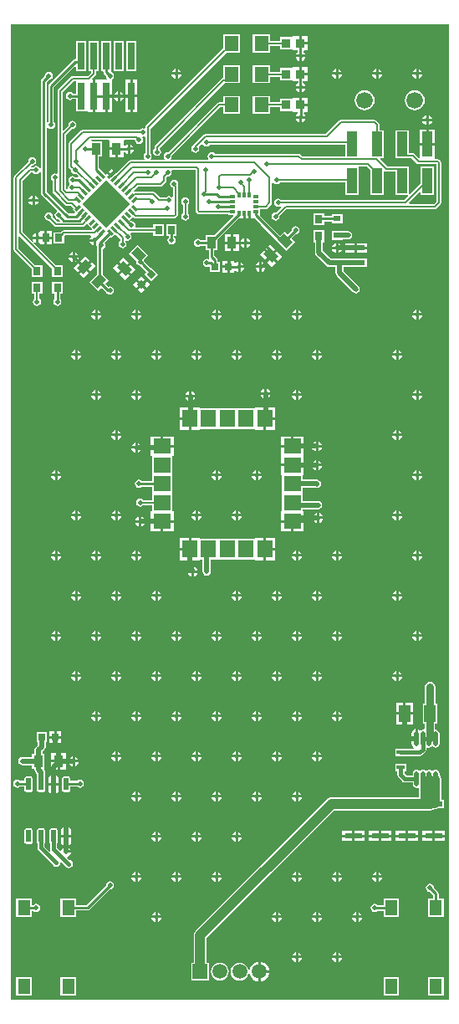
<source format=gbr>
%TF.GenerationSoftware,Altium Limited,Altium Designer,20.2.8 (258)*%
G04 Layer_Physical_Order=1*
G04 Layer_Color=255*
%FSLAX26Y26*%
%MOIN*%
%TF.SameCoordinates,5803725C-7DB8-4FA7-A0CF-86E37554034E*%
%TF.FilePolarity,Positive*%
%TF.FileFunction,Copper,L1,Top,Signal*%
%TF.Part,Single*%
G01*
G75*
%TA.AperFunction,SMDPad,CuDef*%
%ADD10R,0.051181X0.061024*%
%ADD11R,0.031496X0.035433*%
%ADD12R,0.070866X0.059055*%
%ADD13R,0.059055X0.070866*%
G04:AMPARAMS|DCode=14|XSize=37.646mil|YSize=47.488mil|CornerRadius=0mil|HoleSize=0mil|Usage=FLASHONLY|Rotation=225.000|XOffset=0mil|YOffset=0mil|HoleType=Round|Shape=Rectangle|*
%AMROTATEDRECTD14*
4,1,4,-0.003480,0.030099,0.030099,-0.003480,0.003480,-0.030099,-0.030099,0.003480,-0.003480,0.030099,0.0*
%
%ADD14ROTATEDRECTD14*%

%ADD15R,0.013780X0.022638*%
%ADD16R,0.022638X0.013780*%
%ADD17R,0.029134X0.109843*%
G04:AMPARAMS|DCode=18|XSize=37.646mil|YSize=47.488mil|CornerRadius=0mil|HoleSize=0mil|Usage=FLASHONLY|Rotation=135.000|XOffset=0mil|YOffset=0mil|HoleType=Round|Shape=Rectangle|*
%AMROTATEDRECTD18*
4,1,4,0.030099,0.003480,-0.003480,-0.030099,-0.030099,-0.003480,0.003480,0.030099,0.030099,0.003480,0.0*
%
%ADD18ROTATEDRECTD18*%

%ADD19R,0.037646X0.047488*%
%ADD20P,0.038974X4X270.0*%
G04:AMPARAMS|DCode=21|XSize=11.811mil|YSize=23.622mil|CornerRadius=0mil|HoleSize=0mil|Usage=FLASHONLY|Rotation=135.000|XOffset=0mil|YOffset=0mil|HoleType=Round|Shape=Rectangle|*
%AMROTATEDRECTD21*
4,1,4,0.012527,0.004176,-0.004176,-0.012527,-0.012527,-0.004176,0.004176,0.012527,0.012527,0.004176,0.0*
%
%ADD21ROTATEDRECTD21*%

G04:AMPARAMS|DCode=22|XSize=23.622mil|YSize=11.811mil|CornerRadius=0mil|HoleSize=0mil|Usage=FLASHONLY|Rotation=135.000|XOffset=0mil|YOffset=0mil|HoleType=Round|Shape=Rectangle|*
%AMROTATEDRECTD22*
4,1,4,0.012527,-0.004176,0.004176,-0.012527,-0.012527,0.004176,-0.004176,0.012527,0.012527,-0.004176,0.0*
%
%ADD22ROTATEDRECTD22*%

%ADD23P,0.192088X4X180.0*%
%ADD24R,0.031496X0.023622*%
%ADD25R,0.029528X0.033465*%
%ADD26R,0.066929X0.019685*%
%ADD27R,0.070866X0.019685*%
%ADD28R,0.055118X0.059055*%
%ADD29R,0.037402X0.037402*%
%ADD30R,0.039370X0.098425*%
%ADD31R,0.027559X0.027559*%
G04:AMPARAMS|DCode=32|XSize=21.654mil|YSize=49.213mil|CornerRadius=1.949mil|HoleSize=0mil|Usage=FLASHONLY|Rotation=0.000|XOffset=0mil|YOffset=0mil|HoleType=Round|Shape=RoundedRectangle|*
%AMROUNDEDRECTD32*
21,1,0.021654,0.045315,0,0,0.0*
21,1,0.017756,0.049213,0,0,0.0*
1,1,0.003898,0.008878,-0.022657*
1,1,0.003898,-0.008878,-0.022657*
1,1,0.003898,-0.008878,0.022657*
1,1,0.003898,0.008878,0.022657*
%
%ADD32ROUNDEDRECTD32*%
%ADD33O,0.017716X0.059055*%
%ADD34R,0.045276X0.066929*%
%ADD35R,0.033465X0.017716*%
%ADD36R,0.070866X0.021654*%
%TA.AperFunction,Conductor*%
%ADD37C,0.010000*%
%ADD38C,0.008000*%
%ADD39C,0.030000*%
%ADD40C,0.015000*%
%ADD41C,0.040000*%
%ADD42C,0.020000*%
%ADD43C,0.035000*%
%TA.AperFunction,ComponentPad*%
%ADD44C,0.059055*%
%ADD45R,0.059055X0.059055*%
%ADD46C,0.066142*%
%TA.AperFunction,ViaPad*%
%ADD47C,0.020000*%
G36*
X2925000Y1110000D02*
X1180000D01*
Y4995000D01*
X2925000D01*
Y1110000D01*
D02*
G37*
%LPC*%
G36*
X2362244Y4948701D02*
X2338543D01*
Y4925000D01*
X2362244D01*
Y4948701D01*
D02*
G37*
G36*
X2211669Y4955528D02*
X2144551D01*
Y4884472D01*
X2211669D01*
Y4909804D01*
X2251756D01*
Y4895299D01*
X2299842D01*
X2301157Y4895299D01*
X2304843Y4892124D01*
Y4891299D01*
X2321878D01*
X2323394Y4886299D01*
X2320581Y4884419D01*
X2316160Y4877804D01*
X2315603Y4875000D01*
X2354397D01*
X2353840Y4877804D01*
X2349419Y4884419D01*
X2346606Y4886299D01*
X2348122Y4891299D01*
X2362244D01*
Y4915000D01*
X2333543D01*
Y4920000D01*
X2328543D01*
Y4948701D01*
X2304843D01*
Y4947876D01*
X2301157Y4944701D01*
X2299842Y4944701D01*
X2251756D01*
Y4930196D01*
X2211669D01*
Y4955528D01*
D02*
G37*
G36*
X2354397Y4865000D02*
X2340000D01*
Y4850603D01*
X2342804Y4851160D01*
X2349419Y4855581D01*
X2353840Y4862196D01*
X2354397Y4865000D01*
D02*
G37*
G36*
X2330000D02*
X2315603D01*
X2316160Y4862196D01*
X2320581Y4855581D01*
X2327196Y4851160D01*
X2330000Y4850603D01*
Y4865000D01*
D02*
G37*
G36*
X1680567Y4931039D02*
X1639433D01*
Y4809197D01*
X1680567D01*
Y4931039D01*
D02*
G37*
G36*
X1630567D02*
X1589433D01*
Y4809197D01*
X1630567D01*
Y4931039D01*
D02*
G37*
G36*
X2805000Y4819397D02*
Y4805000D01*
X2819397D01*
X2818840Y4807804D01*
X2814419Y4814419D01*
X2807804Y4818840D01*
X2805000Y4819397D01*
D02*
G37*
G36*
X2795000D02*
X2792196Y4818840D01*
X2785581Y4814419D01*
X2781160Y4807804D01*
X2780603Y4805000D01*
X2795000D01*
Y4819397D01*
D02*
G37*
G36*
X2645000D02*
Y4805000D01*
X2659397D01*
X2658840Y4807804D01*
X2654419Y4814419D01*
X2647804Y4818840D01*
X2645000Y4819397D01*
D02*
G37*
G36*
X2635000D02*
X2632196Y4818840D01*
X2625581Y4814419D01*
X2621160Y4807804D01*
X2620603Y4805000D01*
X2635000D01*
Y4819397D01*
D02*
G37*
G36*
X2485000D02*
Y4805000D01*
X2499397D01*
X2498840Y4807804D01*
X2494419Y4814419D01*
X2487804Y4818840D01*
X2485000Y4819397D01*
D02*
G37*
G36*
X2475000D02*
X2472196Y4818840D01*
X2465581Y4814419D01*
X2461160Y4807804D01*
X2460603Y4805000D01*
X2475000D01*
Y4819397D01*
D02*
G37*
G36*
X1845000D02*
Y4805000D01*
X1859397D01*
X1858840Y4807804D01*
X1854419Y4814419D01*
X1847804Y4818840D01*
X1845000Y4819397D01*
D02*
G37*
G36*
X1835000D02*
X1832196Y4818840D01*
X1825581Y4814419D01*
X1821160Y4807804D01*
X1820603Y4805000D01*
X1835000D01*
Y4819397D01*
D02*
G37*
G36*
X2362244Y4826201D02*
X2338543D01*
Y4802500D01*
X2362244D01*
Y4826201D01*
D02*
G37*
G36*
X2819397Y4795000D02*
X2805000D01*
Y4780603D01*
X2807804Y4781160D01*
X2814419Y4785581D01*
X2818840Y4792196D01*
X2819397Y4795000D01*
D02*
G37*
G36*
X2795000D02*
X2780603D01*
X2781160Y4792196D01*
X2785581Y4785581D01*
X2792196Y4781160D01*
X2795000Y4780603D01*
Y4795000D01*
D02*
G37*
G36*
X2659397D02*
X2645000D01*
Y4780603D01*
X2647804Y4781160D01*
X2654419Y4785581D01*
X2658840Y4792196D01*
X2659397Y4795000D01*
D02*
G37*
G36*
X2635000D02*
X2620603D01*
X2621160Y4792196D01*
X2625581Y4785581D01*
X2632196Y4781160D01*
X2635000Y4780603D01*
Y4795000D01*
D02*
G37*
G36*
X2499397D02*
X2485000D01*
Y4780603D01*
X2487804Y4781160D01*
X2494419Y4785581D01*
X2498840Y4792196D01*
X2499397Y4795000D01*
D02*
G37*
G36*
X2475000D02*
X2460603D01*
X2461160Y4792196D01*
X2465581Y4785581D01*
X2472196Y4781160D01*
X2475000Y4780603D01*
Y4795000D01*
D02*
G37*
G36*
X1859397D02*
X1845000D01*
Y4780603D01*
X1847804Y4781160D01*
X1854419Y4785581D01*
X1858840Y4792196D01*
X1859397Y4795000D01*
D02*
G37*
G36*
X1835000D02*
X1820603D01*
X1821160Y4792196D01*
X1825581Y4785581D01*
X1832196Y4781160D01*
X1835000Y4780603D01*
Y4795000D01*
D02*
G37*
G36*
X1580567Y4931039D02*
X1539433D01*
Y4809197D01*
X1546203D01*
X1548784Y4805000D01*
X1549638Y4800708D01*
X1552069Y4797069D01*
X1558762Y4790377D01*
X1558687Y4790000D01*
X1559928Y4783757D01*
X1562570Y4779803D01*
X1560861Y4775398D01*
X1560355Y4774803D01*
X1539567D01*
X1535433Y4774803D01*
X1530433Y4774803D01*
X1515000D01*
Y4709882D01*
Y4644961D01*
X1530433D01*
X1534567Y4644961D01*
X1539567Y4644961D01*
X1555000D01*
Y4709882D01*
X1560000D01*
Y4714882D01*
X1584567D01*
Y4774803D01*
X1586809Y4778874D01*
X1590072Y4783757D01*
X1591313Y4790000D01*
X1590072Y4796243D01*
X1586535Y4801535D01*
X1582032Y4804544D01*
X1580567Y4809197D01*
X1580567Y4809197D01*
X1580567Y4809197D01*
Y4931039D01*
D02*
G37*
G36*
X2211669Y4833028D02*
X2144551D01*
Y4761972D01*
X2211669D01*
Y4787304D01*
X2251756D01*
Y4772799D01*
X2299842D01*
X2301157Y4772799D01*
X2304843Y4769624D01*
Y4768799D01*
X2326501D01*
X2327196Y4763840D01*
X2320581Y4759419D01*
X2316160Y4752804D01*
X2315603Y4750000D01*
X2354397D01*
X2353840Y4752804D01*
X2349419Y4759419D01*
X2342804Y4763840D01*
X2343499Y4768799D01*
X2362244D01*
Y4792500D01*
X2333543D01*
Y4797500D01*
X2328543D01*
Y4826201D01*
X2304843D01*
Y4825376D01*
X2301157Y4822201D01*
X2299842Y4822201D01*
X2251756D01*
Y4807696D01*
X2211669D01*
Y4833028D01*
D02*
G37*
G36*
X2354397Y4740000D02*
X2340000D01*
Y4725603D01*
X2342804Y4726160D01*
X2349419Y4730581D01*
X2353840Y4737196D01*
X2354397Y4740000D01*
D02*
G37*
G36*
X2330000D02*
X2315603D01*
X2316160Y4737196D01*
X2320581Y4730581D01*
X2327196Y4726160D01*
X2330000Y4725603D01*
Y4740000D01*
D02*
G37*
G36*
X2093559Y4955528D02*
X2026441D01*
Y4900860D01*
X1717790Y4592210D01*
X1715580Y4588902D01*
X1714804Y4585000D01*
Y4583248D01*
X1709804Y4580358D01*
X1705000Y4581314D01*
X1698757Y4580072D01*
X1693465Y4576535D01*
X1692570Y4575196D01*
X1465000D01*
X1461098Y4574420D01*
X1457790Y4572210D01*
X1412790Y4527210D01*
X1410580Y4523902D01*
X1409804Y4520000D01*
Y4431113D01*
X1410580Y4427211D01*
X1412790Y4423903D01*
X1419185Y4417508D01*
X1418687Y4415000D01*
X1419928Y4408757D01*
X1423465Y4403465D01*
X1428757Y4399928D01*
X1435000Y4398686D01*
X1439849Y4399651D01*
X1448285Y4391216D01*
X1446214Y4386216D01*
X1436749D01*
X1436535Y4386535D01*
X1431243Y4390072D01*
X1425000Y4391314D01*
X1418757Y4390072D01*
X1413465Y4386535D01*
X1409928Y4381243D01*
X1408687Y4375000D01*
X1409928Y4368757D01*
X1413465Y4363465D01*
X1413650Y4363341D01*
Y4357327D01*
X1412465Y4356535D01*
X1408928Y4351243D01*
X1407687Y4345000D01*
X1407842Y4344216D01*
X1404015Y4338806D01*
X1403142Y4338692D01*
X1399196Y4342300D01*
Y4554777D01*
X1423420Y4579001D01*
X1425000Y4578686D01*
X1431243Y4579928D01*
X1436535Y4583465D01*
X1440072Y4588757D01*
X1441313Y4595000D01*
X1440072Y4601243D01*
X1436535Y4606535D01*
X1431243Y4610072D01*
X1425000Y4611314D01*
X1418757Y4610072D01*
X1413465Y4606535D01*
X1409928Y4601243D01*
X1408687Y4595000D01*
X1409001Y4593420D01*
X1389815Y4574234D01*
X1385196Y4576148D01*
Y4725777D01*
X1429223Y4769804D01*
X1439433D01*
Y4721097D01*
X1426828D01*
X1426535Y4721535D01*
X1421243Y4725072D01*
X1415000Y4726314D01*
X1408757Y4725072D01*
X1403465Y4721535D01*
X1399928Y4716243D01*
X1398687Y4710000D01*
X1399928Y4703757D01*
X1403465Y4698465D01*
X1408757Y4694928D01*
X1415000Y4693686D01*
X1421243Y4694928D01*
X1426535Y4698465D01*
X1426670Y4698666D01*
X1439433D01*
Y4648961D01*
X1480567D01*
Y4648961D01*
X1485433Y4648638D01*
Y4644961D01*
X1505000D01*
Y4709882D01*
Y4776626D01*
X1503842Y4779422D01*
X1517210Y4792790D01*
X1519420Y4796098D01*
X1520196Y4800000D01*
Y4809197D01*
X1530567D01*
Y4931039D01*
X1489433D01*
Y4809197D01*
X1499740D01*
X1499778Y4804197D01*
X1485777Y4790196D01*
X1425000D01*
X1421098Y4789420D01*
X1417790Y4787210D01*
X1367790Y4737210D01*
X1365580Y4733902D01*
X1364804Y4730000D01*
Y4403248D01*
X1359804Y4400358D01*
X1355000Y4401314D01*
X1348757Y4400072D01*
X1343465Y4396535D01*
X1339928Y4391243D01*
X1338687Y4385000D01*
X1339928Y4378757D01*
X1343465Y4373465D01*
X1344804Y4372570D01*
Y4331415D01*
X1345580Y4327513D01*
X1347790Y4324206D01*
X1396502Y4275494D01*
X1399810Y4273283D01*
X1403712Y4272507D01*
X1418073D01*
X1428154Y4262427D01*
X1424848Y4259121D01*
X1435720Y4248249D01*
X1435781Y4246175D01*
X1430965Y4241216D01*
X1409646D01*
X1321747Y4329114D01*
Y4584518D01*
X1326747Y4586035D01*
X1328465Y4583465D01*
X1333757Y4579928D01*
X1340000Y4578686D01*
X1346243Y4579928D01*
X1351535Y4583465D01*
X1355072Y4588757D01*
X1356313Y4595000D01*
X1355072Y4601243D01*
X1351535Y4606535D01*
X1351216Y4606749D01*
Y4746020D01*
X1434814Y4829618D01*
X1439433Y4827705D01*
Y4809197D01*
X1480567D01*
Y4931039D01*
X1439433D01*
Y4861629D01*
X1436291Y4858172D01*
X1431999Y4857318D01*
X1428360Y4854887D01*
X1332069Y4758596D01*
X1329638Y4754958D01*
X1328784Y4750666D01*
X1328784Y4750665D01*
Y4608269D01*
X1326747Y4606445D01*
X1321747Y4608680D01*
Y4765886D01*
X1329623Y4773762D01*
X1330000Y4773686D01*
X1336243Y4774928D01*
X1341535Y4778465D01*
X1345072Y4783757D01*
X1346313Y4790000D01*
X1345072Y4796243D01*
X1341535Y4801535D01*
X1336243Y4805072D01*
X1330000Y4806314D01*
X1323757Y4805072D01*
X1318465Y4801535D01*
X1314928Y4796243D01*
X1313687Y4790000D01*
X1313762Y4789623D01*
X1302601Y4778462D01*
X1300170Y4774824D01*
X1299316Y4770532D01*
X1299316Y4770531D01*
Y4423584D01*
X1294316Y4422374D01*
X1291535Y4426535D01*
X1286243Y4430072D01*
X1280000Y4431314D01*
X1273757Y4430072D01*
X1268465Y4426535D01*
X1267570Y4425196D01*
X1261686D01*
X1259615Y4430196D01*
X1263420Y4434001D01*
X1265000Y4433686D01*
X1271243Y4434928D01*
X1276535Y4438465D01*
X1280072Y4443757D01*
X1281313Y4450000D01*
X1280072Y4456243D01*
X1276535Y4461535D01*
X1271243Y4465072D01*
X1265000Y4466314D01*
X1258757Y4465072D01*
X1253465Y4461535D01*
X1249928Y4456243D01*
X1248687Y4450000D01*
X1249001Y4448420D01*
X1193790Y4393210D01*
X1191580Y4389902D01*
X1190804Y4386000D01*
Y4098268D01*
X1191580Y4094366D01*
X1193790Y4091059D01*
X1262087Y4022762D01*
Y3989748D01*
X1305583D01*
Y4037181D01*
X1276506D01*
X1211196Y4102492D01*
Y4148285D01*
X1215815Y4150199D01*
X1343252Y4022762D01*
Y3989748D01*
X1386748D01*
Y4037181D01*
X1357671D01*
X1269689Y4125163D01*
X1272877Y4129047D01*
X1277196Y4126160D01*
X1280000Y4125603D01*
Y4140000D01*
X1265603D01*
X1266160Y4137196D01*
X1269047Y4132877D01*
X1265163Y4129689D01*
X1225196Y4169656D01*
Y4370777D01*
X1259223Y4404804D01*
X1267570D01*
X1268465Y4403465D01*
X1273757Y4399928D01*
X1280000Y4398686D01*
X1286243Y4399928D01*
X1291535Y4403465D01*
X1294316Y4407626D01*
X1299316Y4406416D01*
Y4324469D01*
X1299316Y4324468D01*
X1300170Y4320176D01*
X1302601Y4316538D01*
X1364258Y4254881D01*
X1362701Y4249366D01*
X1358465Y4246535D01*
X1354928Y4241243D01*
X1353687Y4235000D01*
X1354928Y4228757D01*
X1358465Y4223465D01*
X1363757Y4219928D01*
X1370000Y4218686D01*
X1370377Y4218761D01*
X1375323Y4213815D01*
X1373410Y4209196D01*
X1365223D01*
X1345999Y4228420D01*
X1346313Y4230000D01*
X1345072Y4236243D01*
X1341535Y4241535D01*
X1336243Y4245072D01*
X1330000Y4246314D01*
X1323757Y4245072D01*
X1318465Y4241535D01*
X1314928Y4236243D01*
X1313687Y4230000D01*
X1314928Y4223757D01*
X1318465Y4218465D01*
X1323757Y4214928D01*
X1330000Y4213686D01*
X1331580Y4214001D01*
X1353790Y4191790D01*
X1357098Y4189580D01*
X1361000Y4188804D01*
X1465081D01*
X1468982Y4189580D01*
X1472290Y4191790D01*
X1482234Y4201735D01*
X1503773Y4180196D01*
X1501702Y4175196D01*
X1390639D01*
X1386738Y4174420D01*
X1383430Y4172210D01*
X1378953Y4167732D01*
X1349876D01*
Y4122268D01*
X1391403D01*
Y4151345D01*
X1394863Y4154804D01*
X1496716D01*
X1498120Y4151577D01*
X1498515Y4149804D01*
X1494322Y4143530D01*
X1493765Y4140726D01*
X1513162D01*
Y4135726D01*
X1518162D01*
Y4116329D01*
X1518283Y4116353D01*
X1523283Y4112879D01*
Y3999311D01*
X1492434Y3968462D01*
X1527539Y3933357D01*
X1540640Y3946459D01*
X1558116Y3928983D01*
X1558117Y3928983D01*
X1561117Y3926978D01*
X1563465Y3923465D01*
X1568757Y3919928D01*
X1575000Y3918686D01*
X1581243Y3919928D01*
X1586535Y3923465D01*
X1590072Y3928757D01*
X1591313Y3935000D01*
X1590072Y3941243D01*
X1586535Y3946535D01*
X1581243Y3950072D01*
X1575000Y3951314D01*
X1568757Y3950072D01*
X1568753Y3950069D01*
X1556502Y3962320D01*
X1569603Y3975422D01*
X1545714Y3999311D01*
Y4099823D01*
X1546243Y4099928D01*
X1551535Y4103465D01*
X1555072Y4108757D01*
X1556313Y4115000D01*
X1555072Y4121243D01*
X1552218Y4125514D01*
X1576215Y4149512D01*
X1580879Y4144848D01*
X1596007Y4159976D01*
X1614804Y4141180D01*
Y4132430D01*
X1613465Y4131535D01*
X1609928Y4126243D01*
X1608687Y4120000D01*
X1609928Y4113757D01*
X1613465Y4108465D01*
X1618757Y4104928D01*
X1625000Y4103686D01*
X1631243Y4104928D01*
X1636535Y4108465D01*
X1640072Y4113757D01*
X1641313Y4120000D01*
X1640072Y4126243D01*
X1637354Y4130310D01*
X1640203Y4134641D01*
X1645000Y4133686D01*
X1651243Y4134928D01*
X1656535Y4138465D01*
X1660072Y4143757D01*
X1661313Y4150000D01*
X1660072Y4156243D01*
X1657692Y4159804D01*
X1659958Y4164804D01*
X1747388D01*
Y4154401D01*
X1788916D01*
Y4199866D01*
X1747388D01*
Y4185196D01*
X1678248D01*
X1675358Y4190196D01*
X1676313Y4195000D01*
X1675072Y4201243D01*
X1671535Y4206535D01*
X1666243Y4210072D01*
X1660000Y4211314D01*
X1659172Y4211149D01*
X1653176Y4217145D01*
X1665605Y4229573D01*
X1669538Y4225640D01*
X1672845Y4223430D01*
X1676747Y4222654D01*
X1830314D01*
X1834216Y4223430D01*
X1837523Y4225640D01*
X1842210Y4230327D01*
X1844420Y4233634D01*
X1845196Y4237536D01*
Y4351753D01*
X1844860Y4353441D01*
X1845072Y4353757D01*
X1846313Y4360000D01*
X1845072Y4366243D01*
X1841535Y4371535D01*
X1836243Y4375072D01*
X1830000Y4376314D01*
X1823757Y4375072D01*
X1818465Y4371535D01*
X1814928Y4366243D01*
X1813687Y4360000D01*
X1814928Y4353757D01*
X1818465Y4348465D01*
X1823757Y4344928D01*
X1824804Y4344720D01*
Y4309958D01*
X1819804Y4307692D01*
X1816243Y4310072D01*
X1810000Y4311314D01*
X1803757Y4310072D01*
X1798465Y4306535D01*
X1797570Y4305196D01*
X1775473D01*
X1754229Y4326440D01*
X1750921Y4328651D01*
X1747019Y4329427D01*
X1672675D01*
X1670943Y4332197D01*
X1670498Y4334321D01*
X1685982Y4349804D01*
X1775000D01*
X1778902Y4350580D01*
X1782210Y4352790D01*
X1796062Y4366642D01*
X1798272Y4369950D01*
X1799048Y4373852D01*
Y4384629D01*
X1803420Y4389001D01*
X1805000Y4388686D01*
X1811243Y4389928D01*
X1816535Y4393465D01*
X1820072Y4398757D01*
X1821313Y4405000D01*
X1820358Y4409804D01*
X1823248Y4414804D01*
X1914804D01*
Y4254686D01*
X1915580Y4250784D01*
X1917790Y4247477D01*
X1922477Y4242790D01*
X1925784Y4240580D01*
X1929686Y4239804D01*
X2046913D01*
Y4237583D01*
X2064913D01*
X2066827Y4232963D01*
X1988608Y4154744D01*
X1954823D01*
Y4136216D01*
X1936749D01*
X1936535Y4136535D01*
X1931243Y4140072D01*
X1925000Y4141314D01*
X1918757Y4140072D01*
X1913465Y4136535D01*
X1909928Y4131243D01*
X1908687Y4125000D01*
X1909928Y4118757D01*
X1913465Y4113465D01*
X1918757Y4109928D01*
X1925000Y4108686D01*
X1931243Y4109928D01*
X1936535Y4113465D01*
X1936749Y4113784D01*
X1954823D01*
Y4095256D01*
X1968430D01*
Y4070355D01*
X1968430Y4070354D01*
X1969284Y4066062D01*
X1970620Y4064063D01*
X1968074Y4060879D01*
X1967185Y4060203D01*
X1961243Y4061385D01*
X1955000Y4060143D01*
X1949707Y4056607D01*
X1946171Y4051315D01*
X1944929Y4045072D01*
X1946171Y4038829D01*
X1949707Y4033536D01*
X1955000Y4030000D01*
X1961243Y4028758D01*
X1967486Y4030000D01*
X1968252Y4030512D01*
X1972661Y4028155D01*
Y4010220D01*
X2012220D01*
Y4049780D01*
X2003656D01*
Y4057559D01*
X2002803Y4061851D01*
X2000371Y4065490D01*
X2000371Y4065490D01*
X1990861Y4075000D01*
Y4095256D01*
X2004468D01*
Y4138883D01*
X2088178Y4222592D01*
X2093110Y4222756D01*
Y4222756D01*
X2105000D01*
Y4244075D01*
X2115000D01*
Y4222756D01*
X2124685D01*
Y4244075D01*
X2134685D01*
Y4222756D01*
X2146575D01*
X2146575Y4222756D01*
Y4222756D01*
X2151519Y4222620D01*
X2177069Y4197070D01*
X2177070Y4197069D01*
X2236964Y4137175D01*
X2234950Y4135161D01*
X2277015Y4093096D01*
X2312119Y4128201D01*
X2298091Y4142230D01*
X2314623Y4158761D01*
X2315000Y4158686D01*
X2321243Y4159928D01*
X2326535Y4163465D01*
X2330072Y4168757D01*
X2331314Y4175000D01*
X2330072Y4181243D01*
X2326535Y4186535D01*
X2321243Y4190072D01*
X2315000Y4191314D01*
X2308757Y4190072D01*
X2303465Y4186535D01*
X2299928Y4181243D01*
X2298686Y4175000D01*
X2298762Y4174623D01*
X2282230Y4158091D01*
X2270055Y4170266D01*
X2252825Y4153036D01*
X2192931Y4212930D01*
X2192931Y4212931D01*
X2192930Y4212931D01*
X2171678Y4234183D01*
X2173087Y4237583D01*
X2173087D01*
Y4259962D01*
X2195157D01*
X2199059Y4260738D01*
X2202367Y4262948D01*
X2217210Y4277790D01*
X2219420Y4281098D01*
X2220196Y4285000D01*
Y4365240D01*
X2220997Y4365785D01*
X2227789Y4364475D01*
X2228465Y4363465D01*
X2233757Y4359928D01*
X2240000Y4358686D01*
X2246243Y4359928D01*
X2251535Y4363465D01*
X2252430Y4364804D01*
X2514315D01*
Y4317662D01*
X2565685D01*
Y4424804D01*
X2565685Y4428087D01*
X2569974Y4429804D01*
X2598178D01*
X2614315Y4413667D01*
Y4317662D01*
X2665685D01*
Y4409277D01*
X2670304Y4411190D01*
X2670618Y4410877D01*
X2673925Y4408667D01*
X2677827Y4407891D01*
X2714315D01*
Y4317662D01*
X2761540D01*
X2763297Y4317661D01*
X2765368Y4312662D01*
X2747903Y4295196D01*
X2257430D01*
X2256535Y4296535D01*
X2251243Y4300072D01*
X2245000Y4301314D01*
X2238757Y4300072D01*
X2233465Y4296535D01*
X2229928Y4291243D01*
X2228686Y4285000D01*
X2229928Y4278757D01*
X2233465Y4273465D01*
X2238757Y4269928D01*
X2245000Y4268686D01*
X2251243Y4269928D01*
X2254546Y4272135D01*
X2255465Y4271955D01*
X2257119Y4266538D01*
X2236580Y4245999D01*
X2235000Y4246314D01*
X2228757Y4245072D01*
X2223465Y4241535D01*
X2219928Y4236243D01*
X2218686Y4230000D01*
X2219928Y4223757D01*
X2223465Y4218465D01*
X2228757Y4214928D01*
X2235000Y4213686D01*
X2241243Y4214928D01*
X2246535Y4218465D01*
X2250072Y4223757D01*
X2251314Y4230000D01*
X2250999Y4231580D01*
X2279223Y4259804D01*
X2870000D01*
X2873902Y4260580D01*
X2877210Y4262790D01*
X2892210Y4277790D01*
X2894420Y4281098D01*
X2895196Y4285000D01*
Y4445000D01*
X2894420Y4448902D01*
X2892210Y4452210D01*
X2887210Y4457210D01*
X2883902Y4459420D01*
X2880000Y4460196D01*
X2869685D01*
Y4513543D01*
X2840000D01*
X2810315D01*
Y4466175D01*
X2805315Y4464104D01*
X2788879Y4480540D01*
X2785571Y4482751D01*
X2781669Y4483527D01*
X2765685D01*
Y4573756D01*
X2714315D01*
Y4463331D01*
X2754700D01*
X2755685Y4463135D01*
X2777446D01*
X2797790Y4442790D01*
X2801098Y4440580D01*
X2805000Y4439804D01*
X2874804D01*
Y4289223D01*
X2865777Y4280196D01*
X2768274D01*
X2766360Y4284815D01*
X2809696Y4328150D01*
X2814315Y4326237D01*
Y4317662D01*
X2865685D01*
Y4428087D01*
X2814315D01*
Y4361608D01*
X2770685Y4317978D01*
X2765685Y4320050D01*
X2765685Y4321672D01*
Y4428087D01*
X2725300D01*
X2724315Y4428283D01*
X2682050D01*
X2651622Y4458711D01*
X2653535Y4463331D01*
X2665685D01*
Y4573756D01*
X2650196D01*
Y4595000D01*
X2649420Y4598902D01*
X2647210Y4602210D01*
X2637210Y4612210D01*
X2633902Y4614420D01*
X2630000Y4615196D01*
X2495000D01*
X2491098Y4614420D01*
X2487790Y4612210D01*
X2435777Y4560196D01*
X1956716D01*
X1952814Y4559420D01*
X1949506Y4557210D01*
X1907790Y4515494D01*
X1906501Y4513564D01*
X1903465Y4511535D01*
X1899928Y4506243D01*
X1898687Y4500000D01*
X1899928Y4493757D01*
X1903465Y4488465D01*
X1908757Y4484928D01*
X1915000Y4483686D01*
X1921243Y4484928D01*
X1926535Y4488465D01*
X1930072Y4493757D01*
X1931313Y4500000D01*
X1930072Y4506243D01*
X1928993Y4507858D01*
X1940164Y4519029D01*
X1945743Y4517537D01*
X1948465Y4513465D01*
X1953757Y4509928D01*
X1960000Y4508686D01*
X1966243Y4509928D01*
X1971535Y4513465D01*
X1972430Y4514804D01*
X2514315D01*
Y4469527D01*
X2342717D01*
X2335034Y4477210D01*
X2331726Y4479420D01*
X2327824Y4480196D01*
X1992430D01*
X1991535Y4481535D01*
X1986243Y4485072D01*
X1980000Y4486314D01*
X1973757Y4485072D01*
X1968465Y4481535D01*
X1964928Y4476243D01*
X1963687Y4470000D01*
X1964928Y4463757D01*
X1967308Y4460196D01*
X1965042Y4455196D01*
X1819958D01*
X1817692Y4460196D01*
X1820072Y4463757D01*
X1821313Y4470000D01*
X1820999Y4471580D01*
X2014223Y4664804D01*
X2026441D01*
Y4639472D01*
X2093559D01*
Y4710528D01*
X2026441D01*
Y4685196D01*
X2010000D01*
X2006098Y4684420D01*
X2002790Y4682210D01*
X1806580Y4485999D01*
X1805000Y4486314D01*
X1798757Y4485072D01*
X1793465Y4481535D01*
X1789928Y4476243D01*
X1788687Y4470000D01*
X1789928Y4463757D01*
X1792308Y4460196D01*
X1790042Y4455196D01*
X1739958D01*
X1737692Y4460196D01*
X1740072Y4463757D01*
X1741313Y4470000D01*
X1740072Y4476243D01*
X1736535Y4481535D01*
X1735196Y4482430D01*
Y4580777D01*
X2038892Y4884472D01*
X2093559D01*
Y4955528D01*
D02*
G37*
G36*
X1684567Y4774803D02*
X1665000D01*
Y4714882D01*
X1684567D01*
Y4774803D01*
D02*
G37*
G36*
X1655000D02*
X1635433D01*
Y4714882D01*
X1655000D01*
Y4774803D01*
D02*
G37*
G36*
X1615000Y4729279D02*
Y4714882D01*
X1629397D01*
X1628840Y4717685D01*
X1624419Y4724301D01*
X1617804Y4728721D01*
X1615000Y4729279D01*
D02*
G37*
G36*
X1605000D02*
X1602196Y4728721D01*
X1595581Y4724301D01*
X1591160Y4717685D01*
X1590603Y4714882D01*
X1605000D01*
Y4729279D01*
D02*
G37*
G36*
X1629397Y4704882D02*
X1615000D01*
Y4690485D01*
X1617804Y4691042D01*
X1624419Y4695463D01*
X1628840Y4702078D01*
X1629397Y4704882D01*
D02*
G37*
G36*
X1605000D02*
X1590603D01*
X1591160Y4702078D01*
X1595581Y4695463D01*
X1602196Y4691042D01*
X1605000Y4690485D01*
Y4704882D01*
D02*
G37*
G36*
X2362244Y4703701D02*
X2338543D01*
Y4680000D01*
X2362244D01*
Y4703701D01*
D02*
G37*
G36*
X2790000Y4733148D02*
X2779800Y4731805D01*
X2770296Y4727868D01*
X2762134Y4721606D01*
X2755872Y4713444D01*
X2751935Y4703940D01*
X2750592Y4693740D01*
X2751935Y4683541D01*
X2755872Y4674036D01*
X2762134Y4665875D01*
X2770296Y4659612D01*
X2779800Y4655675D01*
X2790000Y4654332D01*
X2800200Y4655675D01*
X2809704Y4659612D01*
X2817866Y4665875D01*
X2824128Y4674036D01*
X2828065Y4683541D01*
X2829408Y4693740D01*
X2828065Y4703940D01*
X2824128Y4713444D01*
X2817866Y4721606D01*
X2809704Y4727868D01*
X2800200Y4731805D01*
X2790000Y4733148D01*
D02*
G37*
G36*
X2590000D02*
X2579800Y4731805D01*
X2570296Y4727868D01*
X2562134Y4721606D01*
X2555872Y4713444D01*
X2551935Y4703940D01*
X2550592Y4693740D01*
X2551935Y4683541D01*
X2555872Y4674036D01*
X2562134Y4665875D01*
X2570296Y4659612D01*
X2579800Y4655675D01*
X2590000Y4654332D01*
X2600200Y4655675D01*
X2609704Y4659612D01*
X2617866Y4665875D01*
X2624128Y4674036D01*
X2628065Y4683541D01*
X2629408Y4693740D01*
X2628065Y4703940D01*
X2624128Y4713444D01*
X2617866Y4721606D01*
X2609704Y4727868D01*
X2600200Y4731805D01*
X2590000Y4733148D01*
D02*
G37*
G36*
X1684567Y4704882D02*
X1665000D01*
Y4644961D01*
X1684567D01*
Y4704882D01*
D02*
G37*
G36*
X1655000D02*
X1635433D01*
Y4644961D01*
X1655000D01*
Y4704882D01*
D02*
G37*
G36*
X1584567D02*
X1565000D01*
Y4644961D01*
X1584567D01*
Y4704882D01*
D02*
G37*
G36*
X2211669Y4710528D02*
X2144551D01*
Y4639472D01*
X2211669D01*
Y4664804D01*
X2251756D01*
Y4650299D01*
X2299842D01*
X2301157Y4650299D01*
X2304843Y4647124D01*
Y4646299D01*
X2321878D01*
X2323394Y4641299D01*
X2320581Y4639419D01*
X2316160Y4632804D01*
X2315603Y4630000D01*
X2354397D01*
X2353840Y4632804D01*
X2349419Y4639419D01*
X2346606Y4641299D01*
X2348122Y4646299D01*
X2362244D01*
Y4670000D01*
X2333543D01*
Y4675000D01*
X2328543D01*
Y4703701D01*
X2304843D01*
Y4702876D01*
X2301157Y4699701D01*
X2299842Y4699701D01*
X2251756D01*
Y4685196D01*
X2211669D01*
Y4710528D01*
D02*
G37*
G36*
X2845000Y4634397D02*
Y4620000D01*
X2859397D01*
X2858840Y4622804D01*
X2854419Y4629419D01*
X2847804Y4633840D01*
X2845000Y4634397D01*
D02*
G37*
G36*
X2835000D02*
X2832196Y4633840D01*
X2825581Y4629419D01*
X2821160Y4622804D01*
X2820603Y4620000D01*
X2835000D01*
Y4634397D01*
D02*
G37*
G36*
X2354397Y4620000D02*
X2340000D01*
Y4605603D01*
X2342804Y4606160D01*
X2349419Y4610581D01*
X2353840Y4617196D01*
X2354397Y4620000D01*
D02*
G37*
G36*
X2330000D02*
X2315603D01*
X2316160Y4617196D01*
X2320581Y4610581D01*
X2327196Y4606160D01*
X2330000Y4605603D01*
Y4620000D01*
D02*
G37*
G36*
X2859397Y4610000D02*
X2845000D01*
Y4595603D01*
X2847804Y4596160D01*
X2854419Y4600581D01*
X2858840Y4607196D01*
X2859397Y4610000D01*
D02*
G37*
G36*
X2835000D02*
X2820603D01*
X2821160Y4607196D01*
X2825581Y4600581D01*
X2832196Y4596160D01*
X2835000Y4595603D01*
Y4610000D01*
D02*
G37*
G36*
X2869685Y4577756D02*
X2845000D01*
Y4523543D01*
X2869685D01*
Y4577756D01*
D02*
G37*
G36*
X2835000D02*
X2810315D01*
Y4523543D01*
X2835000D01*
Y4577756D01*
D02*
G37*
G36*
X2093559Y4833028D02*
X2026441D01*
Y4782262D01*
X2023320Y4781641D01*
X2020012Y4779431D01*
X1755290Y4514710D01*
X1753080Y4511402D01*
X1752304Y4507500D01*
Y4499930D01*
X1750965Y4499035D01*
X1747428Y4493743D01*
X1746187Y4487500D01*
X1747428Y4481257D01*
X1750965Y4475965D01*
X1756257Y4472428D01*
X1762500Y4471186D01*
X1768743Y4472428D01*
X1774035Y4475965D01*
X1777572Y4481257D01*
X1778813Y4487500D01*
X1777572Y4493743D01*
X1774035Y4499035D01*
X1773833Y4504414D01*
X2031392Y4761972D01*
X2093559D01*
Y4833028D01*
D02*
G37*
G36*
X1275000Y4314397D02*
Y4300000D01*
X1289397D01*
X1288840Y4302804D01*
X1284419Y4309419D01*
X1277804Y4313840D01*
X1275000Y4314397D01*
D02*
G37*
G36*
X1265000D02*
X1262196Y4313840D01*
X1255581Y4309419D01*
X1251160Y4302804D01*
X1250603Y4300000D01*
X1265000D01*
Y4314397D01*
D02*
G37*
G36*
X1289397Y4290000D02*
X1275000D01*
Y4275603D01*
X1277804Y4276160D01*
X1284419Y4280581D01*
X1288840Y4287196D01*
X1289397Y4290000D01*
D02*
G37*
G36*
X1265000D02*
X1250603D01*
X1251160Y4287196D01*
X1255581Y4280581D01*
X1262196Y4276160D01*
X1265000Y4275603D01*
Y4290000D01*
D02*
G37*
G36*
X1875000Y4306314D02*
X1868757Y4305072D01*
X1863465Y4301535D01*
X1859928Y4296243D01*
X1858687Y4290000D01*
X1859928Y4283757D01*
X1863465Y4278465D01*
X1864804Y4277570D01*
Y4242430D01*
X1863465Y4241535D01*
X1859928Y4236243D01*
X1858687Y4230000D01*
X1859928Y4223757D01*
X1863465Y4218465D01*
X1868757Y4214928D01*
X1875000Y4213686D01*
X1881243Y4214928D01*
X1886535Y4218465D01*
X1890072Y4223757D01*
X1891313Y4230000D01*
X1890072Y4236243D01*
X1886535Y4241535D01*
X1885196Y4242430D01*
Y4277570D01*
X1886535Y4278465D01*
X1890072Y4283757D01*
X1891313Y4290000D01*
X1890072Y4296243D01*
X1886535Y4301535D01*
X1881243Y4305072D01*
X1875000Y4306314D01*
D02*
G37*
G36*
X2429447Y4242181D02*
X2385951D01*
Y4194748D01*
X2429447D01*
Y4210714D01*
X2459242D01*
Y4204118D01*
X2502738D01*
Y4239740D01*
X2459242D01*
Y4233145D01*
X2429447D01*
Y4242181D01*
D02*
G37*
G36*
X1344222Y4171732D02*
X1324458D01*
Y4150000D01*
X1344222D01*
Y4171732D01*
D02*
G37*
G36*
X1280000Y4164397D02*
X1277196Y4163840D01*
X1270581Y4159419D01*
X1266160Y4152804D01*
X1265603Y4150000D01*
X1280000D01*
Y4164397D01*
D02*
G37*
G36*
X2502738Y4172811D02*
X2459242D01*
Y4137189D01*
X2502738D01*
Y4138686D01*
X2525000D01*
X2531243Y4139928D01*
X2536535Y4143465D01*
X2540072Y4148757D01*
X2541314Y4155000D01*
X2540072Y4161243D01*
X2536535Y4166535D01*
X2531243Y4170072D01*
X2525000Y4171314D01*
X2502738D01*
Y4172811D01*
D02*
G37*
G36*
X2120000Y4144397D02*
Y4130000D01*
X2134397D01*
X2133840Y4132804D01*
X2129419Y4139419D01*
X2122804Y4143840D01*
X2120000Y4144397D01*
D02*
G37*
G36*
X2110000D02*
X2107196Y4143840D01*
X2100581Y4139419D01*
X2096160Y4132804D01*
X2095603Y4130000D01*
X2110000D01*
Y4144397D01*
D02*
G37*
G36*
X2089177Y4158744D02*
X2065354D01*
Y4130000D01*
X2089177D01*
Y4158744D01*
D02*
G37*
G36*
X2055354D02*
X2031532D01*
Y4130000D01*
X2055354D01*
Y4158744D01*
D02*
G37*
G36*
X1840097Y4199866D02*
X1798569D01*
Y4154401D01*
X1808451D01*
Y4146515D01*
X1804928Y4141243D01*
X1803687Y4135000D01*
X1804928Y4128757D01*
X1808465Y4123465D01*
X1813757Y4119928D01*
X1820000Y4118686D01*
X1826243Y4119928D01*
X1831535Y4123465D01*
X1835072Y4128757D01*
X1836313Y4135000D01*
X1835072Y4141243D01*
X1831535Y4146535D01*
X1830882Y4146972D01*
Y4154401D01*
X1840097D01*
Y4199866D01*
D02*
G37*
G36*
X1344222Y4140000D02*
X1324458D01*
Y4118268D01*
X1344222D01*
Y4140000D01*
D02*
G37*
G36*
X1314458Y4171732D02*
X1294695D01*
Y4168132D01*
X1290000Y4164682D01*
Y4145000D01*
Y4125318D01*
X1294695Y4121868D01*
Y4118268D01*
X1314458D01*
Y4145000D01*
Y4171732D01*
D02*
G37*
G36*
X1508162Y4130726D02*
X1493765D01*
X1494322Y4127922D01*
X1498743Y4121307D01*
X1505358Y4116886D01*
X1508162Y4116329D01*
Y4130726D01*
D02*
G37*
G36*
X2485000Y4124397D02*
Y4110000D01*
X2499397D01*
X2498840Y4112804D01*
X2494419Y4119419D01*
X2487804Y4123840D01*
X2485000Y4124397D01*
D02*
G37*
G36*
X2475000D02*
X2472196Y4123840D01*
X2465581Y4119419D01*
X2461160Y4112804D01*
X2460603Y4110000D01*
X2475000D01*
Y4124397D01*
D02*
G37*
G36*
X2599488Y4124370D02*
X2561024D01*
Y4109528D01*
X2599488D01*
Y4124370D01*
D02*
G37*
G36*
X2551024D02*
X2512559D01*
Y4109528D01*
X2551024D01*
Y4124370D01*
D02*
G37*
G36*
X2134397Y4120000D02*
X2120000D01*
Y4105603D01*
X2122804Y4106160D01*
X2129419Y4110581D01*
X2133840Y4117196D01*
X2134397Y4120000D01*
D02*
G37*
G36*
X2110000D02*
X2095603D01*
X2096160Y4117196D01*
X2100581Y4110581D01*
X2107196Y4106160D01*
X2110000Y4105603D01*
Y4120000D01*
D02*
G37*
G36*
X2089177D02*
X2065354D01*
Y4091256D01*
X2089177D01*
Y4120000D01*
D02*
G37*
G36*
X2055354D02*
X2031532D01*
Y4091256D01*
X2055354D01*
Y4120000D01*
D02*
G37*
G36*
X2499397Y4100000D02*
X2485000D01*
Y4085603D01*
X2487804Y4086160D01*
X2494419Y4090581D01*
X2498840Y4097196D01*
X2499397Y4100000D01*
D02*
G37*
G36*
X2475000D02*
X2460603D01*
X2461160Y4097196D01*
X2465581Y4090581D01*
X2472196Y4086160D01*
X2475000Y4085603D01*
Y4100000D01*
D02*
G37*
G36*
X2599488Y4099528D02*
X2561024D01*
Y4084685D01*
X2599488D01*
Y4099528D01*
D02*
G37*
G36*
X2551024D02*
X2512559D01*
Y4084685D01*
X2551024D01*
Y4099528D01*
D02*
G37*
G36*
X2212985Y4118853D02*
X2196140Y4102008D01*
X2216465Y4081682D01*
X2233310Y4098528D01*
X2212985Y4118853D01*
D02*
G37*
G36*
X1435000Y4089397D02*
Y4075000D01*
X1449397D01*
X1448840Y4077804D01*
X1444419Y4084419D01*
X1437804Y4088840D01*
X1435000Y4089397D01*
D02*
G37*
G36*
X1425000D02*
X1422196Y4088840D01*
X1415581Y4084419D01*
X1411160Y4077804D01*
X1410603Y4075000D01*
X1425000D01*
Y4089397D01*
D02*
G37*
G36*
X2189069Y4094936D02*
X2172224Y4078091D01*
X2192549Y4057766D01*
X2209394Y4074611D01*
X2189069Y4094936D01*
D02*
G37*
G36*
X2240381Y4091456D02*
X2223536Y4074611D01*
X2243861Y4054286D01*
X2260707Y4071131D01*
X2240381Y4091456D01*
D02*
G37*
G36*
X1449397Y4065000D02*
X1435000D01*
Y4050603D01*
X1437804Y4051160D01*
X1444419Y4055581D01*
X1448840Y4062196D01*
X1449397Y4065000D01*
D02*
G37*
G36*
X1425000D02*
X1410603D01*
X1411160Y4062196D01*
X1415581Y4055581D01*
X1422196Y4051160D01*
X1425000Y4050603D01*
Y4065000D01*
D02*
G37*
G36*
X1477429Y4073253D02*
X1457103Y4052927D01*
X1473949Y4036082D01*
X1494274Y4056407D01*
X1477429Y4073253D01*
D02*
G37*
G36*
X2180000Y4049397D02*
Y4035000D01*
X2194397D01*
X2193840Y4037804D01*
X2189419Y4044419D01*
X2182804Y4048840D01*
X2180000Y4049397D01*
D02*
G37*
G36*
X2170000D02*
X2167196Y4048840D01*
X2160581Y4044419D01*
X2156160Y4037804D01*
X2155603Y4035000D01*
X2170000D01*
Y4049397D01*
D02*
G37*
G36*
X2095000D02*
Y4035000D01*
X2109397D01*
X2108840Y4037804D01*
X2104419Y4044419D01*
X2097804Y4048840D01*
X2095000Y4049397D01*
D02*
G37*
G36*
X2042559Y4053780D02*
X2023780D01*
Y4035000D01*
X2042559D01*
Y4053780D01*
D02*
G37*
G36*
X2216465Y4067540D02*
X2199620Y4050695D01*
X2219945Y4030370D01*
X2236790Y4047215D01*
X2216465Y4067540D01*
D02*
G37*
G36*
X1627985Y4066183D02*
X1611140Y4049338D01*
X1631465Y4029013D01*
X1648310Y4045858D01*
X1627985Y4066183D01*
D02*
G37*
G36*
X1501345Y4049336D02*
X1481020Y4029011D01*
X1497865Y4012166D01*
X1518190Y4032491D01*
X1501345Y4049336D01*
D02*
G37*
G36*
X2194397Y4025000D02*
X2180000D01*
Y4010603D01*
X2182804Y4011160D01*
X2189419Y4015581D01*
X2193840Y4022196D01*
X2194397Y4025000D01*
D02*
G37*
G36*
X2170000D02*
X2155603D01*
X2156160Y4022196D01*
X2160581Y4015581D01*
X2167196Y4011160D01*
X2170000Y4010603D01*
Y4025000D01*
D02*
G37*
G36*
X2109397D02*
X2095000D01*
Y4010603D01*
X2097804Y4011160D01*
X2104419Y4015581D01*
X2108840Y4022196D01*
X2109397Y4025000D01*
D02*
G37*
G36*
X2071339Y4053780D02*
X2052559D01*
Y4030000D01*
Y4006220D01*
X2071339D01*
Y4013615D01*
X2076339Y4015074D01*
X2082196Y4011160D01*
X2085000Y4010603D01*
Y4030000D01*
Y4049397D01*
X2082196Y4048840D01*
X2076339Y4044926D01*
X2071339Y4046385D01*
Y4053780D01*
D02*
G37*
G36*
X1450032Y4045856D02*
X1429707Y4025532D01*
X1446553Y4008686D01*
X1466878Y4029011D01*
X1450032Y4045856D01*
D02*
G37*
G36*
X2042559Y4025000D02*
X2023780D01*
Y4006220D01*
X2042559D01*
Y4025000D01*
D02*
G37*
G36*
X1604069Y4042267D02*
X1587224Y4025421D01*
X1607549Y4005096D01*
X1624394Y4021942D01*
X1604069Y4042267D01*
D02*
G37*
G36*
X1655381Y4038787D02*
X1638536Y4021942D01*
X1658861Y4001616D01*
X1675707Y4018462D01*
X1655381Y4038787D01*
D02*
G37*
G36*
X1473949Y4021940D02*
X1453624Y4001615D01*
X1470469Y3984770D01*
X1490794Y4005095D01*
X1473949Y4021940D01*
D02*
G37*
G36*
X1631465Y4014870D02*
X1614620Y3998025D01*
X1634945Y3977700D01*
X1651790Y3994545D01*
X1631465Y4014870D01*
D02*
G37*
G36*
X1685055Y4117596D02*
X1649950Y4082491D01*
X1679310Y4053132D01*
X1678687Y4050000D01*
X1679928Y4043757D01*
X1683465Y4038465D01*
X1688757Y4034928D01*
X1695000Y4033686D01*
X1695873Y4033860D01*
X1697069Y4032069D01*
X1720839Y4008299D01*
X1712027Y3999487D01*
X1740000Y3971515D01*
X1767972Y3999487D01*
X1740000Y4027460D01*
X1736701Y4024161D01*
X1715806Y4045055D01*
X1715362Y4047289D01*
X1712931Y4050928D01*
X1712930Y4050928D01*
X1710682Y4053177D01*
X1710072Y4056243D01*
X1709174Y4057586D01*
X1727119Y4075531D01*
X1685055Y4117596D01*
D02*
G37*
G36*
X1701025Y3994142D02*
X1687746Y3980863D01*
X1701025Y3967584D01*
X1714304Y3980863D01*
X1701025Y3994142D01*
D02*
G37*
G36*
X1680675Y3973792D02*
X1667396Y3960513D01*
X1680675Y3947234D01*
X1693954Y3960513D01*
X1680675Y3973792D01*
D02*
G37*
G36*
X1721375D02*
X1708096Y3960513D01*
X1721375Y3947234D01*
X1734655Y3960513D01*
X1721375Y3973792D01*
D02*
G37*
G36*
X1701025Y3953442D02*
X1687746Y3940163D01*
X1701025Y3926883D01*
X1714304Y3940163D01*
X1701025Y3953442D01*
D02*
G37*
G36*
X2429447Y4175252D02*
X2385951D01*
Y4127819D01*
X2391386D01*
Y4087301D01*
X2392628Y4081058D01*
X2396164Y4075765D01*
X2437992Y4033937D01*
X2443285Y4030401D01*
X2449528Y4029159D01*
X2473686D01*
Y4005000D01*
X2474928Y3998757D01*
X2478465Y3993465D01*
X2543465Y3928465D01*
X2548757Y3924928D01*
X2555000Y3923686D01*
X2561243Y3924928D01*
X2566535Y3928465D01*
X2570072Y3933757D01*
X2571314Y3940000D01*
X2570072Y3946243D01*
X2566535Y3951535D01*
X2506314Y4011757D01*
Y4029159D01*
X2557992D01*
X2560360Y4029630D01*
X2599425D01*
Y4061315D01*
X2560360D01*
X2557992Y4061786D01*
X2456285D01*
X2424013Y4094058D01*
Y4127819D01*
X2429447D01*
Y4175252D01*
D02*
G37*
G36*
X1386748Y3970252D02*
X1343252D01*
Y3922819D01*
X1353784D01*
Y3901749D01*
X1353465Y3901535D01*
X1349928Y3896243D01*
X1348687Y3890000D01*
X1349928Y3883757D01*
X1353465Y3878465D01*
X1358757Y3874928D01*
X1365000Y3873686D01*
X1371243Y3874928D01*
X1376535Y3878465D01*
X1380072Y3883757D01*
X1381313Y3890000D01*
X1380072Y3896243D01*
X1376535Y3901535D01*
X1376216Y3901749D01*
Y3922819D01*
X1386748D01*
Y3970252D01*
D02*
G37*
G36*
X1305583D02*
X1262087D01*
Y3922819D01*
X1273639D01*
Y3902430D01*
X1272300Y3901535D01*
X1268763Y3896243D01*
X1267522Y3890000D01*
X1268763Y3883757D01*
X1272300Y3878465D01*
X1277592Y3874928D01*
X1283835Y3873686D01*
X1290078Y3874928D01*
X1295370Y3878465D01*
X1298907Y3883757D01*
X1300149Y3890000D01*
X1298907Y3896243D01*
X1295370Y3901535D01*
X1294031Y3902430D01*
Y3922819D01*
X1305583D01*
Y3970252D01*
D02*
G37*
G36*
X2805000Y3859397D02*
Y3845000D01*
X2819397D01*
X2818840Y3847804D01*
X2814419Y3854419D01*
X2807804Y3858840D01*
X2805000Y3859397D01*
D02*
G37*
G36*
X2795000D02*
X2792196Y3858840D01*
X2785581Y3854419D01*
X2781160Y3847804D01*
X2780603Y3845000D01*
X2795000D01*
Y3859397D01*
D02*
G37*
G36*
X2325000D02*
Y3845000D01*
X2339397D01*
X2338840Y3847804D01*
X2334419Y3854419D01*
X2327804Y3858840D01*
X2325000Y3859397D01*
D02*
G37*
G36*
X2315000D02*
X2312196Y3858840D01*
X2305581Y3854419D01*
X2301160Y3847804D01*
X2300603Y3845000D01*
X2315000D01*
Y3859397D01*
D02*
G37*
G36*
X2165000D02*
Y3845000D01*
X2179397D01*
X2178840Y3847804D01*
X2174419Y3854419D01*
X2167804Y3858840D01*
X2165000Y3859397D01*
D02*
G37*
G36*
X2155000D02*
X2152196Y3858840D01*
X2145581Y3854419D01*
X2141160Y3847804D01*
X2140603Y3845000D01*
X2155000D01*
Y3859397D01*
D02*
G37*
G36*
X2005000D02*
Y3845000D01*
X2019397D01*
X2018840Y3847804D01*
X2014419Y3854419D01*
X2007804Y3858840D01*
X2005000Y3859397D01*
D02*
G37*
G36*
X1995000D02*
X1992196Y3858840D01*
X1985581Y3854419D01*
X1981160Y3847804D01*
X1980603Y3845000D01*
X1995000D01*
Y3859397D01*
D02*
G37*
G36*
X1685000D02*
Y3845000D01*
X1699397D01*
X1698840Y3847804D01*
X1694419Y3854419D01*
X1687804Y3858840D01*
X1685000Y3859397D01*
D02*
G37*
G36*
X1675000D02*
X1672196Y3858840D01*
X1665581Y3854419D01*
X1661160Y3847804D01*
X1660603Y3845000D01*
X1675000D01*
Y3859397D01*
D02*
G37*
G36*
X1525000D02*
Y3845000D01*
X1539397D01*
X1538840Y3847804D01*
X1534419Y3854419D01*
X1527804Y3858840D01*
X1525000Y3859397D01*
D02*
G37*
G36*
X1515000D02*
X1512196Y3858840D01*
X1505581Y3854419D01*
X1501160Y3847804D01*
X1500603Y3845000D01*
X1515000D01*
Y3859397D01*
D02*
G37*
G36*
X2819397Y3835000D02*
X2805000D01*
Y3820603D01*
X2807804Y3821160D01*
X2814419Y3825581D01*
X2818840Y3832196D01*
X2819397Y3835000D01*
D02*
G37*
G36*
X2795000D02*
X2780603D01*
X2781160Y3832196D01*
X2785581Y3825581D01*
X2792196Y3821160D01*
X2795000Y3820603D01*
Y3835000D01*
D02*
G37*
G36*
X2339397D02*
X2325000D01*
Y3820603D01*
X2327804Y3821160D01*
X2334419Y3825581D01*
X2338840Y3832196D01*
X2339397Y3835000D01*
D02*
G37*
G36*
X2315000D02*
X2300603D01*
X2301160Y3832196D01*
X2305581Y3825581D01*
X2312196Y3821160D01*
X2315000Y3820603D01*
Y3835000D01*
D02*
G37*
G36*
X2179397D02*
X2165000D01*
Y3820603D01*
X2167804Y3821160D01*
X2174419Y3825581D01*
X2178840Y3832196D01*
X2179397Y3835000D01*
D02*
G37*
G36*
X2155000D02*
X2140603D01*
X2141160Y3832196D01*
X2145581Y3825581D01*
X2152196Y3821160D01*
X2155000Y3820603D01*
Y3835000D01*
D02*
G37*
G36*
X2019397D02*
X2005000D01*
Y3820603D01*
X2007804Y3821160D01*
X2014419Y3825581D01*
X2018840Y3832196D01*
X2019397Y3835000D01*
D02*
G37*
G36*
X1995000D02*
X1980603D01*
X1981160Y3832196D01*
X1985581Y3825581D01*
X1992196Y3821160D01*
X1995000Y3820603D01*
Y3835000D01*
D02*
G37*
G36*
X1699397D02*
X1685000D01*
Y3820603D01*
X1687804Y3821160D01*
X1694419Y3825581D01*
X1698840Y3832196D01*
X1699397Y3835000D01*
D02*
G37*
G36*
X1675000D02*
X1660603D01*
X1661160Y3832196D01*
X1665581Y3825581D01*
X1672196Y3821160D01*
X1675000Y3820603D01*
Y3835000D01*
D02*
G37*
G36*
X1539397D02*
X1525000D01*
Y3820603D01*
X1527804Y3821160D01*
X1534419Y3825581D01*
X1538840Y3832196D01*
X1539397Y3835000D01*
D02*
G37*
G36*
X1515000D02*
X1500603D01*
X1501160Y3832196D01*
X1505581Y3825581D01*
X1512196Y3821160D01*
X1515000Y3820603D01*
Y3835000D01*
D02*
G37*
G36*
X2725000Y3699397D02*
Y3685000D01*
X2739397D01*
X2738840Y3687804D01*
X2734419Y3694419D01*
X2727804Y3698840D01*
X2725000Y3699397D01*
D02*
G37*
G36*
X2715000D02*
X2712196Y3698840D01*
X2705581Y3694419D01*
X2701160Y3687804D01*
X2700603Y3685000D01*
X2715000D01*
Y3699397D01*
D02*
G37*
G36*
X2405000D02*
Y3685000D01*
X2419397D01*
X2418840Y3687804D01*
X2414419Y3694419D01*
X2407804Y3698840D01*
X2405000Y3699397D01*
D02*
G37*
G36*
X2395000D02*
X2392196Y3698840D01*
X2385581Y3694419D01*
X2381160Y3687804D01*
X2380603Y3685000D01*
X2395000D01*
Y3699397D01*
D02*
G37*
G36*
X2245000D02*
Y3685000D01*
X2259397D01*
X2258840Y3687804D01*
X2254419Y3694419D01*
X2247804Y3698840D01*
X2245000Y3699397D01*
D02*
G37*
G36*
X2235000D02*
X2232196Y3698840D01*
X2225581Y3694419D01*
X2221160Y3687804D01*
X2220603Y3685000D01*
X2235000D01*
Y3699397D01*
D02*
G37*
G36*
X2085000D02*
Y3685000D01*
X2099397D01*
X2098840Y3687804D01*
X2094419Y3694419D01*
X2087804Y3698840D01*
X2085000Y3699397D01*
D02*
G37*
G36*
X2075000D02*
X2072196Y3698840D01*
X2065581Y3694419D01*
X2061160Y3687804D01*
X2060603Y3685000D01*
X2075000D01*
Y3699397D01*
D02*
G37*
G36*
X1925000D02*
Y3685000D01*
X1939397D01*
X1938840Y3687804D01*
X1934419Y3694419D01*
X1927804Y3698840D01*
X1925000Y3699397D01*
D02*
G37*
G36*
X1915000D02*
X1912196Y3698840D01*
X1905581Y3694419D01*
X1901160Y3687804D01*
X1900603Y3685000D01*
X1915000D01*
Y3699397D01*
D02*
G37*
G36*
X1765000D02*
Y3685000D01*
X1779397D01*
X1778840Y3687804D01*
X1774419Y3694419D01*
X1767804Y3698840D01*
X1765000Y3699397D01*
D02*
G37*
G36*
X1755000D02*
X1752196Y3698840D01*
X1745581Y3694419D01*
X1741160Y3687804D01*
X1740603Y3685000D01*
X1755000D01*
Y3699397D01*
D02*
G37*
G36*
X1605000D02*
Y3685000D01*
X1619397D01*
X1618840Y3687804D01*
X1614419Y3694419D01*
X1607804Y3698840D01*
X1605000Y3699397D01*
D02*
G37*
G36*
X1595000D02*
X1592196Y3698840D01*
X1585581Y3694419D01*
X1581160Y3687804D01*
X1580603Y3685000D01*
X1595000D01*
Y3699397D01*
D02*
G37*
G36*
X1445000D02*
Y3685000D01*
X1459397D01*
X1458840Y3687804D01*
X1454419Y3694419D01*
X1447804Y3698840D01*
X1445000Y3699397D01*
D02*
G37*
G36*
X1435000D02*
X1432196Y3698840D01*
X1425581Y3694419D01*
X1421160Y3687804D01*
X1420603Y3685000D01*
X1435000D01*
Y3699397D01*
D02*
G37*
G36*
X2739397Y3675000D02*
X2725000D01*
Y3660603D01*
X2727804Y3661160D01*
X2734419Y3665581D01*
X2738840Y3672196D01*
X2739397Y3675000D01*
D02*
G37*
G36*
X2715000D02*
X2700603D01*
X2701160Y3672196D01*
X2705581Y3665581D01*
X2712196Y3661160D01*
X2715000Y3660603D01*
Y3675000D01*
D02*
G37*
G36*
X2419397D02*
X2405000D01*
Y3660603D01*
X2407804Y3661160D01*
X2414419Y3665581D01*
X2418840Y3672196D01*
X2419397Y3675000D01*
D02*
G37*
G36*
X2395000D02*
X2380603D01*
X2381160Y3672196D01*
X2385581Y3665581D01*
X2392196Y3661160D01*
X2395000Y3660603D01*
Y3675000D01*
D02*
G37*
G36*
X2259397D02*
X2245000D01*
Y3660603D01*
X2247804Y3661160D01*
X2254419Y3665581D01*
X2258840Y3672196D01*
X2259397Y3675000D01*
D02*
G37*
G36*
X2235000D02*
X2220603D01*
X2221160Y3672196D01*
X2225581Y3665581D01*
X2232196Y3661160D01*
X2235000Y3660603D01*
Y3675000D01*
D02*
G37*
G36*
X2099397D02*
X2085000D01*
Y3660603D01*
X2087804Y3661160D01*
X2094419Y3665581D01*
X2098840Y3672196D01*
X2099397Y3675000D01*
D02*
G37*
G36*
X2075000D02*
X2060603D01*
X2061160Y3672196D01*
X2065581Y3665581D01*
X2072196Y3661160D01*
X2075000Y3660603D01*
Y3675000D01*
D02*
G37*
G36*
X1939397D02*
X1925000D01*
Y3660603D01*
X1927804Y3661160D01*
X1934419Y3665581D01*
X1938840Y3672196D01*
X1939397Y3675000D01*
D02*
G37*
G36*
X1915000D02*
X1900603D01*
X1901160Y3672196D01*
X1905581Y3665581D01*
X1912196Y3661160D01*
X1915000Y3660603D01*
Y3675000D01*
D02*
G37*
G36*
X1779397D02*
X1765000D01*
Y3660603D01*
X1767804Y3661160D01*
X1774419Y3665581D01*
X1778840Y3672196D01*
X1779397Y3675000D01*
D02*
G37*
G36*
X1755000D02*
X1740603D01*
X1741160Y3672196D01*
X1745581Y3665581D01*
X1752196Y3661160D01*
X1755000Y3660603D01*
Y3675000D01*
D02*
G37*
G36*
X1619397D02*
X1605000D01*
Y3660603D01*
X1607804Y3661160D01*
X1614419Y3665581D01*
X1618840Y3672196D01*
X1619397Y3675000D01*
D02*
G37*
G36*
X1595000D02*
X1580603D01*
X1581160Y3672196D01*
X1585581Y3665581D01*
X1592196Y3661160D01*
X1595000Y3660603D01*
Y3675000D01*
D02*
G37*
G36*
X1459397D02*
X1445000D01*
Y3660603D01*
X1447804Y3661160D01*
X1454419Y3665581D01*
X1458840Y3672196D01*
X1459397Y3675000D01*
D02*
G37*
G36*
X1435000D02*
X1420603D01*
X1421160Y3672196D01*
X1425581Y3665581D01*
X1432196Y3661160D01*
X1435000Y3660603D01*
Y3675000D01*
D02*
G37*
G36*
X2200000Y3544397D02*
Y3530000D01*
X2214397D01*
X2213840Y3532804D01*
X2209419Y3539419D01*
X2202804Y3543840D01*
X2200000Y3544397D01*
D02*
G37*
G36*
X2190000D02*
X2187196Y3543840D01*
X2180581Y3539419D01*
X2176160Y3532804D01*
X2175603Y3530000D01*
X2190000D01*
Y3544397D01*
D02*
G37*
G36*
X2805000Y3539397D02*
Y3525000D01*
X2819397D01*
X2818840Y3527804D01*
X2814419Y3534419D01*
X2807804Y3538840D01*
X2805000Y3539397D01*
D02*
G37*
G36*
X2795000D02*
X2792196Y3538840D01*
X2785581Y3534419D01*
X2781160Y3527804D01*
X2780603Y3525000D01*
X2795000D01*
Y3539397D01*
D02*
G37*
G36*
X2325000D02*
Y3525000D01*
X2339397D01*
X2338840Y3527804D01*
X2334419Y3534419D01*
X2327804Y3538840D01*
X2325000Y3539397D01*
D02*
G37*
G36*
X2315000D02*
X2312196Y3538840D01*
X2305581Y3534419D01*
X2301160Y3527804D01*
X2300603Y3525000D01*
X2315000D01*
Y3539397D01*
D02*
G37*
G36*
X1685000D02*
Y3525000D01*
X1699397D01*
X1698840Y3527804D01*
X1694419Y3534419D01*
X1687804Y3538840D01*
X1685000Y3539397D01*
D02*
G37*
G36*
X1675000D02*
X1672196Y3538840D01*
X1665581Y3534419D01*
X1661160Y3527804D01*
X1660603Y3525000D01*
X1675000D01*
Y3539397D01*
D02*
G37*
G36*
X1525000D02*
Y3525000D01*
X1539397D01*
X1538840Y3527804D01*
X1534419Y3534419D01*
X1527804Y3538840D01*
X1525000Y3539397D01*
D02*
G37*
G36*
X1515000D02*
X1512196Y3538840D01*
X1505581Y3534419D01*
X1501160Y3527804D01*
X1500603Y3525000D01*
X1515000D01*
Y3539397D01*
D02*
G37*
G36*
X1900000Y3534397D02*
Y3520000D01*
X1914397D01*
X1913840Y3522804D01*
X1909419Y3529419D01*
X1902804Y3533840D01*
X1900000Y3534397D01*
D02*
G37*
G36*
X1890000D02*
X1887196Y3533840D01*
X1880581Y3529419D01*
X1876160Y3522804D01*
X1875603Y3520000D01*
X1890000D01*
Y3534397D01*
D02*
G37*
G36*
X2214397Y3520000D02*
X2200000D01*
Y3505603D01*
X2202804Y3506160D01*
X2209419Y3510581D01*
X2213840Y3517196D01*
X2214397Y3520000D01*
D02*
G37*
G36*
X2190000D02*
X2175603D01*
X2176160Y3517196D01*
X2180581Y3510581D01*
X2187196Y3506160D01*
X2190000Y3505603D01*
Y3520000D01*
D02*
G37*
G36*
X2819397Y3515000D02*
X2805000D01*
Y3500603D01*
X2807804Y3501160D01*
X2814419Y3505581D01*
X2818840Y3512196D01*
X2819397Y3515000D01*
D02*
G37*
G36*
X2795000D02*
X2780603D01*
X2781160Y3512196D01*
X2785581Y3505581D01*
X2792196Y3501160D01*
X2795000Y3500603D01*
Y3515000D01*
D02*
G37*
G36*
X2339397D02*
X2325000D01*
Y3500603D01*
X2327804Y3501160D01*
X2334419Y3505581D01*
X2338840Y3512196D01*
X2339397Y3515000D01*
D02*
G37*
G36*
X2315000D02*
X2300603D01*
X2301160Y3512196D01*
X2305581Y3505581D01*
X2312196Y3501160D01*
X2315000Y3500603D01*
Y3515000D01*
D02*
G37*
G36*
X1699397D02*
X1685000D01*
Y3500603D01*
X1687804Y3501160D01*
X1694419Y3505581D01*
X1698840Y3512196D01*
X1699397Y3515000D01*
D02*
G37*
G36*
X1675000D02*
X1660603D01*
X1661160Y3512196D01*
X1665581Y3505581D01*
X1672196Y3501160D01*
X1675000Y3500603D01*
Y3515000D01*
D02*
G37*
G36*
X1539397D02*
X1525000D01*
Y3500603D01*
X1527804Y3501160D01*
X1534419Y3505581D01*
X1538840Y3512196D01*
X1539397Y3515000D01*
D02*
G37*
G36*
X1515000D02*
X1500603D01*
X1501160Y3512196D01*
X1505581Y3505581D01*
X1512196Y3501160D01*
X1515000Y3500603D01*
Y3515000D01*
D02*
G37*
G36*
X1914397Y3510000D02*
X1900000D01*
Y3495603D01*
X1902804Y3496160D01*
X1909419Y3500581D01*
X1913840Y3507196D01*
X1914397Y3510000D01*
D02*
G37*
G36*
X1890000D02*
X1875603D01*
X1876160Y3507196D01*
X1880581Y3500581D01*
X1887196Y3496160D01*
X1890000Y3495603D01*
Y3510000D01*
D02*
G37*
G36*
X2187264Y3470433D02*
X2152736D01*
Y3466433D01*
X2083185D01*
X2081933Y3466433D01*
X2078185D01*
X2076933Y3466433D01*
X2008382D01*
X2007130Y3466433D01*
X2003382D01*
X2002130Y3466433D01*
X1932579D01*
Y3470433D01*
X1898051D01*
Y3425000D01*
Y3379567D01*
X1932579D01*
Y3383567D01*
X2002130D01*
X2003382Y3383567D01*
X2007130D01*
X2008382Y3383567D01*
X2076933D01*
X2078185Y3383567D01*
X2081933D01*
X2083185Y3383567D01*
X2152736D01*
Y3379567D01*
X2187264D01*
Y3425000D01*
Y3470433D01*
D02*
G37*
G36*
X2231791D02*
X2197264D01*
Y3430000D01*
X2231791D01*
Y3470433D01*
D02*
G37*
G36*
X1888051D02*
X1853524D01*
Y3430000D01*
X1888051D01*
Y3470433D01*
D02*
G37*
G36*
X2231791Y3420000D02*
X2197264D01*
Y3379567D01*
X2231791D01*
Y3420000D01*
D02*
G37*
G36*
X1888051D02*
X1853524D01*
Y3379567D01*
X1888051D01*
Y3420000D01*
D02*
G37*
G36*
X2725000Y3379397D02*
Y3365000D01*
X2739397D01*
X2738840Y3367804D01*
X2734419Y3374419D01*
X2727804Y3378840D01*
X2725000Y3379397D01*
D02*
G37*
G36*
X2715000D02*
X2712196Y3378840D01*
X2705581Y3374419D01*
X2701160Y3367804D01*
X2700603Y3365000D01*
X2715000D01*
Y3379397D01*
D02*
G37*
G36*
X1605000D02*
Y3365000D01*
X1619397D01*
X1618840Y3367804D01*
X1614419Y3374419D01*
X1607804Y3378840D01*
X1605000Y3379397D01*
D02*
G37*
G36*
X1595000D02*
X1592196Y3378840D01*
X1585581Y3374419D01*
X1581160Y3367804D01*
X1580603Y3365000D01*
X1595000D01*
Y3379397D01*
D02*
G37*
G36*
X2739397Y3355000D02*
X2725000D01*
Y3340603D01*
X2727804Y3341160D01*
X2734419Y3345581D01*
X2738840Y3352196D01*
X2739397Y3355000D01*
D02*
G37*
G36*
X2715000D02*
X2700603D01*
X2701160Y3352196D01*
X2705581Y3345581D01*
X2712196Y3341160D01*
X2715000Y3340603D01*
Y3355000D01*
D02*
G37*
G36*
X1619397D02*
X1605000D01*
Y3340603D01*
X1607804Y3341160D01*
X1614419Y3345581D01*
X1618840Y3352196D01*
X1619397Y3355000D01*
D02*
G37*
G36*
X1595000D02*
X1580603D01*
X1581160Y3352196D01*
X1585581Y3345581D01*
X1592196Y3341160D01*
X1595000Y3340603D01*
Y3355000D01*
D02*
G37*
G36*
X2405000Y3334397D02*
Y3320000D01*
X2419397D01*
X2418840Y3322804D01*
X2414419Y3329419D01*
X2407804Y3333840D01*
X2405000Y3334397D01*
D02*
G37*
G36*
X2395000D02*
X2392196Y3333840D01*
X2385581Y3329419D01*
X2381160Y3322804D01*
X2380603Y3320000D01*
X2395000D01*
Y3334397D01*
D02*
G37*
G36*
X1828248Y3354291D02*
X1787815D01*
Y3319764D01*
X1828248D01*
Y3354291D01*
D02*
G37*
G36*
X2347933D02*
X2307500D01*
Y3319764D01*
X2347933D01*
Y3354291D01*
D02*
G37*
G36*
X1777815D02*
X1737382D01*
Y3319764D01*
X1777815D01*
Y3354291D01*
D02*
G37*
G36*
X2297500D02*
X2257067D01*
Y3319764D01*
X2297500D01*
Y3354291D01*
D02*
G37*
G36*
X1685000Y3329397D02*
Y3315000D01*
X1699397D01*
X1698840Y3317804D01*
X1694419Y3324419D01*
X1687804Y3328840D01*
X1685000Y3329397D01*
D02*
G37*
G36*
X1675000D02*
X1672196Y3328840D01*
X1665581Y3324419D01*
X1661160Y3317804D01*
X1660603Y3315000D01*
X1675000D01*
Y3329397D01*
D02*
G37*
G36*
X2419397Y3310000D02*
X2405000D01*
Y3295603D01*
X2407804Y3296160D01*
X2414419Y3300581D01*
X2418840Y3307196D01*
X2419397Y3310000D01*
D02*
G37*
G36*
X2395000D02*
X2380603D01*
X2381160Y3307196D01*
X2385581Y3300581D01*
X2392196Y3296160D01*
X2395000Y3295603D01*
Y3310000D01*
D02*
G37*
G36*
X1699397Y3305000D02*
X1685000D01*
Y3290603D01*
X1687804Y3291160D01*
X1694419Y3295581D01*
X1698840Y3302196D01*
X1699397Y3305000D01*
D02*
G37*
G36*
X1675000D02*
X1660603D01*
X1661160Y3302196D01*
X1665581Y3295581D01*
X1672196Y3291160D01*
X1675000Y3290603D01*
Y3305000D01*
D02*
G37*
G36*
X2405040Y3259358D02*
Y3244961D01*
X2419437D01*
X2418879Y3247764D01*
X2414459Y3254380D01*
X2407843Y3258800D01*
X2405040Y3259358D01*
D02*
G37*
G36*
X2395040D02*
X2392236Y3258800D01*
X2385620Y3254380D01*
X2381200Y3247764D01*
X2380642Y3244961D01*
X2395040D01*
Y3259358D01*
D02*
G37*
G36*
X2347933Y3309764D02*
X2302500D01*
X2257067D01*
Y3275236D01*
Y3244961D01*
X2302500D01*
X2347933D01*
Y3275236D01*
Y3309764D01*
D02*
G37*
G36*
X2419437Y3234961D02*
X2405040D01*
Y3220563D01*
X2407843Y3221121D01*
X2414459Y3225541D01*
X2418879Y3232157D01*
X2419437Y3234961D01*
D02*
G37*
G36*
X2395040D02*
X2380642D01*
X2381200Y3232157D01*
X2385620Y3225541D01*
X2392236Y3221121D01*
X2395040Y3220563D01*
Y3234961D01*
D02*
G37*
G36*
X2805000Y3219397D02*
Y3205000D01*
X2819397D01*
X2818840Y3207804D01*
X2814419Y3214419D01*
X2807804Y3218840D01*
X2805000Y3219397D01*
D02*
G37*
G36*
X2795000D02*
X2792196Y3218840D01*
X2785581Y3214419D01*
X2781160Y3207804D01*
X2780603Y3205000D01*
X2795000D01*
Y3219397D01*
D02*
G37*
G36*
X2165000D02*
Y3205000D01*
X2179397D01*
X2178840Y3207804D01*
X2174419Y3214419D01*
X2167804Y3218840D01*
X2165000Y3219397D01*
D02*
G37*
G36*
X2155000D02*
X2152196Y3218840D01*
X2145581Y3214419D01*
X2141160Y3207804D01*
X2140603Y3205000D01*
X2155000D01*
Y3219397D01*
D02*
G37*
G36*
X2005000D02*
Y3205000D01*
X2019397D01*
X2018840Y3207804D01*
X2014419Y3214419D01*
X2007804Y3218840D01*
X2005000Y3219397D01*
D02*
G37*
G36*
X1995000D02*
X1992196Y3218840D01*
X1985581Y3214419D01*
X1981160Y3207804D01*
X1980603Y3205000D01*
X1995000D01*
Y3219397D01*
D02*
G37*
G36*
X1365000D02*
Y3205000D01*
X1379397D01*
X1378840Y3207804D01*
X1374419Y3214419D01*
X1367804Y3218840D01*
X1365000Y3219397D01*
D02*
G37*
G36*
X1355000D02*
X1352196Y3218840D01*
X1345581Y3214419D01*
X1341160Y3207804D01*
X1340603Y3205000D01*
X1355000D01*
Y3219397D01*
D02*
G37*
G36*
X2819397Y3195000D02*
X2805000D01*
Y3180603D01*
X2807804Y3181160D01*
X2814419Y3185581D01*
X2818840Y3192196D01*
X2819397Y3195000D01*
D02*
G37*
G36*
X2795000D02*
X2780603D01*
X2781160Y3192196D01*
X2785581Y3185581D01*
X2792196Y3181160D01*
X2795000Y3180603D01*
Y3195000D01*
D02*
G37*
G36*
X2179397D02*
X2165000D01*
Y3180603D01*
X2167804Y3181160D01*
X2174419Y3185581D01*
X2178840Y3192196D01*
X2179397Y3195000D01*
D02*
G37*
G36*
X2155000D02*
X2140603D01*
X2141160Y3192196D01*
X2145581Y3185581D01*
X2152196Y3181160D01*
X2155000Y3180603D01*
Y3195000D01*
D02*
G37*
G36*
X2019397D02*
X2005000D01*
Y3180603D01*
X2007804Y3181160D01*
X2014419Y3185581D01*
X2018840Y3192196D01*
X2019397Y3195000D01*
D02*
G37*
G36*
X1995000D02*
X1980603D01*
X1981160Y3192196D01*
X1985581Y3185581D01*
X1992196Y3181160D01*
X1995000Y3180603D01*
Y3195000D01*
D02*
G37*
G36*
X1379397D02*
X1365000D01*
Y3180603D01*
X1367804Y3181160D01*
X1374419Y3185581D01*
X1378840Y3192196D01*
X1379397Y3195000D01*
D02*
G37*
G36*
X1355000D02*
X1340603D01*
X1341160Y3192196D01*
X1345581Y3185581D01*
X1352196Y3181160D01*
X1355000Y3180603D01*
Y3195000D01*
D02*
G37*
G36*
X1828248Y3309764D02*
X1782815D01*
X1737382D01*
Y3275236D01*
X1741382D01*
Y3205685D01*
X1741382Y3204433D01*
Y3200685D01*
X1741382Y3199433D01*
Y3176215D01*
X1701749D01*
X1701535Y3176535D01*
X1696243Y3180072D01*
X1690000Y3181314D01*
X1683757Y3180072D01*
X1678465Y3176535D01*
X1674928Y3171243D01*
X1673687Y3165000D01*
X1674928Y3158757D01*
X1678465Y3153465D01*
X1683757Y3149928D01*
X1690000Y3148686D01*
X1696243Y3149928D01*
X1701535Y3153465D01*
X1701749Y3153785D01*
X1741382D01*
Y3130882D01*
X1741382Y3129630D01*
Y3125882D01*
X1741382Y3124630D01*
Y3100196D01*
X1707430D01*
X1706535Y3101535D01*
X1701243Y3105072D01*
X1695000Y3106314D01*
X1688757Y3105072D01*
X1683465Y3101535D01*
X1679928Y3096243D01*
X1678687Y3090000D01*
X1679928Y3083757D01*
X1683465Y3078465D01*
X1688757Y3074928D01*
X1695000Y3073686D01*
X1701243Y3074928D01*
X1706535Y3078465D01*
X1707430Y3079804D01*
X1741382D01*
Y3055079D01*
X1737382D01*
Y3020551D01*
X1782815D01*
X1828248D01*
Y3055079D01*
X1824248D01*
Y3124630D01*
X1824248Y3125882D01*
Y3129630D01*
X1824248Y3130882D01*
Y3199433D01*
X1824248Y3200685D01*
Y3204433D01*
X1824248Y3205685D01*
Y3275236D01*
X1828248D01*
Y3309764D01*
D02*
G37*
G36*
X2347933Y3234961D02*
X2302500D01*
X2257067D01*
Y3200433D01*
X2261067D01*
Y3130882D01*
X2261067Y3129630D01*
Y3125882D01*
X2261067Y3124630D01*
Y3055079D01*
X2257067D01*
Y3020551D01*
X2302500D01*
X2347933D01*
Y3055079D01*
X2343933D01*
Y3063686D01*
X2405000D01*
X2411243Y3064928D01*
X2416535Y3068465D01*
X2420072Y3073757D01*
X2421314Y3080000D01*
X2420072Y3086243D01*
X2416535Y3091535D01*
X2411243Y3095072D01*
X2405000Y3096314D01*
X2343933D01*
Y3124630D01*
X2343933Y3125882D01*
Y3129630D01*
X2343933Y3130882D01*
Y3148844D01*
X2395948D01*
X2400224Y3147994D01*
X2406467Y3149235D01*
X2411759Y3152772D01*
X2415296Y3158064D01*
X2416537Y3164307D01*
X2415296Y3170550D01*
X2411759Y3175842D01*
X2410909Y3176693D01*
X2405616Y3180229D01*
X2399373Y3181471D01*
X2343933D01*
Y3200433D01*
X2347933D01*
Y3234961D01*
D02*
G37*
G36*
X2725000Y3059397D02*
Y3045000D01*
X2739397D01*
X2738840Y3047804D01*
X2734419Y3054419D01*
X2727804Y3058840D01*
X2725000Y3059397D01*
D02*
G37*
G36*
X2715000D02*
X2712196Y3058840D01*
X2705581Y3054419D01*
X2701160Y3047804D01*
X2700603Y3045000D01*
X2715000D01*
Y3059397D01*
D02*
G37*
G36*
X2085000D02*
Y3045000D01*
X2099397D01*
X2098840Y3047804D01*
X2094419Y3054419D01*
X2087804Y3058840D01*
X2085000Y3059397D01*
D02*
G37*
G36*
X2075000D02*
X2072196Y3058840D01*
X2065581Y3054419D01*
X2061160Y3047804D01*
X2060603Y3045000D01*
X2075000D01*
Y3059397D01*
D02*
G37*
G36*
X1925000D02*
Y3045000D01*
X1939397D01*
X1938840Y3047804D01*
X1934419Y3054419D01*
X1927804Y3058840D01*
X1925000Y3059397D01*
D02*
G37*
G36*
X1915000D02*
X1912196Y3058840D01*
X1905581Y3054419D01*
X1901160Y3047804D01*
X1900603Y3045000D01*
X1915000D01*
Y3059397D01*
D02*
G37*
G36*
X1605000D02*
Y3045000D01*
X1619397D01*
X1618840Y3047804D01*
X1614419Y3054419D01*
X1607804Y3058840D01*
X1605000Y3059397D01*
D02*
G37*
G36*
X1595000D02*
X1592196Y3058840D01*
X1585581Y3054419D01*
X1581160Y3047804D01*
X1580603Y3045000D01*
X1595000D01*
Y3059397D01*
D02*
G37*
G36*
X1445000D02*
Y3045000D01*
X1459397D01*
X1458840Y3047804D01*
X1454419Y3054419D01*
X1447804Y3058840D01*
X1445000Y3059397D01*
D02*
G37*
G36*
X1435000D02*
X1432196Y3058840D01*
X1425581Y3054419D01*
X1421160Y3047804D01*
X1420603Y3045000D01*
X1435000D01*
Y3059397D01*
D02*
G37*
G36*
X2410000Y3049397D02*
Y3035000D01*
X2424397D01*
X2423840Y3037804D01*
X2419419Y3044419D01*
X2412804Y3048840D01*
X2410000Y3049397D01*
D02*
G37*
G36*
X2400000D02*
X2397196Y3048840D01*
X2390581Y3044419D01*
X2386160Y3037804D01*
X2385603Y3035000D01*
X2400000D01*
Y3049397D01*
D02*
G37*
G36*
X2739397Y3035000D02*
X2725000D01*
Y3020603D01*
X2727804Y3021160D01*
X2734419Y3025581D01*
X2738840Y3032196D01*
X2739397Y3035000D01*
D02*
G37*
G36*
X2715000D02*
X2700603D01*
X2701160Y3032196D01*
X2705581Y3025581D01*
X2712196Y3021160D01*
X2715000Y3020603D01*
Y3035000D01*
D02*
G37*
G36*
X2099397D02*
X2085000D01*
Y3020603D01*
X2087804Y3021160D01*
X2094419Y3025581D01*
X2098840Y3032196D01*
X2099397Y3035000D01*
D02*
G37*
G36*
X2075000D02*
X2060603D01*
X2061160Y3032196D01*
X2065581Y3025581D01*
X2072196Y3021160D01*
X2075000Y3020603D01*
Y3035000D01*
D02*
G37*
G36*
X1939397D02*
X1925000D01*
Y3020603D01*
X1927804Y3021160D01*
X1934419Y3025581D01*
X1938840Y3032196D01*
X1939397Y3035000D01*
D02*
G37*
G36*
X1915000D02*
X1900603D01*
X1901160Y3032196D01*
X1905581Y3025581D01*
X1912196Y3021160D01*
X1915000Y3020603D01*
Y3035000D01*
D02*
G37*
G36*
X1619397D02*
X1605000D01*
Y3020603D01*
X1607804Y3021160D01*
X1614419Y3025581D01*
X1618840Y3032196D01*
X1619397Y3035000D01*
D02*
G37*
G36*
X1595000D02*
X1580603D01*
X1581160Y3032196D01*
X1585581Y3025581D01*
X1592196Y3021160D01*
X1595000Y3020603D01*
Y3035000D01*
D02*
G37*
G36*
X1459397D02*
X1445000D01*
Y3020603D01*
X1447804Y3021160D01*
X1454419Y3025581D01*
X1458840Y3032196D01*
X1459397Y3035000D01*
D02*
G37*
G36*
X1435000D02*
X1420603D01*
X1421160Y3032196D01*
X1425581Y3025581D01*
X1432196Y3021160D01*
X1435000Y3020603D01*
Y3035000D01*
D02*
G37*
G36*
X1700000Y3034397D02*
Y3020000D01*
X1714397D01*
X1713840Y3022804D01*
X1709419Y3029419D01*
X1702804Y3033840D01*
X1700000Y3034397D01*
D02*
G37*
G36*
X1690000D02*
X1687196Y3033840D01*
X1680581Y3029419D01*
X1676160Y3022804D01*
X1675603Y3020000D01*
X1690000D01*
Y3034397D01*
D02*
G37*
G36*
X2424397Y3025000D02*
X2410000D01*
Y3010603D01*
X2412804Y3011160D01*
X2419419Y3015581D01*
X2423840Y3022196D01*
X2424397Y3025000D01*
D02*
G37*
G36*
X2400000D02*
X2385603D01*
X2386160Y3022196D01*
X2390581Y3015581D01*
X2397196Y3011160D01*
X2400000Y3010603D01*
Y3025000D01*
D02*
G37*
G36*
X1714397Y3010000D02*
X1700000D01*
Y2995603D01*
X1702804Y2996160D01*
X1709419Y3000581D01*
X1713840Y3007196D01*
X1714397Y3010000D01*
D02*
G37*
G36*
X1690000D02*
X1675603D01*
X1676160Y3007196D01*
X1680581Y3000581D01*
X1687196Y2996160D01*
X1690000Y2995603D01*
Y3010000D01*
D02*
G37*
G36*
X2347933Y3010551D02*
X2307500D01*
Y2976024D01*
X2347933D01*
Y3010551D01*
D02*
G37*
G36*
X2297500D02*
X2257067D01*
Y2976024D01*
X2297500D01*
Y3010551D01*
D02*
G37*
G36*
X1828248D02*
X1787815D01*
Y2976024D01*
X1828248D01*
Y3010551D01*
D02*
G37*
G36*
X1777815D02*
X1737382D01*
Y2976024D01*
X1777815D01*
Y3010551D01*
D02*
G37*
G36*
X2187264Y2950748D02*
X2152736D01*
Y2946748D01*
X2083185D01*
X2081933Y2946748D01*
X2078185D01*
X2076933Y2946748D01*
X2008382D01*
X2007130Y2946748D01*
X2003382D01*
X2002130Y2946748D01*
X1932579D01*
Y2950748D01*
X1898051D01*
Y2905315D01*
Y2859882D01*
X1932579D01*
Y2863882D01*
X1943687D01*
Y2815000D01*
X1944928Y2808757D01*
X1948465Y2803465D01*
X1953757Y2799928D01*
X1960000Y2798686D01*
X1966243Y2799928D01*
X1971535Y2803465D01*
X1975072Y2808757D01*
X1976313Y2815000D01*
Y2863882D01*
X2002130D01*
X2003382Y2863882D01*
X2007130D01*
X2008382Y2863882D01*
X2076933D01*
X2078185Y2863882D01*
X2081933D01*
X2083185Y2863882D01*
X2152736D01*
Y2859882D01*
X2187264D01*
Y2905315D01*
Y2950748D01*
D02*
G37*
G36*
X2231791D02*
X2197264D01*
Y2910315D01*
X2231791D01*
Y2950748D01*
D02*
G37*
G36*
X1888051D02*
X1853524D01*
Y2910315D01*
X1888051D01*
Y2950748D01*
D02*
G37*
G36*
X2805000Y2899397D02*
Y2885000D01*
X2819397D01*
X2818840Y2887804D01*
X2814419Y2894419D01*
X2807804Y2898840D01*
X2805000Y2899397D01*
D02*
G37*
G36*
X2795000D02*
X2792196Y2898840D01*
X2785581Y2894419D01*
X2781160Y2887804D01*
X2780603Y2885000D01*
X2795000D01*
Y2899397D01*
D02*
G37*
G36*
X2485000D02*
Y2885000D01*
X2499397D01*
X2498840Y2887804D01*
X2494419Y2894419D01*
X2487804Y2898840D01*
X2485000Y2899397D01*
D02*
G37*
G36*
X2475000D02*
X2472196Y2898840D01*
X2465581Y2894419D01*
X2461160Y2887804D01*
X2460603Y2885000D01*
X2475000D01*
Y2899397D01*
D02*
G37*
G36*
X2325000D02*
Y2885000D01*
X2339397D01*
X2338840Y2887804D01*
X2334419Y2894419D01*
X2327804Y2898840D01*
X2325000Y2899397D01*
D02*
G37*
G36*
X2315000D02*
X2312196Y2898840D01*
X2305581Y2894419D01*
X2301160Y2887804D01*
X2300603Y2885000D01*
X2315000D01*
Y2899397D01*
D02*
G37*
G36*
X1685000D02*
Y2885000D01*
X1699397D01*
X1698840Y2887804D01*
X1694419Y2894419D01*
X1687804Y2898840D01*
X1685000Y2899397D01*
D02*
G37*
G36*
X1675000D02*
X1672196Y2898840D01*
X1665581Y2894419D01*
X1661160Y2887804D01*
X1660603Y2885000D01*
X1675000D01*
Y2899397D01*
D02*
G37*
G36*
X1525000D02*
Y2885000D01*
X1539397D01*
X1538840Y2887804D01*
X1534419Y2894419D01*
X1527804Y2898840D01*
X1525000Y2899397D01*
D02*
G37*
G36*
X1515000D02*
X1512196Y2898840D01*
X1505581Y2894419D01*
X1501160Y2887804D01*
X1500603Y2885000D01*
X1515000D01*
Y2899397D01*
D02*
G37*
G36*
X1365000D02*
Y2885000D01*
X1379397D01*
X1378840Y2887804D01*
X1374419Y2894419D01*
X1367804Y2898840D01*
X1365000Y2899397D01*
D02*
G37*
G36*
X1355000D02*
X1352196Y2898840D01*
X1345581Y2894419D01*
X1341160Y2887804D01*
X1340603Y2885000D01*
X1355000D01*
Y2899397D01*
D02*
G37*
G36*
X2819397Y2875000D02*
X2805000D01*
Y2860603D01*
X2807804Y2861160D01*
X2814419Y2865581D01*
X2818840Y2872196D01*
X2819397Y2875000D01*
D02*
G37*
G36*
X2795000D02*
X2780603D01*
X2781160Y2872196D01*
X2785581Y2865581D01*
X2792196Y2861160D01*
X2795000Y2860603D01*
Y2875000D01*
D02*
G37*
G36*
X2499397D02*
X2485000D01*
Y2860603D01*
X2487804Y2861160D01*
X2494419Y2865581D01*
X2498840Y2872196D01*
X2499397Y2875000D01*
D02*
G37*
G36*
X2475000D02*
X2460603D01*
X2461160Y2872196D01*
X2465581Y2865581D01*
X2472196Y2861160D01*
X2475000Y2860603D01*
Y2875000D01*
D02*
G37*
G36*
X2339397D02*
X2325000D01*
Y2860603D01*
X2327804Y2861160D01*
X2334419Y2865581D01*
X2338840Y2872196D01*
X2339397Y2875000D01*
D02*
G37*
G36*
X2315000D02*
X2300603D01*
X2301160Y2872196D01*
X2305581Y2865581D01*
X2312196Y2861160D01*
X2315000Y2860603D01*
Y2875000D01*
D02*
G37*
G36*
X1699397D02*
X1685000D01*
Y2860603D01*
X1687804Y2861160D01*
X1694419Y2865581D01*
X1698840Y2872196D01*
X1699397Y2875000D01*
D02*
G37*
G36*
X1675000D02*
X1660603D01*
X1661160Y2872196D01*
X1665581Y2865581D01*
X1672196Y2861160D01*
X1675000Y2860603D01*
Y2875000D01*
D02*
G37*
G36*
X1539397D02*
X1525000D01*
Y2860603D01*
X1527804Y2861160D01*
X1534419Y2865581D01*
X1538840Y2872196D01*
X1539397Y2875000D01*
D02*
G37*
G36*
X1515000D02*
X1500603D01*
X1501160Y2872196D01*
X1505581Y2865581D01*
X1512196Y2861160D01*
X1515000Y2860603D01*
Y2875000D01*
D02*
G37*
G36*
X1379397D02*
X1365000D01*
Y2860603D01*
X1367804Y2861160D01*
X1374419Y2865581D01*
X1378840Y2872196D01*
X1379397Y2875000D01*
D02*
G37*
G36*
X1355000D02*
X1340603D01*
X1341160Y2872196D01*
X1345581Y2865581D01*
X1352196Y2861160D01*
X1355000Y2860603D01*
Y2875000D01*
D02*
G37*
G36*
X2231791Y2900315D02*
X2197264D01*
Y2859882D01*
X2231791D01*
Y2900315D01*
D02*
G37*
G36*
X1888051D02*
X1853524D01*
Y2859882D01*
X1888051D01*
Y2900315D01*
D02*
G37*
G36*
X1910000Y2834397D02*
Y2820000D01*
X1924397D01*
X1923840Y2822804D01*
X1919419Y2829419D01*
X1912804Y2833840D01*
X1910000Y2834397D01*
D02*
G37*
G36*
X1900000D02*
X1897196Y2833840D01*
X1890581Y2829419D01*
X1886160Y2822804D01*
X1885603Y2820000D01*
X1900000D01*
Y2834397D01*
D02*
G37*
G36*
X1924397Y2810000D02*
X1910000D01*
Y2795603D01*
X1912804Y2796160D01*
X1919419Y2800581D01*
X1923840Y2807196D01*
X1924397Y2810000D01*
D02*
G37*
G36*
X1900000D02*
X1885603D01*
X1886160Y2807196D01*
X1890581Y2800581D01*
X1897196Y2796160D01*
X1900000Y2795603D01*
Y2810000D01*
D02*
G37*
G36*
X2725000Y2739397D02*
Y2725000D01*
X2739397D01*
X2738840Y2727804D01*
X2734419Y2734419D01*
X2727804Y2738840D01*
X2725000Y2739397D01*
D02*
G37*
G36*
X2715000D02*
X2712196Y2738840D01*
X2705581Y2734419D01*
X2701160Y2727804D01*
X2700603Y2725000D01*
X2715000D01*
Y2739397D01*
D02*
G37*
G36*
X2405000D02*
Y2725000D01*
X2419397D01*
X2418840Y2727804D01*
X2414419Y2734419D01*
X2407804Y2738840D01*
X2405000Y2739397D01*
D02*
G37*
G36*
X2395000D02*
X2392196Y2738840D01*
X2385581Y2734419D01*
X2381160Y2727804D01*
X2380603Y2725000D01*
X2395000D01*
Y2739397D01*
D02*
G37*
G36*
X2245000D02*
Y2725000D01*
X2259397D01*
X2258840Y2727804D01*
X2254419Y2734419D01*
X2247804Y2738840D01*
X2245000Y2739397D01*
D02*
G37*
G36*
X2235000D02*
X2232196Y2738840D01*
X2225581Y2734419D01*
X2221160Y2727804D01*
X2220603Y2725000D01*
X2235000D01*
Y2739397D01*
D02*
G37*
G36*
X2085000D02*
Y2725000D01*
X2099397D01*
X2098840Y2727804D01*
X2094419Y2734419D01*
X2087804Y2738840D01*
X2085000Y2739397D01*
D02*
G37*
G36*
X2075000D02*
X2072196Y2738840D01*
X2065581Y2734419D01*
X2061160Y2727804D01*
X2060603Y2725000D01*
X2075000D01*
Y2739397D01*
D02*
G37*
G36*
X1765000D02*
Y2725000D01*
X1779397D01*
X1778840Y2727804D01*
X1774419Y2734419D01*
X1767804Y2738840D01*
X1765000Y2739397D01*
D02*
G37*
G36*
X1755000D02*
X1752196Y2738840D01*
X1745581Y2734419D01*
X1741160Y2727804D01*
X1740603Y2725000D01*
X1755000D01*
Y2739397D01*
D02*
G37*
G36*
X1605000D02*
Y2725000D01*
X1619397D01*
X1618840Y2727804D01*
X1614419Y2734419D01*
X1607804Y2738840D01*
X1605000Y2739397D01*
D02*
G37*
G36*
X1595000D02*
X1592196Y2738840D01*
X1585581Y2734419D01*
X1581160Y2727804D01*
X1580603Y2725000D01*
X1595000D01*
Y2739397D01*
D02*
G37*
G36*
X1445000D02*
Y2725000D01*
X1459397D01*
X1458840Y2727804D01*
X1454419Y2734419D01*
X1447804Y2738840D01*
X1445000Y2739397D01*
D02*
G37*
G36*
X1435000D02*
X1432196Y2738840D01*
X1425581Y2734419D01*
X1421160Y2727804D01*
X1420603Y2725000D01*
X1435000D01*
Y2739397D01*
D02*
G37*
G36*
X2739397Y2715000D02*
X2725000D01*
Y2700603D01*
X2727804Y2701160D01*
X2734419Y2705581D01*
X2738840Y2712196D01*
X2739397Y2715000D01*
D02*
G37*
G36*
X2715000D02*
X2700603D01*
X2701160Y2712196D01*
X2705581Y2705581D01*
X2712196Y2701160D01*
X2715000Y2700603D01*
Y2715000D01*
D02*
G37*
G36*
X2419397D02*
X2405000D01*
Y2700603D01*
X2407804Y2701160D01*
X2414419Y2705581D01*
X2418840Y2712196D01*
X2419397Y2715000D01*
D02*
G37*
G36*
X2395000D02*
X2380603D01*
X2381160Y2712196D01*
X2385581Y2705581D01*
X2392196Y2701160D01*
X2395000Y2700603D01*
Y2715000D01*
D02*
G37*
G36*
X2259397D02*
X2245000D01*
Y2700603D01*
X2247804Y2701160D01*
X2254419Y2705581D01*
X2258840Y2712196D01*
X2259397Y2715000D01*
D02*
G37*
G36*
X2235000D02*
X2220603D01*
X2221160Y2712196D01*
X2225581Y2705581D01*
X2232196Y2701160D01*
X2235000Y2700603D01*
Y2715000D01*
D02*
G37*
G36*
X2099397D02*
X2085000D01*
Y2700603D01*
X2087804Y2701160D01*
X2094419Y2705581D01*
X2098840Y2712196D01*
X2099397Y2715000D01*
D02*
G37*
G36*
X2075000D02*
X2060603D01*
X2061160Y2712196D01*
X2065581Y2705581D01*
X2072196Y2701160D01*
X2075000Y2700603D01*
Y2715000D01*
D02*
G37*
G36*
X1779397D02*
X1765000D01*
Y2700603D01*
X1767804Y2701160D01*
X1774419Y2705581D01*
X1778840Y2712196D01*
X1779397Y2715000D01*
D02*
G37*
G36*
X1755000D02*
X1740603D01*
X1741160Y2712196D01*
X1745581Y2705581D01*
X1752196Y2701160D01*
X1755000Y2700603D01*
Y2715000D01*
D02*
G37*
G36*
X1619397D02*
X1605000D01*
Y2700603D01*
X1607804Y2701160D01*
X1614419Y2705581D01*
X1618840Y2712196D01*
X1619397Y2715000D01*
D02*
G37*
G36*
X1595000D02*
X1580603D01*
X1581160Y2712196D01*
X1585581Y2705581D01*
X1592196Y2701160D01*
X1595000Y2700603D01*
Y2715000D01*
D02*
G37*
G36*
X1459397D02*
X1445000D01*
Y2700603D01*
X1447804Y2701160D01*
X1454419Y2705581D01*
X1458840Y2712196D01*
X1459397Y2715000D01*
D02*
G37*
G36*
X1435000D02*
X1420603D01*
X1421160Y2712196D01*
X1425581Y2705581D01*
X1432196Y2701160D01*
X1435000Y2700603D01*
Y2715000D01*
D02*
G37*
G36*
X2805000Y2579397D02*
Y2565000D01*
X2819397D01*
X2818840Y2567804D01*
X2814419Y2574419D01*
X2807804Y2578840D01*
X2805000Y2579397D01*
D02*
G37*
G36*
X2795000D02*
X2792196Y2578840D01*
X2785581Y2574419D01*
X2781160Y2567804D01*
X2780603Y2565000D01*
X2795000D01*
Y2579397D01*
D02*
G37*
G36*
X2485000D02*
Y2565000D01*
X2499397D01*
X2498840Y2567804D01*
X2494419Y2574419D01*
X2487804Y2578840D01*
X2485000Y2579397D01*
D02*
G37*
G36*
X2475000D02*
X2472196Y2578840D01*
X2465581Y2574419D01*
X2461160Y2567804D01*
X2460603Y2565000D01*
X2475000D01*
Y2579397D01*
D02*
G37*
G36*
X2325000D02*
Y2565000D01*
X2339397D01*
X2338840Y2567804D01*
X2334419Y2574419D01*
X2327804Y2578840D01*
X2325000Y2579397D01*
D02*
G37*
G36*
X2315000D02*
X2312196Y2578840D01*
X2305581Y2574419D01*
X2301160Y2567804D01*
X2300603Y2565000D01*
X2315000D01*
Y2579397D01*
D02*
G37*
G36*
X2165000D02*
Y2565000D01*
X2179397D01*
X2178840Y2567804D01*
X2174419Y2574419D01*
X2167804Y2578840D01*
X2165000Y2579397D01*
D02*
G37*
G36*
X2155000D02*
X2152196Y2578840D01*
X2145581Y2574419D01*
X2141160Y2567804D01*
X2140603Y2565000D01*
X2155000D01*
Y2579397D01*
D02*
G37*
G36*
X2005000D02*
Y2565000D01*
X2019397D01*
X2018840Y2567804D01*
X2014419Y2574419D01*
X2007804Y2578840D01*
X2005000Y2579397D01*
D02*
G37*
G36*
X1995000D02*
X1992196Y2578840D01*
X1985581Y2574419D01*
X1981160Y2567804D01*
X1980603Y2565000D01*
X1995000D01*
Y2579397D01*
D02*
G37*
G36*
X1845000D02*
Y2565000D01*
X1859397D01*
X1858840Y2567804D01*
X1854419Y2574419D01*
X1847804Y2578840D01*
X1845000Y2579397D01*
D02*
G37*
G36*
X1835000D02*
X1832196Y2578840D01*
X1825581Y2574419D01*
X1821160Y2567804D01*
X1820603Y2565000D01*
X1835000D01*
Y2579397D01*
D02*
G37*
G36*
X1685000D02*
Y2565000D01*
X1699397D01*
X1698840Y2567804D01*
X1694419Y2574419D01*
X1687804Y2578840D01*
X1685000Y2579397D01*
D02*
G37*
G36*
X1675000D02*
X1672196Y2578840D01*
X1665581Y2574419D01*
X1661160Y2567804D01*
X1660603Y2565000D01*
X1675000D01*
Y2579397D01*
D02*
G37*
G36*
X1525000D02*
Y2565000D01*
X1539397D01*
X1538840Y2567804D01*
X1534419Y2574419D01*
X1527804Y2578840D01*
X1525000Y2579397D01*
D02*
G37*
G36*
X1515000D02*
X1512196Y2578840D01*
X1505581Y2574419D01*
X1501160Y2567804D01*
X1500603Y2565000D01*
X1515000D01*
Y2579397D01*
D02*
G37*
G36*
X1365000D02*
Y2565000D01*
X1379397D01*
X1378840Y2567804D01*
X1374419Y2574419D01*
X1367804Y2578840D01*
X1365000Y2579397D01*
D02*
G37*
G36*
X1355000D02*
X1352196Y2578840D01*
X1345581Y2574419D01*
X1341160Y2567804D01*
X1340603Y2565000D01*
X1355000D01*
Y2579397D01*
D02*
G37*
G36*
X2819397Y2555000D02*
X2805000D01*
Y2540603D01*
X2807804Y2541160D01*
X2814419Y2545581D01*
X2818840Y2552196D01*
X2819397Y2555000D01*
D02*
G37*
G36*
X2795000D02*
X2780603D01*
X2781160Y2552196D01*
X2785581Y2545581D01*
X2792196Y2541160D01*
X2795000Y2540603D01*
Y2555000D01*
D02*
G37*
G36*
X2499397D02*
X2485000D01*
Y2540603D01*
X2487804Y2541160D01*
X2494419Y2545581D01*
X2498840Y2552196D01*
X2499397Y2555000D01*
D02*
G37*
G36*
X2475000D02*
X2460603D01*
X2461160Y2552196D01*
X2465581Y2545581D01*
X2472196Y2541160D01*
X2475000Y2540603D01*
Y2555000D01*
D02*
G37*
G36*
X2339397D02*
X2325000D01*
Y2540603D01*
X2327804Y2541160D01*
X2334419Y2545581D01*
X2338840Y2552196D01*
X2339397Y2555000D01*
D02*
G37*
G36*
X2315000D02*
X2300603D01*
X2301160Y2552196D01*
X2305581Y2545581D01*
X2312196Y2541160D01*
X2315000Y2540603D01*
Y2555000D01*
D02*
G37*
G36*
X2179397D02*
X2165000D01*
Y2540603D01*
X2167804Y2541160D01*
X2174419Y2545581D01*
X2178840Y2552196D01*
X2179397Y2555000D01*
D02*
G37*
G36*
X2155000D02*
X2140603D01*
X2141160Y2552196D01*
X2145581Y2545581D01*
X2152196Y2541160D01*
X2155000Y2540603D01*
Y2555000D01*
D02*
G37*
G36*
X2019397D02*
X2005000D01*
Y2540603D01*
X2007804Y2541160D01*
X2014419Y2545581D01*
X2018840Y2552196D01*
X2019397Y2555000D01*
D02*
G37*
G36*
X1995000D02*
X1980603D01*
X1981160Y2552196D01*
X1985581Y2545581D01*
X1992196Y2541160D01*
X1995000Y2540603D01*
Y2555000D01*
D02*
G37*
G36*
X1859397D02*
X1845000D01*
Y2540603D01*
X1847804Y2541160D01*
X1854419Y2545581D01*
X1858840Y2552196D01*
X1859397Y2555000D01*
D02*
G37*
G36*
X1835000D02*
X1820603D01*
X1821160Y2552196D01*
X1825581Y2545581D01*
X1832196Y2541160D01*
X1835000Y2540603D01*
Y2555000D01*
D02*
G37*
G36*
X1699397D02*
X1685000D01*
Y2540603D01*
X1687804Y2541160D01*
X1694419Y2545581D01*
X1698840Y2552196D01*
X1699397Y2555000D01*
D02*
G37*
G36*
X1675000D02*
X1660603D01*
X1661160Y2552196D01*
X1665581Y2545581D01*
X1672196Y2541160D01*
X1675000Y2540603D01*
Y2555000D01*
D02*
G37*
G36*
X1539397D02*
X1525000D01*
Y2540603D01*
X1527804Y2541160D01*
X1534419Y2545581D01*
X1538840Y2552196D01*
X1539397Y2555000D01*
D02*
G37*
G36*
X1515000D02*
X1500603D01*
X1501160Y2552196D01*
X1505581Y2545581D01*
X1512196Y2541160D01*
X1515000Y2540603D01*
Y2555000D01*
D02*
G37*
G36*
X1379397D02*
X1365000D01*
Y2540603D01*
X1367804Y2541160D01*
X1374419Y2545581D01*
X1378840Y2552196D01*
X1379397Y2555000D01*
D02*
G37*
G36*
X1355000D02*
X1340603D01*
X1341160Y2552196D01*
X1345581Y2545581D01*
X1352196Y2541160D01*
X1355000Y2540603D01*
Y2555000D01*
D02*
G37*
G36*
X2725000Y2419397D02*
Y2405000D01*
X2739397D01*
X2738840Y2407804D01*
X2734419Y2414419D01*
X2727804Y2418840D01*
X2725000Y2419397D01*
D02*
G37*
G36*
X2715000D02*
X2712196Y2418840D01*
X2705581Y2414419D01*
X2701160Y2407804D01*
X2700603Y2405000D01*
X2715000D01*
Y2419397D01*
D02*
G37*
G36*
X2405000D02*
Y2405000D01*
X2419397D01*
X2418840Y2407804D01*
X2414419Y2414419D01*
X2407804Y2418840D01*
X2405000Y2419397D01*
D02*
G37*
G36*
X2395000D02*
X2392196Y2418840D01*
X2385581Y2414419D01*
X2381160Y2407804D01*
X2380603Y2405000D01*
X2395000D01*
Y2419397D01*
D02*
G37*
G36*
X2245000D02*
Y2405000D01*
X2259397D01*
X2258840Y2407804D01*
X2254419Y2414419D01*
X2247804Y2418840D01*
X2245000Y2419397D01*
D02*
G37*
G36*
X2235000D02*
X2232196Y2418840D01*
X2225581Y2414419D01*
X2221160Y2407804D01*
X2220603Y2405000D01*
X2235000D01*
Y2419397D01*
D02*
G37*
G36*
X2085000D02*
Y2405000D01*
X2099397D01*
X2098840Y2407804D01*
X2094419Y2414419D01*
X2087804Y2418840D01*
X2085000Y2419397D01*
D02*
G37*
G36*
X2075000D02*
X2072196Y2418840D01*
X2065581Y2414419D01*
X2061160Y2407804D01*
X2060603Y2405000D01*
X2075000D01*
Y2419397D01*
D02*
G37*
G36*
X1925000D02*
Y2405000D01*
X1939397D01*
X1938840Y2407804D01*
X1934419Y2414419D01*
X1927804Y2418840D01*
X1925000Y2419397D01*
D02*
G37*
G36*
X1915000D02*
X1912196Y2418840D01*
X1905581Y2414419D01*
X1901160Y2407804D01*
X1900603Y2405000D01*
X1915000D01*
Y2419397D01*
D02*
G37*
G36*
X1765000D02*
Y2405000D01*
X1779397D01*
X1778840Y2407804D01*
X1774419Y2414419D01*
X1767804Y2418840D01*
X1765000Y2419397D01*
D02*
G37*
G36*
X1755000D02*
X1752196Y2418840D01*
X1745581Y2414419D01*
X1741160Y2407804D01*
X1740603Y2405000D01*
X1755000D01*
Y2419397D01*
D02*
G37*
G36*
X1605000D02*
Y2405000D01*
X1619397D01*
X1618840Y2407804D01*
X1614419Y2414419D01*
X1607804Y2418840D01*
X1605000Y2419397D01*
D02*
G37*
G36*
X1595000D02*
X1592196Y2418840D01*
X1585581Y2414419D01*
X1581160Y2407804D01*
X1580603Y2405000D01*
X1595000D01*
Y2419397D01*
D02*
G37*
G36*
X1445000D02*
Y2405000D01*
X1459397D01*
X1458840Y2407804D01*
X1454419Y2414419D01*
X1447804Y2418840D01*
X1445000Y2419397D01*
D02*
G37*
G36*
X1435000D02*
X1432196Y2418840D01*
X1425581Y2414419D01*
X1421160Y2407804D01*
X1420603Y2405000D01*
X1435000D01*
Y2419397D01*
D02*
G37*
G36*
X2739397Y2395000D02*
X2725000D01*
Y2380603D01*
X2727804Y2381160D01*
X2734419Y2385581D01*
X2738840Y2392196D01*
X2739397Y2395000D01*
D02*
G37*
G36*
X2715000D02*
X2700603D01*
X2701160Y2392196D01*
X2705581Y2385581D01*
X2712196Y2381160D01*
X2715000Y2380603D01*
Y2395000D01*
D02*
G37*
G36*
X2419397D02*
X2405000D01*
Y2380603D01*
X2407804Y2381160D01*
X2414419Y2385581D01*
X2418840Y2392196D01*
X2419397Y2395000D01*
D02*
G37*
G36*
X2395000D02*
X2380603D01*
X2381160Y2392196D01*
X2385581Y2385581D01*
X2392196Y2381160D01*
X2395000Y2380603D01*
Y2395000D01*
D02*
G37*
G36*
X2259397D02*
X2245000D01*
Y2380603D01*
X2247804Y2381160D01*
X2254419Y2385581D01*
X2258840Y2392196D01*
X2259397Y2395000D01*
D02*
G37*
G36*
X2235000D02*
X2220603D01*
X2221160Y2392196D01*
X2225581Y2385581D01*
X2232196Y2381160D01*
X2235000Y2380603D01*
Y2395000D01*
D02*
G37*
G36*
X2099397D02*
X2085000D01*
Y2380603D01*
X2087804Y2381160D01*
X2094419Y2385581D01*
X2098840Y2392196D01*
X2099397Y2395000D01*
D02*
G37*
G36*
X2075000D02*
X2060603D01*
X2061160Y2392196D01*
X2065581Y2385581D01*
X2072196Y2381160D01*
X2075000Y2380603D01*
Y2395000D01*
D02*
G37*
G36*
X1939397D02*
X1925000D01*
Y2380603D01*
X1927804Y2381160D01*
X1934419Y2385581D01*
X1938840Y2392196D01*
X1939397Y2395000D01*
D02*
G37*
G36*
X1915000D02*
X1900603D01*
X1901160Y2392196D01*
X1905581Y2385581D01*
X1912196Y2381160D01*
X1915000Y2380603D01*
Y2395000D01*
D02*
G37*
G36*
X1779397D02*
X1765000D01*
Y2380603D01*
X1767804Y2381160D01*
X1774419Y2385581D01*
X1778840Y2392196D01*
X1779397Y2395000D01*
D02*
G37*
G36*
X1755000D02*
X1740603D01*
X1741160Y2392196D01*
X1745581Y2385581D01*
X1752196Y2381160D01*
X1755000Y2380603D01*
Y2395000D01*
D02*
G37*
G36*
X1619397D02*
X1605000D01*
Y2380603D01*
X1607804Y2381160D01*
X1614419Y2385581D01*
X1618840Y2392196D01*
X1619397Y2395000D01*
D02*
G37*
G36*
X1595000D02*
X1580603D01*
X1581160Y2392196D01*
X1585581Y2385581D01*
X1592196Y2381160D01*
X1595000Y2380603D01*
Y2395000D01*
D02*
G37*
G36*
X1459397D02*
X1445000D01*
Y2380603D01*
X1447804Y2381160D01*
X1454419Y2385581D01*
X1458840Y2392196D01*
X1459397Y2395000D01*
D02*
G37*
G36*
X1435000D02*
X1420603D01*
X1421160Y2392196D01*
X1425581Y2385581D01*
X1432196Y2381160D01*
X1435000Y2380603D01*
Y2395000D01*
D02*
G37*
G36*
X2781457Y2293465D02*
X2753819D01*
Y2255000D01*
X2781457D01*
Y2293465D01*
D02*
G37*
G36*
X2743819D02*
X2716181D01*
Y2255000D01*
X2743819D01*
Y2293465D01*
D02*
G37*
G36*
X2485000Y2259397D02*
Y2245000D01*
X2499397D01*
X2498840Y2247804D01*
X2494419Y2254419D01*
X2487804Y2258840D01*
X2485000Y2259397D01*
D02*
G37*
G36*
X2475000D02*
X2472196Y2258840D01*
X2465581Y2254419D01*
X2461160Y2247804D01*
X2460603Y2245000D01*
X2475000D01*
Y2259397D01*
D02*
G37*
G36*
X2325000D02*
Y2245000D01*
X2339397D01*
X2338840Y2247804D01*
X2334419Y2254419D01*
X2327804Y2258840D01*
X2325000Y2259397D01*
D02*
G37*
G36*
X2315000D02*
X2312196Y2258840D01*
X2305581Y2254419D01*
X2301160Y2247804D01*
X2300603Y2245000D01*
X2315000D01*
Y2259397D01*
D02*
G37*
G36*
X2165000D02*
Y2245000D01*
X2179397D01*
X2178840Y2247804D01*
X2174419Y2254419D01*
X2167804Y2258840D01*
X2165000Y2259397D01*
D02*
G37*
G36*
X2155000D02*
X2152196Y2258840D01*
X2145581Y2254419D01*
X2141160Y2247804D01*
X2140603Y2245000D01*
X2155000D01*
Y2259397D01*
D02*
G37*
G36*
X2005000D02*
Y2245000D01*
X2019397D01*
X2018840Y2247804D01*
X2014419Y2254419D01*
X2007804Y2258840D01*
X2005000Y2259397D01*
D02*
G37*
G36*
X1995000D02*
X1992196Y2258840D01*
X1985581Y2254419D01*
X1981160Y2247804D01*
X1980603Y2245000D01*
X1995000D01*
Y2259397D01*
D02*
G37*
G36*
X1845000D02*
Y2245000D01*
X1859397D01*
X1858840Y2247804D01*
X1854419Y2254419D01*
X1847804Y2258840D01*
X1845000Y2259397D01*
D02*
G37*
G36*
X1835000D02*
X1832196Y2258840D01*
X1825581Y2254419D01*
X1821160Y2247804D01*
X1820603Y2245000D01*
X1835000D01*
Y2259397D01*
D02*
G37*
G36*
X1685000D02*
Y2245000D01*
X1699397D01*
X1698840Y2247804D01*
X1694419Y2254419D01*
X1687804Y2258840D01*
X1685000Y2259397D01*
D02*
G37*
G36*
X1675000D02*
X1672196Y2258840D01*
X1665581Y2254419D01*
X1661160Y2247804D01*
X1660603Y2245000D01*
X1675000D01*
Y2259397D01*
D02*
G37*
G36*
X1525000D02*
Y2245000D01*
X1539397D01*
X1538840Y2247804D01*
X1534419Y2254419D01*
X1527804Y2258840D01*
X1525000Y2259397D01*
D02*
G37*
G36*
X1515000D02*
X1512196Y2258840D01*
X1505581Y2254419D01*
X1501160Y2247804D01*
X1500603Y2245000D01*
X1515000D01*
Y2259397D01*
D02*
G37*
G36*
X2499397Y2235000D02*
X2485000D01*
Y2220603D01*
X2487804Y2221160D01*
X2494419Y2225581D01*
X2498840Y2232196D01*
X2499397Y2235000D01*
D02*
G37*
G36*
X2475000D02*
X2460603D01*
X2461160Y2232196D01*
X2465581Y2225581D01*
X2472196Y2221160D01*
X2475000Y2220603D01*
Y2235000D01*
D02*
G37*
G36*
X2339397D02*
X2325000D01*
Y2220603D01*
X2327804Y2221160D01*
X2334419Y2225581D01*
X2338840Y2232196D01*
X2339397Y2235000D01*
D02*
G37*
G36*
X2315000D02*
X2300603D01*
X2301160Y2232196D01*
X2305581Y2225581D01*
X2312196Y2221160D01*
X2315000Y2220603D01*
Y2235000D01*
D02*
G37*
G36*
X2179397D02*
X2165000D01*
Y2220603D01*
X2167804Y2221160D01*
X2174419Y2225581D01*
X2178840Y2232196D01*
X2179397Y2235000D01*
D02*
G37*
G36*
X2155000D02*
X2140603D01*
X2141160Y2232196D01*
X2145581Y2225581D01*
X2152196Y2221160D01*
X2155000Y2220603D01*
Y2235000D01*
D02*
G37*
G36*
X2019397D02*
X2005000D01*
Y2220603D01*
X2007804Y2221160D01*
X2014419Y2225581D01*
X2018840Y2232196D01*
X2019397Y2235000D01*
D02*
G37*
G36*
X1995000D02*
X1980603D01*
X1981160Y2232196D01*
X1985581Y2225581D01*
X1992196Y2221160D01*
X1995000Y2220603D01*
Y2235000D01*
D02*
G37*
G36*
X1859397D02*
X1845000D01*
Y2220603D01*
X1847804Y2221160D01*
X1854419Y2225581D01*
X1858840Y2232196D01*
X1859397Y2235000D01*
D02*
G37*
G36*
X1835000D02*
X1820603D01*
X1821160Y2232196D01*
X1825581Y2225581D01*
X1832196Y2221160D01*
X1835000Y2220603D01*
Y2235000D01*
D02*
G37*
G36*
X1699397D02*
X1685000D01*
Y2220603D01*
X1687804Y2221160D01*
X1694419Y2225581D01*
X1698840Y2232196D01*
X1699397Y2235000D01*
D02*
G37*
G36*
X1675000D02*
X1660603D01*
X1661160Y2232196D01*
X1665581Y2225581D01*
X1672196Y2221160D01*
X1675000Y2220603D01*
Y2235000D01*
D02*
G37*
G36*
X1539397D02*
X1525000D01*
Y2220603D01*
X1527804Y2221160D01*
X1534419Y2225581D01*
X1538840Y2232196D01*
X1539397Y2235000D01*
D02*
G37*
G36*
X1515000D02*
X1500603D01*
X1501160Y2232196D01*
X1505581Y2225581D01*
X1512196Y2221160D01*
X1515000Y2220603D01*
Y2235000D01*
D02*
G37*
G36*
X2781457Y2245000D02*
X2753819D01*
Y2206535D01*
X2781457D01*
Y2245000D01*
D02*
G37*
G36*
X2743819D02*
X2716181D01*
Y2206535D01*
X2743819D01*
Y2245000D01*
D02*
G37*
G36*
X2850000Y2376411D02*
X2841806Y2374782D01*
X2834860Y2370140D01*
X2830218Y2363194D01*
X2828589Y2355000D01*
Y2320591D01*
X2829770Y2314653D01*
Y2289465D01*
X2822543D01*
Y2210535D01*
X2828077D01*
Y2189473D01*
X2823077Y2185370D01*
X2822205Y2185543D01*
X2816407Y2184390D01*
X2811938Y2181404D01*
X2810210Y2183990D01*
X2803972Y2188158D01*
X2801614Y2188627D01*
Y2149724D01*
X2796614D01*
Y2144724D01*
X2777386D01*
Y2129055D01*
X2778850Y2121697D01*
X2783018Y2115459D01*
X2786261Y2113292D01*
X2784744Y2108292D01*
X2757171D01*
Y2109386D01*
X2711706D01*
Y2079669D01*
X2757171D01*
Y2080763D01*
X2811213D01*
X2816481Y2081811D01*
X2820946Y2084795D01*
X2831418Y2095266D01*
X2831418Y2095266D01*
X2834402Y2099732D01*
X2835450Y2104999D01*
X2835450Y2105000D01*
Y2113421D01*
X2840450Y2116093D01*
X2841998Y2115059D01*
X2847795Y2113906D01*
X2853593Y2115059D01*
X2858507Y2118343D01*
X2862674D01*
X2867588Y2115059D01*
X2873386Y2113906D01*
X2879183Y2115059D01*
X2884098Y2118343D01*
X2887382Y2123258D01*
X2888535Y2129055D01*
Y2170394D01*
X2887382Y2176191D01*
X2884098Y2181106D01*
X2879183Y2184390D01*
X2873386Y2185543D01*
X2870899Y2187584D01*
Y2210535D01*
X2879819D01*
Y2289465D01*
X2872593D01*
Y2319410D01*
X2871411Y2325347D01*
Y2355000D01*
X2869782Y2363194D01*
X2865140Y2370140D01*
X2858194Y2374782D01*
X2850000Y2376411D01*
D02*
G37*
G36*
X1381339Y2178780D02*
X1362559D01*
Y2160000D01*
X1381339D01*
Y2178780D01*
D02*
G37*
G36*
X1352559D02*
X1333780D01*
Y2160000D01*
X1352559D01*
Y2178780D01*
D02*
G37*
G36*
X2791614Y2188627D02*
X2789256Y2188158D01*
X2783018Y2183990D01*
X2778850Y2177752D01*
X2777386Y2170394D01*
Y2154724D01*
X2791614D01*
Y2188627D01*
D02*
G37*
G36*
X1381339Y2150000D02*
X1362559D01*
Y2131220D01*
X1381339D01*
Y2150000D01*
D02*
G37*
G36*
X1352559D02*
X1333780D01*
Y2131220D01*
X1352559D01*
Y2150000D01*
D02*
G37*
G36*
X2405000Y2099397D02*
Y2085000D01*
X2419397D01*
X2418840Y2087804D01*
X2414419Y2094419D01*
X2407804Y2098840D01*
X2405000Y2099397D01*
D02*
G37*
G36*
X2395000D02*
X2392196Y2098840D01*
X2385581Y2094419D01*
X2381160Y2087804D01*
X2380603Y2085000D01*
X2395000D01*
Y2099397D01*
D02*
G37*
G36*
X2245000D02*
Y2085000D01*
X2259397D01*
X2258840Y2087804D01*
X2254419Y2094419D01*
X2247804Y2098840D01*
X2245000Y2099397D01*
D02*
G37*
G36*
X2235000D02*
X2232196Y2098840D01*
X2225581Y2094419D01*
X2221160Y2087804D01*
X2220603Y2085000D01*
X2235000D01*
Y2099397D01*
D02*
G37*
G36*
X2085000D02*
Y2085000D01*
X2099397D01*
X2098840Y2087804D01*
X2094419Y2094419D01*
X2087804Y2098840D01*
X2085000Y2099397D01*
D02*
G37*
G36*
X2075000D02*
X2072196Y2098840D01*
X2065581Y2094419D01*
X2061160Y2087804D01*
X2060603Y2085000D01*
X2075000D01*
Y2099397D01*
D02*
G37*
G36*
X1925000D02*
Y2085000D01*
X1939397D01*
X1938840Y2087804D01*
X1934419Y2094419D01*
X1927804Y2098840D01*
X1925000Y2099397D01*
D02*
G37*
G36*
X1915000D02*
X1912196Y2098840D01*
X1905581Y2094419D01*
X1901160Y2087804D01*
X1900603Y2085000D01*
X1915000D01*
Y2099397D01*
D02*
G37*
G36*
X1765000D02*
Y2085000D01*
X1779397D01*
X1778840Y2087804D01*
X1774419Y2094419D01*
X1767804Y2098840D01*
X1765000Y2099397D01*
D02*
G37*
G36*
X1755000D02*
X1752196Y2098840D01*
X1745581Y2094419D01*
X1741160Y2087804D01*
X1740603Y2085000D01*
X1755000D01*
Y2099397D01*
D02*
G37*
G36*
X1605000D02*
Y2085000D01*
X1619397D01*
X1618840Y2087804D01*
X1614419Y2094419D01*
X1607804Y2098840D01*
X1605000Y2099397D01*
D02*
G37*
G36*
X1595000D02*
X1592196Y2098840D01*
X1585581Y2094419D01*
X1581160Y2087804D01*
X1580603Y2085000D01*
X1595000D01*
Y2099397D01*
D02*
G37*
G36*
X1435000Y2079397D02*
Y2065000D01*
X1449397D01*
X1448840Y2067804D01*
X1444419Y2074419D01*
X1437804Y2078840D01*
X1435000Y2079397D01*
D02*
G37*
G36*
X1425000D02*
X1422196Y2078840D01*
X1415581Y2074419D01*
X1411160Y2067804D01*
X1410603Y2065000D01*
X1425000D01*
Y2079397D01*
D02*
G37*
G36*
X1398823Y2093744D02*
X1375000D01*
Y2065000D01*
X1398823D01*
Y2093744D01*
D02*
G37*
G36*
X1365000D02*
X1341177D01*
Y2065000D01*
X1365000D01*
Y2093744D01*
D02*
G37*
G36*
X2419397Y2075000D02*
X2405000D01*
Y2060603D01*
X2407804Y2061160D01*
X2414419Y2065581D01*
X2418840Y2072196D01*
X2419397Y2075000D01*
D02*
G37*
G36*
X2395000D02*
X2380603D01*
X2381160Y2072196D01*
X2385581Y2065581D01*
X2392196Y2061160D01*
X2395000Y2060603D01*
Y2075000D01*
D02*
G37*
G36*
X2259397D02*
X2245000D01*
Y2060603D01*
X2247804Y2061160D01*
X2254419Y2065581D01*
X2258840Y2072196D01*
X2259397Y2075000D01*
D02*
G37*
G36*
X2235000D02*
X2220603D01*
X2221160Y2072196D01*
X2225581Y2065581D01*
X2232196Y2061160D01*
X2235000Y2060603D01*
Y2075000D01*
D02*
G37*
G36*
X2099397D02*
X2085000D01*
Y2060603D01*
X2087804Y2061160D01*
X2094419Y2065581D01*
X2098840Y2072196D01*
X2099397Y2075000D01*
D02*
G37*
G36*
X2075000D02*
X2060603D01*
X2061160Y2072196D01*
X2065581Y2065581D01*
X2072196Y2061160D01*
X2075000Y2060603D01*
Y2075000D01*
D02*
G37*
G36*
X1939397D02*
X1925000D01*
Y2060603D01*
X1927804Y2061160D01*
X1934419Y2065581D01*
X1938840Y2072196D01*
X1939397Y2075000D01*
D02*
G37*
G36*
X1915000D02*
X1900603D01*
X1901160Y2072196D01*
X1905581Y2065581D01*
X1912196Y2061160D01*
X1915000Y2060603D01*
Y2075000D01*
D02*
G37*
G36*
X1779397D02*
X1765000D01*
Y2060603D01*
X1767804Y2061160D01*
X1774419Y2065581D01*
X1778840Y2072196D01*
X1779397Y2075000D01*
D02*
G37*
G36*
X1755000D02*
X1740603D01*
X1741160Y2072196D01*
X1745581Y2065581D01*
X1752196Y2061160D01*
X1755000Y2060603D01*
Y2075000D01*
D02*
G37*
G36*
X1619397D02*
X1605000D01*
Y2060603D01*
X1607804Y2061160D01*
X1614419Y2065581D01*
X1618840Y2072196D01*
X1619397Y2075000D01*
D02*
G37*
G36*
X1595000D02*
X1580603D01*
X1581160Y2072196D01*
X1585581Y2065581D01*
X1592196Y2061160D01*
X1595000Y2060603D01*
Y2075000D01*
D02*
G37*
G36*
X1449397Y2055000D02*
X1435000D01*
Y2040603D01*
X1437804Y2041160D01*
X1444419Y2045581D01*
X1448840Y2052196D01*
X1449397Y2055000D01*
D02*
G37*
G36*
X1425000D02*
X1410603D01*
X1411160Y2052196D01*
X1415581Y2045581D01*
X1422196Y2041160D01*
X1425000Y2040603D01*
Y2055000D01*
D02*
G37*
G36*
X1398823D02*
X1375000D01*
Y2026256D01*
X1398823D01*
Y2055000D01*
D02*
G37*
G36*
X1365000D02*
X1341177D01*
Y2026256D01*
X1365000D01*
Y2055000D01*
D02*
G37*
G36*
X1258878Y1999109D02*
X1241122D01*
X1238021Y1998492D01*
X1235391Y1996735D01*
X1233634Y1994105D01*
X1233018Y1991004D01*
Y1981216D01*
X1216749D01*
X1216535Y1981535D01*
X1211243Y1985072D01*
X1205000Y1986313D01*
X1198757Y1985072D01*
X1193465Y1981535D01*
X1189928Y1976243D01*
X1188687Y1970000D01*
X1189928Y1963757D01*
X1193465Y1958465D01*
X1198757Y1954928D01*
X1205000Y1953687D01*
X1211243Y1954928D01*
X1216535Y1958465D01*
X1216749Y1958784D01*
X1233018D01*
Y1945689D01*
X1233634Y1942588D01*
X1235391Y1939958D01*
X1238021Y1938201D01*
X1241122Y1937584D01*
X1258878D01*
X1261979Y1938201D01*
X1264609Y1939958D01*
X1266366Y1942588D01*
X1266982Y1945689D01*
Y1991004D01*
X1266366Y1994105D01*
X1264609Y1996735D01*
X1261979Y1998492D01*
X1258878Y1999109D01*
D02*
G37*
G36*
X1358878Y2003187D02*
X1355000D01*
Y1973347D01*
X1371061D01*
Y1991004D01*
X1370133Y1995666D01*
X1367493Y1999619D01*
X1363540Y2002259D01*
X1358878Y2003187D01*
D02*
G37*
G36*
X1345000D02*
X1341122D01*
X1336460Y2002259D01*
X1332507Y1999619D01*
X1329867Y1995666D01*
X1328939Y1991004D01*
Y1973347D01*
X1345000D01*
Y2003187D01*
D02*
G37*
G36*
X1408878Y1999109D02*
X1391122D01*
X1388021Y1998492D01*
X1385391Y1996735D01*
X1383634Y1994105D01*
X1383018Y1991004D01*
Y1945689D01*
X1383634Y1942588D01*
X1385391Y1939958D01*
X1388021Y1938201D01*
X1391122Y1937584D01*
X1408878D01*
X1411979Y1938201D01*
X1414609Y1939958D01*
X1416366Y1942588D01*
X1416982Y1945689D01*
Y1958784D01*
X1443251D01*
X1443465Y1958465D01*
X1448757Y1954928D01*
X1455000Y1953687D01*
X1461243Y1954928D01*
X1466535Y1958465D01*
X1470072Y1963757D01*
X1471313Y1970000D01*
X1470072Y1976243D01*
X1466535Y1981535D01*
X1461243Y1985072D01*
X1455000Y1986313D01*
X1448757Y1985072D01*
X1443465Y1981535D01*
X1443251Y1981216D01*
X1416982D01*
Y1991004D01*
X1416366Y1994105D01*
X1414609Y1996735D01*
X1411979Y1998492D01*
X1408878Y1999109D01*
D02*
G37*
G36*
X1322220Y2174780D02*
X1282661D01*
Y2135220D01*
X1286127D01*
Y2124198D01*
X1278465Y2116535D01*
X1274928Y2111243D01*
X1273687Y2105000D01*
Y2089744D01*
X1264468D01*
Y2076314D01*
X1225000D01*
X1218757Y2075072D01*
X1213465Y2071535D01*
X1209928Y2066243D01*
X1208687Y2060000D01*
X1209928Y2053757D01*
X1213465Y2048465D01*
X1218757Y2044928D01*
X1225000Y2043687D01*
X1264468D01*
Y2030256D01*
X1273687D01*
Y2025000D01*
X1274928Y2018757D01*
X1278465Y2013465D01*
X1283687Y2008243D01*
Y1994183D01*
X1283634Y1994105D01*
X1283018Y1991004D01*
Y1945689D01*
X1283634Y1942588D01*
X1285391Y1939958D01*
X1288021Y1938201D01*
X1291122Y1937584D01*
X1308878D01*
X1311979Y1938201D01*
X1314609Y1939958D01*
X1316366Y1942588D01*
X1316982Y1945689D01*
Y1991004D01*
X1316366Y1994105D01*
X1316313Y1994183D01*
Y2015000D01*
X1315072Y2021243D01*
X1312390Y2025256D01*
X1314114Y2030256D01*
X1314114D01*
Y2089744D01*
X1306313D01*
Y2098243D01*
X1313976Y2105905D01*
X1317513Y2111198D01*
X1318754Y2117441D01*
Y2135220D01*
X1322220D01*
Y2174780D01*
D02*
G37*
G36*
X1371061Y1963347D02*
X1355000D01*
Y1933506D01*
X1358878D01*
X1363540Y1934434D01*
X1367493Y1937074D01*
X1370133Y1941027D01*
X1371061Y1945689D01*
Y1963347D01*
D02*
G37*
G36*
X1345000D02*
X1328939D01*
Y1945689D01*
X1329867Y1941027D01*
X1332507Y1937074D01*
X1336460Y1934434D01*
X1341122Y1933506D01*
X1345000D01*
Y1963347D01*
D02*
G37*
G36*
X2325000Y1939397D02*
Y1925000D01*
X2339397D01*
X2338840Y1927804D01*
X2334419Y1934419D01*
X2327804Y1938840D01*
X2325000Y1939397D01*
D02*
G37*
G36*
X2315000D02*
X2312196Y1938840D01*
X2305581Y1934419D01*
X2301160Y1927804D01*
X2300603Y1925000D01*
X2315000D01*
Y1939397D01*
D02*
G37*
G36*
X2165000D02*
Y1925000D01*
X2179397D01*
X2178840Y1927804D01*
X2174419Y1934419D01*
X2167804Y1938840D01*
X2165000Y1939397D01*
D02*
G37*
G36*
X2155000D02*
X2152196Y1938840D01*
X2145581Y1934419D01*
X2141160Y1927804D01*
X2140603Y1925000D01*
X2155000D01*
Y1939397D01*
D02*
G37*
G36*
X2005000D02*
Y1925000D01*
X2019397D01*
X2018840Y1927804D01*
X2014419Y1934419D01*
X2007804Y1938840D01*
X2005000Y1939397D01*
D02*
G37*
G36*
X1995000D02*
X1992196Y1938840D01*
X1985581Y1934419D01*
X1981160Y1927804D01*
X1980603Y1925000D01*
X1995000D01*
Y1939397D01*
D02*
G37*
G36*
X1845000D02*
Y1925000D01*
X1859397D01*
X1858840Y1927804D01*
X1854419Y1934419D01*
X1847804Y1938840D01*
X1845000Y1939397D01*
D02*
G37*
G36*
X1835000D02*
X1832196Y1938840D01*
X1825581Y1934419D01*
X1821160Y1927804D01*
X1820603Y1925000D01*
X1835000D01*
Y1939397D01*
D02*
G37*
G36*
X1685000D02*
Y1925000D01*
X1699397D01*
X1698840Y1927804D01*
X1694419Y1934419D01*
X1687804Y1938840D01*
X1685000Y1939397D01*
D02*
G37*
G36*
X1675000D02*
X1672196Y1938840D01*
X1665581Y1934419D01*
X1661160Y1927804D01*
X1660603Y1925000D01*
X1675000D01*
Y1939397D01*
D02*
G37*
G36*
X2757171Y2050331D02*
X2711706D01*
Y2020614D01*
X2720674D01*
Y2005561D01*
X2721722Y2000294D01*
X2724706Y1995828D01*
X2739991Y1980543D01*
X2744457Y1977559D01*
X2749724Y1976511D01*
X2781465D01*
Y1969606D01*
X2782618Y1963809D01*
X2785902Y1958894D01*
X2790817Y1955610D01*
X2796614Y1954457D01*
X2800891Y1955308D01*
X2805891Y1952380D01*
Y1916224D01*
X2458432D01*
X2458432Y1916225D01*
X2451644Y1915331D01*
X2445319Y1912711D01*
X2439888Y1908543D01*
X2439888Y1908543D01*
X1915846Y1384502D01*
X1911679Y1379070D01*
X1909059Y1372746D01*
X1908165Y1365958D01*
X1908165Y1365957D01*
Y1257181D01*
X1898862D01*
Y1186126D01*
X1969917D01*
Y1257181D01*
X1960614D01*
Y1355096D01*
X2469294Y1863776D01*
X2851968D01*
X2858756Y1864669D01*
X2865081Y1867289D01*
X2866774Y1868589D01*
X2869213D01*
X2877406Y1870218D01*
X2881829Y1873173D01*
X2906433D01*
Y1906827D01*
X2894797D01*
Y1990276D01*
X2893167Y1998469D01*
X2888535Y2005402D01*
Y2010945D01*
X2887382Y2016742D01*
X2884098Y2021657D01*
X2879183Y2024941D01*
X2873386Y2026094D01*
X2867588Y2024941D01*
X2863951Y2022510D01*
X2860590Y2021984D01*
X2857230Y2022510D01*
X2853593Y2024941D01*
X2847795Y2026094D01*
X2841998Y2024941D01*
X2838360Y2022511D01*
X2835000Y2021984D01*
X2831640Y2022511D01*
X2828002Y2024941D01*
X2822205Y2026094D01*
X2816407Y2024941D01*
X2812770Y2022510D01*
X2809409Y2021984D01*
X2806049Y2022510D01*
X2802412Y2024941D01*
X2796614Y2026094D01*
X2790817Y2024941D01*
X2785902Y2021657D01*
X2782618Y2016742D01*
X2781465Y2010945D01*
Y2004040D01*
X2755426D01*
X2748203Y2011263D01*
Y2020614D01*
X2757171D01*
Y2050331D01*
D02*
G37*
G36*
X2339397Y1915000D02*
X2325000D01*
Y1900603D01*
X2327804Y1901160D01*
X2334419Y1905581D01*
X2338840Y1912196D01*
X2339397Y1915000D01*
D02*
G37*
G36*
X2315000D02*
X2300603D01*
X2301160Y1912196D01*
X2305581Y1905581D01*
X2312196Y1901160D01*
X2315000Y1900603D01*
Y1915000D01*
D02*
G37*
G36*
X2179397D02*
X2165000D01*
Y1900603D01*
X2167804Y1901160D01*
X2174419Y1905581D01*
X2178840Y1912196D01*
X2179397Y1915000D01*
D02*
G37*
G36*
X2155000D02*
X2140603D01*
X2141160Y1912196D01*
X2145581Y1905581D01*
X2152196Y1901160D01*
X2155000Y1900603D01*
Y1915000D01*
D02*
G37*
G36*
X2019397D02*
X2005000D01*
Y1900603D01*
X2007804Y1901160D01*
X2014419Y1905581D01*
X2018840Y1912196D01*
X2019397Y1915000D01*
D02*
G37*
G36*
X1995000D02*
X1980603D01*
X1981160Y1912196D01*
X1985581Y1905581D01*
X1992196Y1901160D01*
X1995000Y1900603D01*
Y1915000D01*
D02*
G37*
G36*
X1859397D02*
X1845000D01*
Y1900603D01*
X1847804Y1901160D01*
X1854419Y1905581D01*
X1858840Y1912196D01*
X1859397Y1915000D01*
D02*
G37*
G36*
X1835000D02*
X1820603D01*
X1821160Y1912196D01*
X1825581Y1905581D01*
X1832196Y1901160D01*
X1835000Y1900603D01*
Y1915000D01*
D02*
G37*
G36*
X1699397D02*
X1685000D01*
Y1900603D01*
X1687804Y1901160D01*
X1694419Y1905581D01*
X1698840Y1912196D01*
X1699397Y1915000D01*
D02*
G37*
G36*
X1675000D02*
X1660603D01*
X1661160Y1912196D01*
X1665581Y1905581D01*
X1672196Y1901160D01*
X1675000Y1900603D01*
Y1915000D01*
D02*
G37*
G36*
X2910433Y1782874D02*
X2870000D01*
Y1767047D01*
X2910433D01*
Y1782874D01*
D02*
G37*
G36*
X2860000D02*
X2819567D01*
Y1767047D01*
X2860000D01*
Y1782874D01*
D02*
G37*
G36*
X2803766D02*
X2763333D01*
Y1767047D01*
X2803766D01*
Y1782874D01*
D02*
G37*
G36*
X2753333D02*
X2712900D01*
Y1767047D01*
X2753333D01*
Y1782874D01*
D02*
G37*
G36*
X2697100D02*
X2656667D01*
Y1767047D01*
X2697100D01*
Y1782874D01*
D02*
G37*
G36*
X2646667D02*
X2606234D01*
Y1767047D01*
X2646667D01*
Y1782874D01*
D02*
G37*
G36*
X2590433D02*
X2550000D01*
Y1767047D01*
X2590433D01*
Y1782874D01*
D02*
G37*
G36*
X2540000D02*
X2499567D01*
Y1767047D01*
X2540000D01*
Y1782874D01*
D02*
G37*
G36*
X1408878Y1796494D02*
X1405000D01*
Y1766654D01*
X1421061D01*
Y1784311D01*
X1420133Y1788973D01*
X1417493Y1792926D01*
X1413540Y1795567D01*
X1408878Y1796494D01*
D02*
G37*
G36*
X1395000D02*
X1391122D01*
X1386460Y1795567D01*
X1382507Y1792926D01*
X1379867Y1788973D01*
X1378939Y1784311D01*
Y1766654D01*
X1395000D01*
Y1796494D01*
D02*
G37*
G36*
X2085000Y1779397D02*
Y1765000D01*
X2099397D01*
X2098840Y1767804D01*
X2094419Y1774419D01*
X2087804Y1778840D01*
X2085000Y1779397D01*
D02*
G37*
G36*
X2075000D02*
X2072196Y1778840D01*
X2065581Y1774419D01*
X2061160Y1767804D01*
X2060603Y1765000D01*
X2075000D01*
Y1779397D01*
D02*
G37*
G36*
X1925000D02*
Y1765000D01*
X1939397D01*
X1938840Y1767804D01*
X1934419Y1774419D01*
X1927804Y1778840D01*
X1925000Y1779397D01*
D02*
G37*
G36*
X1915000D02*
X1912196Y1778840D01*
X1905581Y1774419D01*
X1901160Y1767804D01*
X1900603Y1765000D01*
X1915000D01*
Y1779397D01*
D02*
G37*
G36*
X1765000D02*
Y1765000D01*
X1779397D01*
X1778840Y1767804D01*
X1774419Y1774419D01*
X1767804Y1778840D01*
X1765000Y1779397D01*
D02*
G37*
G36*
X1755000D02*
X1752196Y1778840D01*
X1745581Y1774419D01*
X1741160Y1767804D01*
X1740603Y1765000D01*
X1755000D01*
Y1779397D01*
D02*
G37*
G36*
X2910433Y1757047D02*
X2870000D01*
Y1741220D01*
X2910433D01*
Y1757047D01*
D02*
G37*
G36*
X2860000D02*
X2819567D01*
Y1741220D01*
X2860000D01*
Y1757047D01*
D02*
G37*
G36*
X2803766D02*
X2763333D01*
Y1741220D01*
X2803766D01*
Y1757047D01*
D02*
G37*
G36*
X2753333D02*
X2712900D01*
Y1741220D01*
X2753333D01*
Y1757047D01*
D02*
G37*
G36*
X2697100D02*
X2656667D01*
Y1741220D01*
X2697100D01*
Y1757047D01*
D02*
G37*
G36*
X2646667D02*
X2606234D01*
Y1741220D01*
X2646667D01*
Y1757047D01*
D02*
G37*
G36*
X2590433D02*
X2550000D01*
Y1741220D01*
X2590433D01*
Y1757047D01*
D02*
G37*
G36*
X2540000D02*
X2499567D01*
Y1741220D01*
X2540000D01*
Y1757047D01*
D02*
G37*
G36*
X2099397Y1755000D02*
X2085000D01*
Y1740603D01*
X2087804Y1741160D01*
X2094419Y1745581D01*
X2098840Y1752196D01*
X2099397Y1755000D01*
D02*
G37*
G36*
X2075000D02*
X2060603D01*
X2061160Y1752196D01*
X2065581Y1745581D01*
X2072196Y1741160D01*
X2075000Y1740603D01*
Y1755000D01*
D02*
G37*
G36*
X1939397D02*
X1925000D01*
Y1740603D01*
X1927804Y1741160D01*
X1934419Y1745581D01*
X1938840Y1752196D01*
X1939397Y1755000D01*
D02*
G37*
G36*
X1915000D02*
X1900603D01*
X1901160Y1752196D01*
X1905581Y1745581D01*
X1912196Y1741160D01*
X1915000Y1740603D01*
Y1755000D01*
D02*
G37*
G36*
X1779397D02*
X1765000D01*
Y1740603D01*
X1767804Y1741160D01*
X1774419Y1745581D01*
X1778840Y1752196D01*
X1779397Y1755000D01*
D02*
G37*
G36*
X1755000D02*
X1740603D01*
X1741160Y1752196D01*
X1745581Y1745581D01*
X1752196Y1741160D01*
X1755000Y1740603D01*
Y1755000D01*
D02*
G37*
G36*
X1258878Y1792416D02*
X1241122D01*
X1238021Y1791799D01*
X1235391Y1790042D01*
X1233634Y1787413D01*
X1233018Y1784311D01*
Y1738996D01*
X1233634Y1735895D01*
X1235391Y1733265D01*
X1238021Y1731508D01*
X1241122Y1730892D01*
X1258878D01*
X1261979Y1731508D01*
X1264609Y1733265D01*
X1266366Y1735895D01*
X1266982Y1738996D01*
Y1784311D01*
X1266366Y1787413D01*
X1264609Y1790042D01*
X1261979Y1791799D01*
X1258878Y1792416D01*
D02*
G37*
G36*
X1421061Y1756654D02*
X1405000D01*
Y1726813D01*
X1408878D01*
X1413540Y1727741D01*
X1417493Y1730381D01*
X1420133Y1734334D01*
X1421061Y1738996D01*
Y1756654D01*
D02*
G37*
G36*
X1395000D02*
X1378939D01*
Y1738996D01*
X1379867Y1734334D01*
X1382507Y1730381D01*
X1386460Y1727741D01*
X1391122Y1726813D01*
X1395000D01*
Y1756654D01*
D02*
G37*
G36*
X1405000Y1719397D02*
Y1705000D01*
X1419397D01*
X1418840Y1707804D01*
X1414419Y1714419D01*
X1407804Y1718840D01*
X1405000Y1719397D01*
D02*
G37*
G36*
X1358878Y1792416D02*
X1341122D01*
X1338021Y1791799D01*
X1335391Y1790042D01*
X1333634Y1787413D01*
X1333018Y1784311D01*
Y1738996D01*
X1333634Y1735895D01*
X1335391Y1733265D01*
X1336236Y1732701D01*
Y1710000D01*
X1337283Y1704733D01*
X1338247Y1703290D01*
X1334363Y1700103D01*
X1313764Y1720701D01*
Y1732701D01*
X1314609Y1733265D01*
X1316366Y1735895D01*
X1316982Y1738996D01*
Y1784311D01*
X1316366Y1787413D01*
X1314609Y1790042D01*
X1311979Y1791799D01*
X1308878Y1792416D01*
X1291122D01*
X1288021Y1791799D01*
X1285391Y1790042D01*
X1283634Y1787413D01*
X1283018Y1784311D01*
Y1738996D01*
X1283634Y1735895D01*
X1285391Y1733265D01*
X1286236Y1732701D01*
Y1715000D01*
X1287283Y1709733D01*
X1290267Y1705267D01*
X1344469Y1651065D01*
X1344928Y1648757D01*
X1348465Y1643465D01*
X1353757Y1639928D01*
X1360000Y1638687D01*
X1366243Y1639928D01*
X1371535Y1643465D01*
X1375072Y1648757D01*
X1376313Y1655000D01*
X1375780Y1657683D01*
X1380388Y1660146D01*
X1394469Y1646065D01*
X1394928Y1643757D01*
X1398465Y1638465D01*
X1403757Y1634928D01*
X1410000Y1633687D01*
X1416243Y1634928D01*
X1421535Y1638465D01*
X1425072Y1643757D01*
X1426313Y1650000D01*
X1425072Y1656243D01*
X1421535Y1661535D01*
X1416243Y1665072D01*
X1413935Y1665531D01*
X1404134Y1675332D01*
X1405779Y1680758D01*
X1407804Y1681160D01*
X1414419Y1685581D01*
X1418840Y1692196D01*
X1419397Y1695000D01*
X1400000D01*
Y1700000D01*
X1395000D01*
Y1719397D01*
X1392196Y1718840D01*
X1385581Y1714419D01*
X1381160Y1707804D01*
X1380758Y1705779D01*
X1375332Y1704134D01*
X1363764Y1715701D01*
Y1732701D01*
X1364609Y1733265D01*
X1366366Y1735895D01*
X1366982Y1738996D01*
Y1784311D01*
X1366366Y1787413D01*
X1364609Y1790042D01*
X1361979Y1791799D01*
X1358878Y1792416D01*
D02*
G37*
G36*
X2645000Y1619397D02*
Y1605000D01*
X2659397D01*
X2658840Y1607804D01*
X2654419Y1614419D01*
X2647804Y1618840D01*
X2645000Y1619397D01*
D02*
G37*
G36*
X2635000D02*
X2632196Y1618840D01*
X2625581Y1614419D01*
X2621160Y1607804D01*
X2620603Y1605000D01*
X2635000D01*
Y1619397D01*
D02*
G37*
G36*
X2485000D02*
Y1605000D01*
X2499397D01*
X2498840Y1607804D01*
X2494419Y1614419D01*
X2487804Y1618840D01*
X2485000Y1619397D01*
D02*
G37*
G36*
X2475000D02*
X2472196Y1618840D01*
X2465581Y1614419D01*
X2461160Y1607804D01*
X2460603Y1605000D01*
X2475000D01*
Y1619397D01*
D02*
G37*
G36*
X2325000D02*
Y1605000D01*
X2339397D01*
X2338840Y1607804D01*
X2334419Y1614419D01*
X2327804Y1618840D01*
X2325000Y1619397D01*
D02*
G37*
G36*
X2315000D02*
X2312196Y1618840D01*
X2305581Y1614419D01*
X2301160Y1607804D01*
X2300603Y1605000D01*
X2315000D01*
Y1619397D01*
D02*
G37*
G36*
X2005000D02*
Y1605000D01*
X2019397D01*
X2018840Y1607804D01*
X2014419Y1614419D01*
X2007804Y1618840D01*
X2005000Y1619397D01*
D02*
G37*
G36*
X1995000D02*
X1992196Y1618840D01*
X1985581Y1614419D01*
X1981160Y1607804D01*
X1980603Y1605000D01*
X1995000D01*
Y1619397D01*
D02*
G37*
G36*
X1845000D02*
Y1605000D01*
X1859397D01*
X1858840Y1607804D01*
X1854419Y1614419D01*
X1847804Y1618840D01*
X1845000Y1619397D01*
D02*
G37*
G36*
X1835000D02*
X1832196Y1618840D01*
X1825581Y1614419D01*
X1821160Y1607804D01*
X1820603Y1605000D01*
X1835000D01*
Y1619397D01*
D02*
G37*
G36*
X1685000D02*
Y1605000D01*
X1699397D01*
X1698840Y1607804D01*
X1694419Y1614419D01*
X1687804Y1618840D01*
X1685000Y1619397D01*
D02*
G37*
G36*
X1675000D02*
X1672196Y1618840D01*
X1665581Y1614419D01*
X1661160Y1607804D01*
X1660603Y1605000D01*
X1675000D01*
Y1619397D01*
D02*
G37*
G36*
X2659397Y1595000D02*
X2645000D01*
Y1580603D01*
X2647804Y1581160D01*
X2654419Y1585581D01*
X2658840Y1592196D01*
X2659397Y1595000D01*
D02*
G37*
G36*
X2635000D02*
X2620603D01*
X2621160Y1592196D01*
X2625581Y1585581D01*
X2632196Y1581160D01*
X2635000Y1580603D01*
Y1595000D01*
D02*
G37*
G36*
X2499397D02*
X2485000D01*
Y1580603D01*
X2487804Y1581160D01*
X2494419Y1585581D01*
X2498840Y1592196D01*
X2499397Y1595000D01*
D02*
G37*
G36*
X2475000D02*
X2460603D01*
X2461160Y1592196D01*
X2465581Y1585581D01*
X2472196Y1581160D01*
X2475000Y1580603D01*
Y1595000D01*
D02*
G37*
G36*
X2339397D02*
X2325000D01*
Y1580603D01*
X2327804Y1581160D01*
X2334419Y1585581D01*
X2338840Y1592196D01*
X2339397Y1595000D01*
D02*
G37*
G36*
X2315000D02*
X2300603D01*
X2301160Y1592196D01*
X2305581Y1585581D01*
X2312196Y1581160D01*
X2315000Y1580603D01*
Y1595000D01*
D02*
G37*
G36*
X2019397D02*
X2005000D01*
Y1580603D01*
X2007804Y1581160D01*
X2014419Y1585581D01*
X2018840Y1592196D01*
X2019397Y1595000D01*
D02*
G37*
G36*
X1995000D02*
X1980603D01*
X1981160Y1592196D01*
X1985581Y1585581D01*
X1992196Y1581160D01*
X1995000Y1580603D01*
Y1595000D01*
D02*
G37*
G36*
X1859397D02*
X1845000D01*
Y1580603D01*
X1847804Y1581160D01*
X1854419Y1585581D01*
X1858840Y1592196D01*
X1859397Y1595000D01*
D02*
G37*
G36*
X1835000D02*
X1820603D01*
X1821160Y1592196D01*
X1825581Y1585581D01*
X1832196Y1581160D01*
X1835000Y1580603D01*
Y1595000D01*
D02*
G37*
G36*
X1699397D02*
X1685000D01*
Y1580603D01*
X1687804Y1581160D01*
X1694419Y1585581D01*
X1698840Y1592196D01*
X1699397Y1595000D01*
D02*
G37*
G36*
X1675000D02*
X1660603D01*
X1661160Y1592196D01*
X1665581Y1585581D01*
X1672196Y1581160D01*
X1675000Y1580603D01*
Y1595000D01*
D02*
G37*
G36*
X1575000Y1581313D02*
X1568757Y1580072D01*
X1563465Y1576535D01*
X1559928Y1571243D01*
X1558687Y1565000D01*
X1558762Y1564623D01*
X1481850Y1487712D01*
X1440173D01*
Y1513008D01*
X1376992D01*
Y1439984D01*
X1440173D01*
Y1465281D01*
X1486496D01*
X1486496Y1465281D01*
X1490788Y1466134D01*
X1494427Y1468565D01*
X1574623Y1548762D01*
X1575000Y1548687D01*
X1581243Y1549928D01*
X1586535Y1553465D01*
X1590072Y1558757D01*
X1591313Y1565000D01*
X1590072Y1571243D01*
X1586535Y1576535D01*
X1581243Y1580072D01*
X1575000Y1581313D01*
D02*
G37*
G36*
X2728008Y1513008D02*
X2664827D01*
Y1486216D01*
X2641749D01*
X2641535Y1486535D01*
X2636243Y1490072D01*
X2630000Y1491313D01*
X2623757Y1490072D01*
X2618465Y1486535D01*
X2614928Y1481243D01*
X2613686Y1475000D01*
X2614928Y1468757D01*
X2618465Y1463465D01*
X2623757Y1459928D01*
X2630000Y1458687D01*
X2636243Y1459928D01*
X2641535Y1463465D01*
X2641749Y1463784D01*
X2664827D01*
Y1439984D01*
X2728008D01*
Y1513008D01*
D02*
G37*
G36*
X1263008D02*
X1199827D01*
Y1439984D01*
X1263008D01*
Y1463784D01*
X1268251D01*
X1268465Y1463465D01*
X1273757Y1459928D01*
X1280000Y1458687D01*
X1286243Y1459928D01*
X1291535Y1463465D01*
X1295072Y1468757D01*
X1296313Y1475000D01*
X1295072Y1481243D01*
X1291535Y1486535D01*
X1286243Y1490072D01*
X1280000Y1491313D01*
X1273757Y1490072D01*
X1268465Y1486535D01*
X1268251Y1486216D01*
X1263008D01*
Y1513008D01*
D02*
G37*
G36*
X2565000Y1459397D02*
Y1445000D01*
X2579397D01*
X2578840Y1447804D01*
X2574419Y1454419D01*
X2567804Y1458840D01*
X2565000Y1459397D01*
D02*
G37*
G36*
X2555000D02*
X2552196Y1458840D01*
X2545581Y1454419D01*
X2541160Y1447804D01*
X2540603Y1445000D01*
X2555000D01*
Y1459397D01*
D02*
G37*
G36*
X2405000D02*
Y1445000D01*
X2419397D01*
X2418840Y1447804D01*
X2414419Y1454419D01*
X2407804Y1458840D01*
X2405000Y1459397D01*
D02*
G37*
G36*
X2395000D02*
X2392196Y1458840D01*
X2385581Y1454419D01*
X2381160Y1447804D01*
X2380603Y1445000D01*
X2395000D01*
Y1459397D01*
D02*
G37*
G36*
X2245000D02*
Y1445000D01*
X2259397D01*
X2258840Y1447804D01*
X2254419Y1454419D01*
X2247804Y1458840D01*
X2245000Y1459397D01*
D02*
G37*
G36*
X2235000D02*
X2232196Y1458840D01*
X2225581Y1454419D01*
X2221160Y1447804D01*
X2220603Y1445000D01*
X2235000D01*
Y1459397D01*
D02*
G37*
G36*
X1765000D02*
Y1445000D01*
X1779397D01*
X1778840Y1447804D01*
X1774419Y1454419D01*
X1767804Y1458840D01*
X1765000Y1459397D01*
D02*
G37*
G36*
X1755000D02*
X1752196Y1458840D01*
X1745581Y1454419D01*
X1741160Y1447804D01*
X1740603Y1445000D01*
X1755000D01*
Y1459397D01*
D02*
G37*
G36*
X2850000Y1571313D02*
X2843757Y1570072D01*
X2838465Y1566535D01*
X2834928Y1561243D01*
X2833686Y1555000D01*
X2834928Y1548757D01*
X2838465Y1543465D01*
X2843757Y1539928D01*
X2850000Y1538687D01*
X2850377Y1538762D01*
X2862367Y1526772D01*
Y1513008D01*
X2841992D01*
Y1439984D01*
X2905173D01*
Y1513008D01*
X2884798D01*
Y1531417D01*
X2884798Y1531417D01*
X2883945Y1535709D01*
X2881513Y1539348D01*
X2881513Y1539348D01*
X2866238Y1554623D01*
X2866314Y1555000D01*
X2865072Y1561243D01*
X2861535Y1566535D01*
X2856243Y1570072D01*
X2850000Y1571313D01*
D02*
G37*
G36*
X2579397Y1435000D02*
X2565000D01*
Y1420603D01*
X2567804Y1421160D01*
X2574419Y1425581D01*
X2578840Y1432196D01*
X2579397Y1435000D01*
D02*
G37*
G36*
X2555000D02*
X2540603D01*
X2541160Y1432196D01*
X2545581Y1425581D01*
X2552196Y1421160D01*
X2555000Y1420603D01*
Y1435000D01*
D02*
G37*
G36*
X2419397D02*
X2405000D01*
Y1420603D01*
X2407804Y1421160D01*
X2414419Y1425581D01*
X2418840Y1432196D01*
X2419397Y1435000D01*
D02*
G37*
G36*
X2395000D02*
X2380603D01*
X2381160Y1432196D01*
X2385581Y1425581D01*
X2392196Y1421160D01*
X2395000Y1420603D01*
Y1435000D01*
D02*
G37*
G36*
X2259397D02*
X2245000D01*
Y1420603D01*
X2247804Y1421160D01*
X2254419Y1425581D01*
X2258840Y1432196D01*
X2259397Y1435000D01*
D02*
G37*
G36*
X2235000D02*
X2220603D01*
X2221160Y1432196D01*
X2225581Y1425581D01*
X2232196Y1421160D01*
X2235000Y1420603D01*
Y1435000D01*
D02*
G37*
G36*
X1779397D02*
X1765000D01*
Y1420603D01*
X1767804Y1421160D01*
X1774419Y1425581D01*
X1778840Y1432196D01*
X1779397Y1435000D01*
D02*
G37*
G36*
X1755000D02*
X1740603D01*
X1741160Y1432196D01*
X1745581Y1425581D01*
X1752196Y1421160D01*
X1755000Y1420603D01*
Y1435000D01*
D02*
G37*
G36*
X2485000Y1299397D02*
Y1285000D01*
X2499397D01*
X2498840Y1287804D01*
X2494419Y1294419D01*
X2487804Y1298840D01*
X2485000Y1299397D01*
D02*
G37*
G36*
X2475000D02*
X2472196Y1298840D01*
X2465581Y1294419D01*
X2461160Y1287804D01*
X2460603Y1285000D01*
X2475000D01*
Y1299397D01*
D02*
G37*
G36*
X2325000D02*
Y1285000D01*
X2339397D01*
X2338840Y1287804D01*
X2334419Y1294419D01*
X2327804Y1298840D01*
X2325000Y1299397D01*
D02*
G37*
G36*
X2315000D02*
X2312196Y1298840D01*
X2305581Y1294419D01*
X2301160Y1287804D01*
X2300603Y1285000D01*
X2315000D01*
Y1299397D01*
D02*
G37*
G36*
X2499397Y1275000D02*
X2485000D01*
Y1260603D01*
X2487804Y1261160D01*
X2494419Y1265581D01*
X2498840Y1272196D01*
X2499397Y1275000D01*
D02*
G37*
G36*
X2475000D02*
X2460603D01*
X2461160Y1272196D01*
X2465581Y1265581D01*
X2472196Y1261160D01*
X2475000Y1260603D01*
Y1275000D01*
D02*
G37*
G36*
X2339397D02*
X2325000D01*
Y1260603D01*
X2327804Y1261160D01*
X2334419Y1265581D01*
X2338840Y1272196D01*
X2339397Y1275000D01*
D02*
G37*
G36*
X2315000D02*
X2300603D01*
X2301160Y1272196D01*
X2305581Y1265581D01*
X2312196Y1261160D01*
X2315000Y1260603D01*
Y1275000D01*
D02*
G37*
G36*
X2165610Y1260864D02*
X2160291Y1260164D01*
X2150676Y1256181D01*
X2142419Y1249845D01*
X2136083Y1241588D01*
X2132100Y1231972D01*
X2131744Y1229271D01*
X2126701D01*
X2126483Y1230928D01*
X2122903Y1239571D01*
X2117209Y1246992D01*
X2109787Y1252687D01*
X2101145Y1256267D01*
X2091870Y1257488D01*
X2082596Y1256267D01*
X2073953Y1252687D01*
X2066532Y1246992D01*
X2060837Y1239571D01*
X2057257Y1230928D01*
X2056036Y1221653D01*
X2057257Y1212379D01*
X2060837Y1203736D01*
X2066532Y1196315D01*
X2073953Y1190620D01*
X2082596Y1187040D01*
X2091870Y1185819D01*
X2101145Y1187040D01*
X2109787Y1190620D01*
X2117209Y1196315D01*
X2122903Y1203736D01*
X2126483Y1212379D01*
X2126701Y1214036D01*
X2131744D01*
X2132100Y1211335D01*
X2136083Y1201719D01*
X2142419Y1193462D01*
X2150676Y1187126D01*
X2160291Y1183143D01*
X2165610Y1182443D01*
Y1221653D01*
Y1260864D01*
D02*
G37*
G36*
X2175610Y1260864D02*
Y1226653D01*
X2209821D01*
X2209120Y1231972D01*
X2205137Y1241588D01*
X2198802Y1249845D01*
X2190545Y1256181D01*
X2180929Y1260164D01*
X2175610Y1260864D01*
D02*
G37*
G36*
X2013130Y1257488D02*
X2003855Y1256267D01*
X1995213Y1252687D01*
X1987791Y1246992D01*
X1982097Y1239571D01*
X1978517Y1230928D01*
X1977296Y1221653D01*
X1978517Y1212379D01*
X1982097Y1203736D01*
X1987791Y1196315D01*
X1995213Y1190620D01*
X2003855Y1187040D01*
X2013130Y1185819D01*
X2022404Y1187040D01*
X2031047Y1190620D01*
X2038468Y1196315D01*
X2044163Y1203736D01*
X2047743Y1212379D01*
X2048964Y1221653D01*
X2047743Y1230928D01*
X2044163Y1239571D01*
X2038468Y1246992D01*
X2031047Y1252687D01*
X2022404Y1256267D01*
X2013130Y1257488D01*
D02*
G37*
G36*
X2209821Y1216653D02*
X2175610D01*
Y1182443D01*
X2180929Y1183143D01*
X2190545Y1187126D01*
X2198802Y1193462D01*
X2205137Y1201719D01*
X2209120Y1211335D01*
X2209821Y1216653D01*
D02*
G37*
G36*
X2905173Y1200016D02*
X2841992D01*
Y1126992D01*
X2905173D01*
Y1200016D01*
D02*
G37*
G36*
X2728008D02*
X2664827D01*
Y1126992D01*
X2728008D01*
Y1200016D01*
D02*
G37*
G36*
X1440173D02*
X1376992D01*
Y1126992D01*
X1440173D01*
Y1200016D01*
D02*
G37*
G36*
X1263008D02*
X1199827D01*
Y1126992D01*
X1263008D01*
Y1200016D01*
D02*
G37*
%LPD*%
G36*
X1714804Y4546752D02*
Y4482430D01*
X1713465Y4481535D01*
X1709928Y4476243D01*
X1708687Y4470000D01*
X1709928Y4463757D01*
X1712308Y4460196D01*
X1710042Y4455196D01*
X1655403D01*
X1651501Y4454420D01*
X1648193Y4452210D01*
X1598836Y4402852D01*
X1595662Y4406026D01*
X1580239Y4390604D01*
X1576703Y4394139D01*
X1573168Y4390604D01*
X1561921Y4401850D01*
X1557172Y4397101D01*
X1539121Y4415152D01*
X1538633Y4414664D01*
X1530861Y4422436D01*
Y4470256D01*
X1544468D01*
Y4529744D01*
X1503899D01*
X1501226Y4534744D01*
X1501266Y4534804D01*
X1566971D01*
X1571532Y4533744D01*
X1571532Y4529804D01*
Y4505000D01*
X1600354D01*
Y4500000D01*
X1605354D01*
Y4466256D01*
X1629177D01*
Y4486165D01*
X1634177Y4487681D01*
X1635581Y4485581D01*
X1642196Y4481160D01*
X1645000Y4480603D01*
Y4500000D01*
Y4519397D01*
X1642196Y4518840D01*
X1635581Y4514419D01*
X1634177Y4512319D01*
X1629177Y4513835D01*
X1629177Y4533744D01*
X1633738Y4534804D01*
X1673726D01*
X1674928Y4528757D01*
X1678465Y4523465D01*
X1683757Y4519928D01*
X1690000Y4518686D01*
X1696243Y4519928D01*
X1701535Y4523465D01*
X1705072Y4528757D01*
X1706313Y4535000D01*
X1705072Y4541243D01*
X1703275Y4543932D01*
X1703987Y4545894D01*
X1705981Y4548882D01*
X1709804Y4549642D01*
X1714804Y4546752D01*
D02*
G37*
%LPC*%
G36*
X1655000Y4519397D02*
Y4505000D01*
X1669397D01*
X1668840Y4507804D01*
X1664419Y4514419D01*
X1657804Y4518840D01*
X1655000Y4519397D01*
D02*
G37*
G36*
X1669397Y4495000D02*
X1655000D01*
Y4480603D01*
X1657804Y4481160D01*
X1664419Y4485581D01*
X1668840Y4492196D01*
X1669397Y4495000D01*
D02*
G37*
G36*
X1595354D02*
X1571532D01*
Y4466256D01*
X1595354D01*
Y4495000D01*
D02*
G37*
G36*
X1580879Y4420809D02*
X1568992Y4408922D01*
X1576703Y4401210D01*
X1588591Y4413097D01*
X1580879Y4420809D01*
D02*
G37*
%LPD*%
D10*
X1408583Y1476496D02*
D03*
Y1163504D02*
D03*
X1231417Y1476496D02*
D03*
Y1163504D02*
D03*
X2696417D02*
D03*
Y1476496D02*
D03*
X2873583Y1163504D02*
D03*
Y1476496D02*
D03*
D11*
X1283835Y4013465D02*
D03*
Y3946535D02*
D03*
X1365000Y4013465D02*
D03*
Y3946535D02*
D03*
X2407699Y4218465D02*
D03*
Y4151535D02*
D03*
D12*
X2302500Y3015551D02*
D03*
Y3090354D02*
D03*
Y3165157D02*
D03*
Y3239961D02*
D03*
Y3314764D02*
D03*
X1782815D02*
D03*
Y3239961D02*
D03*
Y3165157D02*
D03*
Y3090354D02*
D03*
Y3015551D02*
D03*
D13*
X2192264Y3425000D02*
D03*
X2117461D02*
D03*
X2042658D02*
D03*
X1967854D02*
D03*
X1893051D02*
D03*
Y2905315D02*
D03*
X1967854D02*
D03*
X2042658D02*
D03*
X2117461D02*
D03*
X2192264D02*
D03*
D14*
X2216465Y4074611D02*
D03*
X2273535Y4131681D02*
D03*
X1631465Y4021942D02*
D03*
X1688535Y4079011D02*
D03*
D15*
X2090315Y4315925D02*
D03*
X2110000D02*
D03*
X2129685D02*
D03*
Y4244075D02*
D03*
X2110000D02*
D03*
X2090315D02*
D03*
D16*
X2155768Y4309528D02*
D03*
Y4289842D02*
D03*
Y4270158D02*
D03*
Y4250472D02*
D03*
X2064232D02*
D03*
Y4270158D02*
D03*
Y4289842D02*
D03*
Y4309528D02*
D03*
D17*
X1660000Y4870118D02*
D03*
X1610000D02*
D03*
X1560000D02*
D03*
X1510000D02*
D03*
X1460000D02*
D03*
X1660000Y4709882D02*
D03*
X1560000D02*
D03*
X1510000D02*
D03*
X1460000D02*
D03*
D18*
X1473949Y4029011D02*
D03*
X1531019Y3971942D02*
D03*
D19*
X1600354Y4500000D02*
D03*
X1519646D02*
D03*
X2060354Y4125000D02*
D03*
X1979646D02*
D03*
X1370000Y2060000D02*
D03*
X1289291D02*
D03*
D20*
X1701025Y3960513D02*
D03*
X1740000Y3999487D02*
D03*
D21*
X1576703Y4394139D02*
D03*
X1590623Y4380220D02*
D03*
X1604542Y4366301D02*
D03*
X1618462Y4352381D02*
D03*
X1632381Y4338462D02*
D03*
X1646301Y4324542D02*
D03*
X1660220Y4310623D02*
D03*
X1674139Y4296703D02*
D03*
X1543297Y4165861D02*
D03*
X1529377Y4179780D02*
D03*
X1515458Y4193699D02*
D03*
X1501538Y4207619D02*
D03*
X1487619Y4221538D02*
D03*
X1473699Y4235458D02*
D03*
X1459780Y4249377D02*
D03*
X1445861Y4263297D02*
D03*
D22*
Y4296703D02*
D03*
X1459780Y4310623D02*
D03*
X1473699Y4324542D02*
D03*
X1487619Y4338462D02*
D03*
X1501538Y4352381D02*
D03*
X1515458Y4366301D02*
D03*
X1529377Y4380220D02*
D03*
X1543297Y4394139D02*
D03*
X1674139Y4263297D02*
D03*
X1660220Y4249377D02*
D03*
X1646301Y4235458D02*
D03*
X1632381Y4221538D02*
D03*
X1618462Y4207619D02*
D03*
X1604542Y4193699D02*
D03*
X1590623Y4179780D02*
D03*
X1576703Y4165861D02*
D03*
D23*
X1560000Y4280000D02*
D03*
D24*
X2480990Y4155000D02*
D03*
Y4221929D02*
D03*
D25*
X1819333Y4177134D02*
D03*
X1768152D02*
D03*
X1370639Y4145000D02*
D03*
X1319458D02*
D03*
D26*
X2556024Y4104528D02*
D03*
D27*
X2557992Y4045472D02*
D03*
D28*
X2178110Y4675000D02*
D03*
X2060000D02*
D03*
X2178110Y4797500D02*
D03*
X2060000D02*
D03*
X2178110Y4920000D02*
D03*
X2060000D02*
D03*
D29*
X2333543Y4675000D02*
D03*
X2276457D02*
D03*
X2333543Y4797500D02*
D03*
X2276457D02*
D03*
X2333543Y4920000D02*
D03*
X2276457D02*
D03*
D30*
X2640000Y4372874D02*
D03*
Y4518543D02*
D03*
X2540000Y4372874D02*
D03*
Y4518543D02*
D03*
X2740000D02*
D03*
X2840000D02*
D03*
X2740000Y4372874D02*
D03*
X2840000D02*
D03*
D31*
X2047559Y4030000D02*
D03*
X1992441D02*
D03*
X1357559Y2155000D02*
D03*
X1302441D02*
D03*
D32*
X1250000Y1761654D02*
D03*
X1300000D02*
D03*
X1350000D02*
D03*
X1400000D02*
D03*
X1250000Y1968347D02*
D03*
X1300000D02*
D03*
X1350000D02*
D03*
X1400000D02*
D03*
D33*
X2873386Y2149724D02*
D03*
X2847795D02*
D03*
X2822205D02*
D03*
X2796614D02*
D03*
X2873386Y1990276D02*
D03*
X2847795D02*
D03*
X2822205D02*
D03*
X2796614D02*
D03*
D34*
X2748819Y2250000D02*
D03*
X2851181D02*
D03*
D35*
X2734439Y2035473D02*
D03*
Y2094528D02*
D03*
D36*
X2545000Y1890000D02*
D03*
Y1762047D02*
D03*
X2651667Y1890000D02*
D03*
Y1762047D02*
D03*
X2758333Y1890000D02*
D03*
Y1762047D02*
D03*
X2865000Y1890000D02*
D03*
Y1762047D02*
D03*
D37*
X1460000Y4856524D02*
Y4870118D01*
X1340000Y4750666D02*
X1436291Y4846957D01*
X1340000Y4595000D02*
Y4750666D01*
X1450433Y4846957D02*
X1460000Y4856524D01*
X1436291Y4846957D02*
X1450433D01*
X2005000Y4270000D02*
X2064075D01*
X2064232Y4270158D01*
X2064075Y4290000D02*
X2064232Y4289842D01*
X1970000Y4290000D02*
X2064075D01*
X1451081Y4375000D02*
X1487619Y4338462D01*
X1425000Y4375000D02*
X1451081D01*
X1961243Y4045072D02*
X1977369D01*
X1992441Y4030000D01*
X1695000Y4052997D02*
X1705000Y4042997D01*
X1695000Y4050000D02*
Y4058015D01*
X1674004Y4079011D02*
X1695000Y4058015D01*
Y4050000D02*
Y4052997D01*
X1705000Y4040000D02*
Y4042997D01*
Y4040000D02*
X1740000Y4005000D01*
X1534498Y3975421D02*
Y4123656D01*
X1576703Y4165861D02*
X1577984D01*
X1819333Y4177134D02*
X1819667Y4176800D01*
Y4135333D02*
Y4176800D01*
Y4135333D02*
X1820000Y4135000D01*
X2873583Y1476496D02*
Y1531417D01*
X2850000Y1555000D02*
X2873583Y1531417D01*
X1408583Y1476496D02*
X1486496D01*
X1575000Y1565000D01*
X1231417Y1476496D02*
X1232913Y1475000D01*
X1280000D01*
X2694921D02*
X2696417Y1476496D01*
X2630000Y1475000D02*
X2694921D01*
X1740000Y3999487D02*
Y4005000D01*
X1632381Y4221538D02*
X1632921D01*
X1659460Y4195000D01*
X1660000D01*
X1285000Y4145000D02*
X1319458D01*
X1470989Y4029011D02*
X1473949D01*
X1430000Y4070000D02*
X1470989Y4029011D01*
X1531019Y3971942D02*
X1531019D01*
X1566047Y3936913D01*
X1573087D01*
X1575000Y3935000D01*
X1513162Y4135726D02*
X1543297Y4165861D01*
X1513162Y4068224D02*
Y4135726D01*
X1473949Y4029012D02*
X1513162Y4068224D01*
X1473949Y4029011D02*
Y4029012D01*
X1531019Y3971942D02*
X1534498Y3975421D01*
Y4123656D02*
X1576703Y4165861D01*
X1391000Y4214000D02*
X1452242D01*
X1370000Y4235000D02*
X1391000Y4214000D01*
X1365000Y3890000D02*
Y3946535D01*
X1401653Y1970000D02*
X1455000D01*
X1400000Y1968347D02*
X1401653Y1970000D01*
X1248347D02*
X1250000Y1968347D01*
X1205000Y1970000D02*
X1248347D01*
X2407699Y4218465D02*
X2411164Y4221929D01*
X2480990D01*
X1782658Y3165000D02*
X1782815Y3165157D01*
X1690000Y3165000D02*
X1782658D01*
X2129685Y4180315D02*
X2216465Y4093535D01*
X2129685Y4180315D02*
Y4244075D01*
X2216465Y4071465D02*
Y4093535D01*
X2258319Y4131681D02*
X2273535D01*
X2185000Y4205000D02*
X2258319Y4131681D01*
X2185000Y4205000D02*
Y4205000D01*
X2155000Y4235000D02*
X2185000Y4205000D01*
X2047559Y4030000D02*
X2090000D01*
X2175000D02*
X2216465Y4071465D01*
X2273535Y4131681D02*
Y4133535D01*
X2315000Y4175000D01*
Y4175000D01*
X2155000Y4249705D02*
X2155768Y4250472D01*
X2155000Y4235000D02*
Y4249705D01*
X2060354Y4165354D02*
X2110000Y4215000D01*
X2060354Y4125000D02*
Y4165354D01*
X2110000Y4215000D02*
Y4244075D01*
X1993469Y4143744D02*
X1993469D01*
X2087481Y4237756D01*
X2088425D01*
X2090315Y4239646D01*
Y4244075D01*
X1979646Y4129921D02*
X1993469Y4143744D01*
X1979646Y4125000D02*
Y4129921D01*
X1610000Y4709882D02*
X1660000D01*
X1560000D02*
X1610000D01*
X2840000Y4518543D02*
Y4615000D01*
X2333543Y4675000D02*
X2335000Y4673543D01*
Y4625000D02*
Y4673543D01*
X2333543Y4746457D02*
X2335000Y4745000D01*
X2333543Y4746457D02*
Y4797500D01*
Y4871457D02*
X2335000Y4870000D01*
X2333543Y4871457D02*
Y4920000D01*
X1452242Y4214000D02*
X1473699Y4235458D01*
X2010546Y4309528D02*
X2064232D01*
X2000073Y4320000D02*
X2010546Y4309528D01*
X1950000Y4320000D02*
X2000073D01*
X1310532Y4324468D02*
X1405000Y4230000D01*
X1440403D01*
X1310532Y4324468D02*
Y4770532D01*
X1440403Y4230000D02*
X1459780Y4249377D01*
X1310532Y4770532D02*
X1330000Y4790000D01*
X1925000Y4125000D02*
X1979646D01*
X2060354D02*
X2115000D01*
X2060354Y4065354D02*
Y4125000D01*
X1979646Y4070354D02*
Y4125000D01*
X2047559Y4030000D02*
X2050000Y4032441D01*
Y4055000D01*
X2060354Y4065354D01*
X1992441Y4030000D02*
Y4057559D01*
X1979646Y4070354D02*
X1992441Y4057559D01*
X2064232Y4309528D02*
X2064528D01*
X2065000Y4310000D01*
X1475000Y4500000D02*
X1519646D01*
X1600354D02*
X1650000D01*
X1576703Y4394139D02*
X1600354Y4417790D01*
Y4500000D01*
X1519646Y4417790D02*
X1543297Y4394139D01*
X1519646Y4417790D02*
Y4500000D01*
X1415000Y4710000D02*
X1415118Y4709882D01*
X1460000D01*
X1560000Y4805000D02*
X1575000Y4790000D01*
X1560000Y4805000D02*
Y4870118D01*
X1510000Y4709882D02*
X1560000D01*
D38*
X1425000Y4780000D02*
X1490000D01*
X1375000Y4730000D02*
X1425000Y4780000D01*
X1375000Y4331214D02*
X1409511Y4296703D01*
X1375000Y4331214D02*
Y4730000D01*
X1490000Y4780000D02*
X1510000Y4800000D01*
X1680000Y4545000D02*
X1690000Y4535000D01*
X1491716Y4545000D02*
X1680000D01*
X1440000Y4493284D02*
X1491716Y4545000D01*
X1440000Y4450000D02*
Y4493284D01*
X1915000Y4508284D02*
X1956716Y4550000D01*
X1915000Y4500000D02*
Y4508284D01*
X1956716Y4550000D02*
X2440000D01*
X1960000Y4525000D02*
X2533543D01*
X1925000Y4254686D02*
Y4420314D01*
X1929686Y4250000D02*
X2063760D01*
X1925000Y4254686D02*
X1929686Y4250000D01*
X2063760D02*
X2064232Y4250472D01*
X1215000Y4165433D02*
Y4375000D01*
Y4165433D02*
X1365000Y4015433D01*
Y4013465D02*
Y4015433D01*
X1255000Y4415000D02*
X1280000D01*
X1215000Y4375000D02*
X1255000Y4415000D01*
X1355000Y4331415D02*
X1403712Y4282703D01*
X1355000Y4331415D02*
Y4385000D01*
X1403712Y4282703D02*
X1422297D01*
X1422297D02*
X1442435Y4262565D01*
X1445129D02*
X1445861Y4263297D01*
X1442435Y4262565D02*
X1445129D01*
X1424000Y4345000D02*
X1453242D01*
X1389000Y4337013D02*
Y4559000D01*
X1453242Y4345000D02*
X1473699Y4324542D01*
X1401013Y4325000D02*
X1445403D01*
X1389000Y4559000D02*
X1425000Y4595000D01*
X1389000Y4337013D02*
X1401013Y4325000D01*
X1830000Y4356753D02*
Y4360000D01*
X1955000Y4328247D02*
Y4415000D01*
X1830000Y4356753D02*
X1835000Y4351753D01*
Y4237536D02*
Y4351753D01*
X1950000Y4323247D02*
X1955000Y4328247D01*
X1950000Y4320000D02*
Y4323247D01*
X1920314Y4425000D02*
X1925000Y4420314D01*
X1663242Y4425000D02*
X1920314D01*
X1830314Y4232850D02*
X1835000Y4237536D01*
X1676747Y4232850D02*
X1830314D01*
X1788852Y4373852D02*
Y4388852D01*
X1775000Y4360000D02*
X1788852Y4373852D01*
X1681758Y4360000D02*
X1775000D01*
X1788852Y4388852D02*
X1805000Y4405000D01*
X1740000Y4385000D02*
X1760000Y4405000D01*
X1678919Y4385000D02*
X1740000D01*
X1370639Y4145000D02*
Y4146968D01*
X1381403Y4157732D01*
X1383372D01*
X1390639Y4165000D01*
X1511902D01*
X1526682Y4179780D02*
X1529377D01*
X1511902Y4165000D02*
X1526682Y4179780D01*
X2640000Y4518543D02*
Y4595000D01*
X2630000Y4605000D02*
X2640000Y4595000D01*
X2440000Y4550000D02*
X2495000Y4605000D01*
X2630000D01*
X1440000Y4413919D02*
Y4415000D01*
X1435000D02*
Y4416113D01*
X1420000Y4431113D02*
X1435000Y4416113D01*
X1420000Y4431113D02*
Y4520000D01*
X1465000Y4565000D02*
X1705000D01*
X1420000Y4520000D02*
X1465000Y4565000D01*
X2533543Y4525000D02*
X2540000Y4518543D01*
X1590623Y4179780D02*
X1625000Y4145403D01*
Y4120000D02*
Y4145403D01*
X1604542Y4192079D02*
Y4193699D01*
Y4192079D02*
X1645000Y4151621D01*
Y4150000D02*
Y4151621D01*
X2060000Y4795780D02*
Y4797500D01*
X2036441Y4772221D02*
X2060000Y4795780D01*
X2027221Y4772221D02*
X2036441D01*
X1762500Y4507500D02*
X2027221Y4772221D01*
X1762500Y4487500D02*
Y4507500D01*
X1798813Y4262060D02*
X1802061D01*
X1795874Y4259121D02*
X1798813Y4262060D01*
X1678315Y4259121D02*
X1795874D01*
X1671523Y4319231D02*
X1747019D01*
X1771250Y4295000D02*
X1810000D01*
X1747019Y4319231D02*
X1771250Y4295000D01*
X1875000Y4230000D02*
Y4290000D01*
X1734121Y4300879D02*
X1745000Y4290000D01*
X1766018Y4175000D02*
X1768152Y4177134D01*
X1651081Y4175000D02*
X1766018D01*
X1618462Y4207619D02*
X1651081Y4175000D01*
X1330000Y4230000D02*
X1361000Y4199000D01*
X1465081D01*
X1487619Y4221538D01*
X1459780Y4310623D02*
X1459780D01*
X1445403Y4325000D02*
X1459780Y4310623D01*
X1201000Y4098268D02*
X1283835Y4015433D01*
X1201000Y4098268D02*
Y4386000D01*
X1283835Y4013465D02*
Y4015433D01*
X1201000Y4386000D02*
X1265000Y4450000D01*
X1283835Y3890000D02*
Y3946535D01*
X1409511Y4296703D02*
X1445861D01*
X2235000Y4230000D02*
X2275000Y4270000D01*
X2870000D02*
X2885000Y4285000D01*
X2275000Y4270000D02*
X2870000D01*
X1782461Y3090000D02*
X1782815Y3090354D01*
X1695000Y3090000D02*
X1782461D01*
X1725000Y4470000D02*
Y4585000D01*
X2060000Y4918032D02*
Y4920000D01*
X2036441Y4894472D02*
X2060000Y4918032D01*
X2034472Y4894472D02*
X2036441D01*
X1725000Y4585000D02*
X2034472Y4894472D01*
X1805000Y4470000D02*
X2010000Y4675000D01*
X2060000D01*
X1435000Y4415000D02*
X1440000D01*
X1442296Y4439462D02*
X1515458Y4366301D01*
X1442296Y4439462D02*
Y4447704D01*
X1440000Y4450000D02*
X1442296Y4447704D01*
X1440000Y4413919D02*
X1501538Y4352381D01*
X2245000Y4285000D02*
X2752126D01*
X2840000Y4372874D01*
X2740000Y4489016D02*
Y4518543D01*
Y4489016D02*
X2755685Y4473331D01*
X2781669D01*
X2805000Y4450000D01*
X2880000D01*
X2885000Y4285000D02*
Y4445000D01*
X2880000Y4450000D02*
X2885000Y4445000D01*
X2327824Y4470000D02*
X2338494Y4459331D01*
X2677827Y4418087D02*
X2724315D01*
X2636583Y4459331D02*
X2677827Y4418087D01*
X2724315D02*
X2740000Y4402402D01*
X2338494Y4459331D02*
X2636583D01*
X2740000Y4372874D02*
Y4402402D01*
X1980000Y4470000D02*
X2327824D01*
X2010000Y4345000D02*
Y4390000D01*
X2146753Y4410000D02*
X2150000D01*
X2133143Y4396390D02*
X2146753Y4410000D01*
X2016390Y4396390D02*
X2133143D01*
X2010000Y4390000D02*
X2016390Y4396390D01*
X2602402Y4440000D02*
X2640000Y4402402D01*
X2200000Y4440000D02*
X2602402D01*
X2640000Y4372874D02*
Y4402402D01*
X2240000Y4375000D02*
X2537874D01*
X2540000Y4372874D01*
X1674139Y4263297D02*
X1678315Y4259121D01*
X1660220Y4310623D02*
X1662915D01*
X1671523Y4319231D01*
X1674139Y4296703D02*
X1678315Y4300879D01*
X1734121D01*
X2178110Y4920000D02*
X2276457D01*
X2178110Y4797500D02*
X2276457D01*
X2178110Y4675000D02*
X2276457D01*
X1646301Y4324542D02*
X1681758Y4360000D01*
X1660220Y4249377D02*
X1676747Y4232850D01*
X1632381Y4338462D02*
X1678919Y4385000D01*
X1618462Y4352381D02*
X1671081Y4405000D01*
X1725000D01*
X1590623Y4380220D02*
X1655403Y4445000D01*
X2150000D01*
X2210000Y4385000D01*
Y4285000D02*
Y4385000D01*
X2155768Y4270158D02*
X2195157D01*
X2210000Y4285000D01*
X1604542Y4366301D02*
X1663242Y4425000D01*
X2090315Y4315925D02*
Y4320354D01*
X2065669Y4345000D02*
X2090315Y4320354D01*
X2010000Y4345000D02*
X2065669D01*
X2095000Y4365000D02*
X2110000Y4350000D01*
Y4315925D02*
Y4350000D01*
X2129685Y4315925D02*
X2129843Y4316083D01*
Y4374842D01*
X2130000Y4375000D01*
X1510000Y4800000D02*
Y4870118D01*
D39*
X2851181Y2250000D02*
Y2319410D01*
X2850000Y2320591D02*
X2851181Y2319410D01*
X2850000Y2320591D02*
Y2355000D01*
X2847795Y2149724D02*
X2849488Y2151417D01*
Y2248307D01*
X2851181Y2250000D01*
X2822205Y1892795D02*
X2825000Y1890000D01*
X2873386Y1894173D02*
Y1990276D01*
X2847795Y1894173D02*
X2851968Y1890000D01*
X2865000D01*
X2869213D02*
X2873386Y1894173D01*
X2865000Y1890000D02*
X2869213D01*
D40*
X1350000Y1710000D02*
X1410000Y1650000D01*
X1350000Y1710000D02*
Y1761654D01*
X1300000Y1715000D02*
X1360000Y1655000D01*
X1300000Y1715000D02*
Y1761654D01*
X2847795Y2149724D02*
X2873386D01*
X2822205D02*
X2847795D01*
X2734439Y2094528D02*
X2811213D01*
X2821685Y2149205D02*
X2822205Y2149724D01*
X2821685Y2104999D02*
Y2149205D01*
X2811213Y2094528D02*
X2821685Y2104999D01*
X2734439Y2005561D02*
X2749724Y1990276D01*
X2796614D01*
X2734439Y2005561D02*
Y2035473D01*
D41*
X2545000Y1890000D02*
X2651667D01*
X2458432D02*
X2545000D01*
X1934390Y1365958D02*
X2458432Y1890000D01*
X1934390Y1221653D02*
Y1365958D01*
X2758333Y1890000D02*
X2825000D01*
X2851968D01*
X2651667D02*
X2758333D01*
D42*
X2748819Y2166181D02*
Y2250000D01*
Y2166181D02*
X2765276Y2149724D01*
X2796614D01*
X2822205Y1892795D02*
Y1990276D01*
X1400000Y1700000D02*
Y1761654D01*
X1290000Y2025000D02*
Y2105000D01*
X1225000Y2060000D02*
X1289291D01*
X1370000D02*
X1430000D01*
X1370000D02*
Y2105000D01*
Y2055079D02*
Y2060000D01*
X1357559Y2117441D02*
X1370000Y2105000D01*
X1357559Y2117441D02*
Y2155000D01*
X1302441Y2117441D02*
Y2155000D01*
X1290000Y2105000D02*
X1302441Y2117441D01*
X1400000Y1761654D02*
Y1835000D01*
X1350000Y1885000D02*
Y1968347D01*
Y1885000D02*
X1400000Y1835000D01*
X1350000Y1968347D02*
Y2035079D01*
X1370000Y2055079D01*
X1300000Y1968347D02*
Y2015000D01*
X1290000Y2025000D02*
X1300000Y2015000D01*
X2490000Y4045472D02*
X2557992D01*
X2449528D02*
X2490000D01*
Y4005000D02*
X2555000Y3940000D01*
X2490000Y4005000D02*
Y4045472D01*
X2480472Y4104528D02*
X2556024D01*
X2480000Y4105000D02*
X2480472Y4104528D01*
X2480990Y4155000D02*
X2525000D01*
X2407699Y4087301D02*
X2449528Y4045472D01*
X2407699Y4087301D02*
Y4151535D01*
X2399373Y3165157D02*
X2400224Y3164307D01*
X2302500Y3165157D02*
X2399373D01*
X2302500Y3314764D02*
X2302736Y3315000D01*
X2400000D01*
X2302500Y3239961D02*
X2400040D01*
X2302500Y3015551D02*
X2316949Y3030000D01*
X2405000D01*
X2302500Y3090354D02*
X2312854Y3080000D01*
X2405000D01*
X1960000Y2897461D02*
X1967854Y2905315D01*
X1960000Y2815000D02*
Y2897461D01*
X1893051Y2826949D02*
Y2905315D01*
Y2826949D02*
X1905000Y2815000D01*
X1782264Y3015000D02*
X1782815Y3015551D01*
X1695000Y3015000D02*
X1782264D01*
X1778051Y3310000D02*
X1782815Y3314764D01*
X1680000Y3310000D02*
X1778051D01*
X1895000Y3426949D02*
Y3515000D01*
X1893051Y3425000D02*
X1895000Y3426949D01*
X2195000Y3418913D02*
Y3525000D01*
D43*
X2847795Y1894173D02*
Y1990276D01*
D44*
X2091870Y1221653D02*
D03*
X2013130D02*
D03*
X2170610D02*
D03*
D45*
X1934390D02*
D03*
D46*
X2590000Y4693740D02*
D03*
X2790000D02*
D03*
D47*
X1340000Y4595000D02*
D03*
X1690000Y4535000D02*
D03*
X1915000Y4500000D02*
D03*
X1960000Y4525000D02*
D03*
X2005000Y4270000D02*
D03*
X1970000Y4290000D02*
D03*
X1424000Y4345000D02*
D03*
X1425000Y4375000D02*
D03*
X1830000Y4360000D02*
D03*
X1961243Y4045072D02*
D03*
X1270000Y4295000D02*
D03*
X2800000Y4800000D02*
D03*
Y3840000D02*
D03*
X2720000Y3680000D02*
D03*
X2800000Y3520000D02*
D03*
X2720000Y3360000D02*
D03*
X2800000Y3200000D02*
D03*
X2720000Y3040000D02*
D03*
X2800000Y2880000D02*
D03*
X2720000Y2720000D02*
D03*
X2800000Y2560000D02*
D03*
X2720000Y2400000D02*
D03*
X2640000Y4800000D02*
D03*
Y1600000D02*
D03*
X2560000Y1440000D02*
D03*
X2480000Y4800000D02*
D03*
X2400000Y3680000D02*
D03*
X2480000Y2880000D02*
D03*
X2400000Y2720000D02*
D03*
X2480000Y2560000D02*
D03*
X2400000Y2400000D02*
D03*
X2480000Y2240000D02*
D03*
X2400000Y2080000D02*
D03*
X2480000Y1600000D02*
D03*
X2400000Y1440000D02*
D03*
X2480000Y1280000D02*
D03*
X2320000Y3840000D02*
D03*
X2240000Y3680000D02*
D03*
X2320000Y3520000D02*
D03*
Y2880000D02*
D03*
X2240000Y2720000D02*
D03*
X2320000Y2560000D02*
D03*
X2240000Y2400000D02*
D03*
X2320000Y2240000D02*
D03*
X2240000Y2080000D02*
D03*
X2320000Y1920000D02*
D03*
Y1600000D02*
D03*
X2240000Y1440000D02*
D03*
X2320000Y1280000D02*
D03*
X2160000Y3840000D02*
D03*
X2080000Y3680000D02*
D03*
X2160000Y3200000D02*
D03*
X2080000Y3040000D02*
D03*
Y2720000D02*
D03*
X2160000Y2560000D02*
D03*
X2080000Y2400000D02*
D03*
X2160000Y2240000D02*
D03*
X2080000Y2080000D02*
D03*
X2160000Y1920000D02*
D03*
X2080000Y1760000D02*
D03*
X2000000Y3840000D02*
D03*
X1920000Y3680000D02*
D03*
X2000000Y3200000D02*
D03*
X1920000Y3040000D02*
D03*
X2000000Y2560000D02*
D03*
X1920000Y2400000D02*
D03*
X2000000Y2240000D02*
D03*
X1920000Y2080000D02*
D03*
X2000000Y1920000D02*
D03*
X1920000Y1760000D02*
D03*
X2000000Y1600000D02*
D03*
X1840000Y4800000D02*
D03*
X1760000Y3680000D02*
D03*
Y2720000D02*
D03*
X1840000Y2560000D02*
D03*
X1760000Y2400000D02*
D03*
X1840000Y2240000D02*
D03*
X1760000Y2080000D02*
D03*
X1840000Y1920000D02*
D03*
X1760000Y1760000D02*
D03*
X1840000Y1600000D02*
D03*
X1760000Y1440000D02*
D03*
X1680000Y3840000D02*
D03*
X1600000Y3680000D02*
D03*
X1680000Y3520000D02*
D03*
X1600000Y3360000D02*
D03*
Y3040000D02*
D03*
X1680000Y2880000D02*
D03*
X1600000Y2720000D02*
D03*
X1680000Y2560000D02*
D03*
X1600000Y2400000D02*
D03*
X1680000Y2240000D02*
D03*
X1600000Y2080000D02*
D03*
X1680000Y1920000D02*
D03*
Y1600000D02*
D03*
X1520000Y3840000D02*
D03*
X1440000Y3680000D02*
D03*
X1520000Y3520000D02*
D03*
X1440000Y3040000D02*
D03*
X1520000Y2880000D02*
D03*
X1440000Y2720000D02*
D03*
X1520000Y2560000D02*
D03*
X1440000Y2400000D02*
D03*
X1520000Y2240000D02*
D03*
X1360000Y3200000D02*
D03*
Y2880000D02*
D03*
Y2560000D02*
D03*
X2850000Y2355000D02*
D03*
X2851181Y2319410D02*
D03*
X1705000Y4565000D02*
D03*
X1695000Y4050000D02*
D03*
X1625000Y4120000D02*
D03*
X1645000Y4150000D02*
D03*
X1762500Y4487500D02*
D03*
X1875000Y4230000D02*
D03*
Y4290000D02*
D03*
X1810000Y4295000D02*
D03*
X1802061Y4262060D02*
D03*
X1820000Y4135000D02*
D03*
X2850000Y1555000D02*
D03*
X1743358Y4288358D02*
D03*
X1575000Y1565000D02*
D03*
X1280000Y1475000D02*
D03*
X2630000D02*
D03*
X1660000Y4195000D02*
D03*
X1285000Y4145000D02*
D03*
X1540000Y4115000D02*
D03*
X1513162Y4135726D02*
D03*
X1410000Y1650000D02*
D03*
X1360000Y1655000D02*
D03*
X1330000Y4230000D02*
D03*
X1370000Y4235000D02*
D03*
X1455000Y1970000D02*
D03*
X1205000D02*
D03*
X1400000Y1700000D02*
D03*
X1225000Y2060000D02*
D03*
X1430000D02*
D03*
X2555000Y3940000D02*
D03*
X2480000Y4105000D02*
D03*
X2400224Y3164307D02*
D03*
X2400040Y3239961D02*
D03*
X1680000Y3310000D02*
D03*
X1895000Y3515000D02*
D03*
X2195000Y3525000D02*
D03*
X2405000Y3080000D02*
D03*
X1283835Y3890000D02*
D03*
X1695000Y3090000D02*
D03*
X1365000Y3890000D02*
D03*
X1690000Y3165000D02*
D03*
X2090000Y4030000D02*
D03*
X2175000D02*
D03*
X2315000Y4175000D02*
D03*
X2525000Y4155000D02*
D03*
X1905000Y2815000D02*
D03*
X1960000D02*
D03*
X2405000Y3030000D02*
D03*
X1695000Y3015000D02*
D03*
X2400000Y3315000D02*
D03*
X1265000Y4450000D02*
D03*
X1280000Y4415000D02*
D03*
X1435000D02*
D03*
X1440000Y4450000D02*
D03*
X2245000Y4285000D02*
D03*
X1955000Y4415000D02*
D03*
X1980000Y4470000D02*
D03*
X2150000Y4410000D02*
D03*
X2200000Y4440000D02*
D03*
X2240000Y4375000D02*
D03*
X2840000Y4615000D02*
D03*
X2235000Y4230000D02*
D03*
X2335000Y4625000D02*
D03*
Y4745000D02*
D03*
Y4870000D02*
D03*
X1805000Y4470000D02*
D03*
Y4405000D02*
D03*
X1760000D02*
D03*
X1725000Y4470000D02*
D03*
Y4405000D02*
D03*
X1950000Y4320000D02*
D03*
X2010000Y4345000D02*
D03*
X2095000Y4365000D02*
D03*
X1355000Y4385000D02*
D03*
X2130000Y4375000D02*
D03*
X1925000Y4125000D02*
D03*
X2115000D02*
D03*
X1475000Y4500000D02*
D03*
X1650000D02*
D03*
X1575000Y3935000D02*
D03*
X1430000Y4070000D02*
D03*
X1555000Y4235000D02*
D03*
X1505000Y4280000D02*
D03*
X1605000Y4285000D02*
D03*
X1560000Y4330000D02*
D03*
X1415000Y4710000D02*
D03*
X1610000Y4709882D02*
D03*
X1330000Y4790000D02*
D03*
X1575000D02*
D03*
X1425000Y4595000D02*
D03*
%TF.MD5,e1325770875cb3644f2d4d176376d73a*%
M02*

</source>
